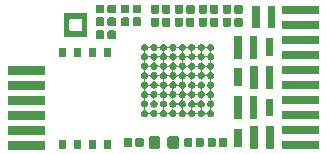
<source format=gbr>
G04 #@! TF.GenerationSoftware,KiCad,Pcbnew,(5.1.5-0-10_14)*
G04 #@! TF.CreationDate,2020-09-25T15:53:29-04:00*
G04 #@! TF.ProjectId,ESLO_RB,45534c4f-5f52-4422-9e6b-696361645f70,rev?*
G04 #@! TF.SameCoordinates,Original*
G04 #@! TF.FileFunction,Soldermask,Bot*
G04 #@! TF.FilePolarity,Negative*
%FSLAX46Y46*%
G04 Gerber Fmt 4.6, Leading zero omitted, Abs format (unit mm)*
G04 Created by KiCad (PCBNEW (5.1.5-0-10_14)) date 2020-09-25 15:53:29*
%MOMM*%
%LPD*%
G04 APERTURE LIST*
%ADD10C,0.100000*%
G04 APERTURE END LIST*
D10*
G36*
X127951000Y-102326000D02*
G01*
X124849000Y-102326000D01*
X124849000Y-101624000D01*
X127951000Y-101624000D01*
X127951000Y-102326000D01*
G37*
G36*
X151151000Y-102266000D02*
G01*
X148049000Y-102266000D01*
X148049000Y-101564000D01*
X151151000Y-101564000D01*
X151151000Y-102266000D01*
G37*
G36*
X147316000Y-102251000D02*
G01*
X146654000Y-102251000D01*
X146654000Y-100349000D01*
X147316000Y-100349000D01*
X147316000Y-102251000D01*
G37*
G36*
X145996000Y-102251000D02*
G01*
X145334000Y-102251000D01*
X145334000Y-100349000D01*
X145996000Y-100349000D01*
X145996000Y-102251000D01*
G37*
G36*
X133526000Y-102231000D02*
G01*
X132924000Y-102231000D01*
X132924000Y-101479000D01*
X133526000Y-101479000D01*
X133526000Y-102231000D01*
G37*
G36*
X129716000Y-102231000D02*
G01*
X129114000Y-102231000D01*
X129114000Y-101479000D01*
X129716000Y-101479000D01*
X129716000Y-102231000D01*
G37*
G36*
X130986000Y-102231000D02*
G01*
X130384000Y-102231000D01*
X130384000Y-101479000D01*
X130986000Y-101479000D01*
X130986000Y-102231000D01*
G37*
G36*
X132256000Y-102231000D02*
G01*
X131654000Y-102231000D01*
X131654000Y-101479000D01*
X132256000Y-101479000D01*
X132256000Y-102231000D01*
G37*
G36*
X137567091Y-101178085D02*
G01*
X137601069Y-101188393D01*
X137632390Y-101205134D01*
X137659839Y-101227661D01*
X137682366Y-101255110D01*
X137699107Y-101286431D01*
X137709415Y-101320409D01*
X137713500Y-101361890D01*
X137713500Y-102038110D01*
X137709415Y-102079591D01*
X137699107Y-102113569D01*
X137682366Y-102144890D01*
X137659839Y-102172339D01*
X137632390Y-102194866D01*
X137601069Y-102211607D01*
X137567091Y-102221915D01*
X137525610Y-102226000D01*
X136924390Y-102226000D01*
X136882909Y-102221915D01*
X136848931Y-102211607D01*
X136817610Y-102194866D01*
X136790161Y-102172339D01*
X136767634Y-102144890D01*
X136750893Y-102113569D01*
X136740585Y-102079591D01*
X136736500Y-102038110D01*
X136736500Y-101361890D01*
X136740585Y-101320409D01*
X136750893Y-101286431D01*
X136767634Y-101255110D01*
X136790161Y-101227661D01*
X136817610Y-101205134D01*
X136848931Y-101188393D01*
X136882909Y-101178085D01*
X136924390Y-101174000D01*
X137525610Y-101174000D01*
X137567091Y-101178085D01*
G37*
G36*
X139142091Y-101178085D02*
G01*
X139176069Y-101188393D01*
X139207390Y-101205134D01*
X139234839Y-101227661D01*
X139257366Y-101255110D01*
X139274107Y-101286431D01*
X139284415Y-101320409D01*
X139288500Y-101361890D01*
X139288500Y-102038110D01*
X139284415Y-102079591D01*
X139274107Y-102113569D01*
X139257366Y-102144890D01*
X139234839Y-102172339D01*
X139207390Y-102194866D01*
X139176069Y-102211607D01*
X139142091Y-102221915D01*
X139100610Y-102226000D01*
X138499390Y-102226000D01*
X138457909Y-102221915D01*
X138423931Y-102211607D01*
X138392610Y-102194866D01*
X138365161Y-102172339D01*
X138342634Y-102144890D01*
X138325893Y-102113569D01*
X138315585Y-102079591D01*
X138311500Y-102038110D01*
X138311500Y-101361890D01*
X138315585Y-101320409D01*
X138325893Y-101286431D01*
X138342634Y-101255110D01*
X138365161Y-101227661D01*
X138392610Y-101205134D01*
X138423931Y-101188393D01*
X138457909Y-101178085D01*
X138499390Y-101174000D01*
X139100610Y-101174000D01*
X139142091Y-101178085D01*
G37*
G36*
X143281938Y-101331716D02*
G01*
X143302557Y-101337971D01*
X143321553Y-101348124D01*
X143338208Y-101361792D01*
X143351876Y-101378447D01*
X143362029Y-101397443D01*
X143368284Y-101418062D01*
X143371000Y-101445640D01*
X143371000Y-101954360D01*
X143368284Y-101981938D01*
X143362029Y-102002557D01*
X143351876Y-102021553D01*
X143338208Y-102038208D01*
X143321553Y-102051876D01*
X143302557Y-102062029D01*
X143281938Y-102068284D01*
X143254360Y-102071000D01*
X142795640Y-102071000D01*
X142768062Y-102068284D01*
X142747443Y-102062029D01*
X142728447Y-102051876D01*
X142711792Y-102038208D01*
X142698124Y-102021553D01*
X142687971Y-102002557D01*
X142681716Y-101981938D01*
X142679000Y-101954360D01*
X142679000Y-101445640D01*
X142681716Y-101418062D01*
X142687971Y-101397443D01*
X142698124Y-101378447D01*
X142711792Y-101361792D01*
X142728447Y-101348124D01*
X142747443Y-101337971D01*
X142768062Y-101331716D01*
X142795640Y-101329000D01*
X143254360Y-101329000D01*
X143281938Y-101331716D01*
G37*
G36*
X135236938Y-101331716D02*
G01*
X135257557Y-101337971D01*
X135276553Y-101348124D01*
X135293208Y-101361792D01*
X135306876Y-101378447D01*
X135317029Y-101397443D01*
X135323284Y-101418062D01*
X135326000Y-101445640D01*
X135326000Y-101954360D01*
X135323284Y-101981938D01*
X135317029Y-102002557D01*
X135306876Y-102021553D01*
X135293208Y-102038208D01*
X135276553Y-102051876D01*
X135257557Y-102062029D01*
X135236938Y-102068284D01*
X135209360Y-102071000D01*
X134750640Y-102071000D01*
X134723062Y-102068284D01*
X134702443Y-102062029D01*
X134683447Y-102051876D01*
X134666792Y-102038208D01*
X134653124Y-102021553D01*
X134642971Y-102002557D01*
X134636716Y-101981938D01*
X134634000Y-101954360D01*
X134634000Y-101445640D01*
X134636716Y-101418062D01*
X134642971Y-101397443D01*
X134653124Y-101378447D01*
X134666792Y-101361792D01*
X134683447Y-101348124D01*
X134702443Y-101337971D01*
X134723062Y-101331716D01*
X134750640Y-101329000D01*
X135209360Y-101329000D01*
X135236938Y-101331716D01*
G37*
G36*
X140331938Y-101331716D02*
G01*
X140352557Y-101337971D01*
X140371553Y-101348124D01*
X140388208Y-101361792D01*
X140401876Y-101378447D01*
X140412029Y-101397443D01*
X140418284Y-101418062D01*
X140421000Y-101445640D01*
X140421000Y-101954360D01*
X140418284Y-101981938D01*
X140412029Y-102002557D01*
X140401876Y-102021553D01*
X140388208Y-102038208D01*
X140371553Y-102051876D01*
X140352557Y-102062029D01*
X140331938Y-102068284D01*
X140304360Y-102071000D01*
X139845640Y-102071000D01*
X139818062Y-102068284D01*
X139797443Y-102062029D01*
X139778447Y-102051876D01*
X139761792Y-102038208D01*
X139748124Y-102021553D01*
X139737971Y-102002557D01*
X139731716Y-101981938D01*
X139729000Y-101954360D01*
X139729000Y-101445640D01*
X139731716Y-101418062D01*
X139737971Y-101397443D01*
X139748124Y-101378447D01*
X139761792Y-101361792D01*
X139778447Y-101348124D01*
X139797443Y-101337971D01*
X139818062Y-101331716D01*
X139845640Y-101329000D01*
X140304360Y-101329000D01*
X140331938Y-101331716D01*
G37*
G36*
X141301938Y-101331716D02*
G01*
X141322557Y-101337971D01*
X141341553Y-101348124D01*
X141358208Y-101361792D01*
X141371876Y-101378447D01*
X141382029Y-101397443D01*
X141388284Y-101418062D01*
X141391000Y-101445640D01*
X141391000Y-101954360D01*
X141388284Y-101981938D01*
X141382029Y-102002557D01*
X141371876Y-102021553D01*
X141358208Y-102038208D01*
X141341553Y-102051876D01*
X141322557Y-102062029D01*
X141301938Y-102068284D01*
X141274360Y-102071000D01*
X140815640Y-102071000D01*
X140788062Y-102068284D01*
X140767443Y-102062029D01*
X140748447Y-102051876D01*
X140731792Y-102038208D01*
X140718124Y-102021553D01*
X140707971Y-102002557D01*
X140701716Y-101981938D01*
X140699000Y-101954360D01*
X140699000Y-101445640D01*
X140701716Y-101418062D01*
X140707971Y-101397443D01*
X140718124Y-101378447D01*
X140731792Y-101361792D01*
X140748447Y-101348124D01*
X140767443Y-101337971D01*
X140788062Y-101331716D01*
X140815640Y-101329000D01*
X141274360Y-101329000D01*
X141301938Y-101331716D01*
G37*
G36*
X142311938Y-101331716D02*
G01*
X142332557Y-101337971D01*
X142351553Y-101348124D01*
X142368208Y-101361792D01*
X142381876Y-101378447D01*
X142392029Y-101397443D01*
X142398284Y-101418062D01*
X142401000Y-101445640D01*
X142401000Y-101954360D01*
X142398284Y-101981938D01*
X142392029Y-102002557D01*
X142381876Y-102021553D01*
X142368208Y-102038208D01*
X142351553Y-102051876D01*
X142332557Y-102062029D01*
X142311938Y-102068284D01*
X142284360Y-102071000D01*
X141825640Y-102071000D01*
X141798062Y-102068284D01*
X141777443Y-102062029D01*
X141758447Y-102051876D01*
X141741792Y-102038208D01*
X141728124Y-102021553D01*
X141717971Y-102002557D01*
X141711716Y-101981938D01*
X141709000Y-101954360D01*
X141709000Y-101445640D01*
X141711716Y-101418062D01*
X141717971Y-101397443D01*
X141728124Y-101378447D01*
X141741792Y-101361792D01*
X141758447Y-101348124D01*
X141777443Y-101337971D01*
X141798062Y-101331716D01*
X141825640Y-101329000D01*
X142284360Y-101329000D01*
X142311938Y-101331716D01*
G37*
G36*
X136206938Y-101331716D02*
G01*
X136227557Y-101337971D01*
X136246553Y-101348124D01*
X136263208Y-101361792D01*
X136276876Y-101378447D01*
X136287029Y-101397443D01*
X136293284Y-101418062D01*
X136296000Y-101445640D01*
X136296000Y-101954360D01*
X136293284Y-101981938D01*
X136287029Y-102002557D01*
X136276876Y-102021553D01*
X136263208Y-102038208D01*
X136246553Y-102051876D01*
X136227557Y-102062029D01*
X136206938Y-102068284D01*
X136179360Y-102071000D01*
X135720640Y-102071000D01*
X135693062Y-102068284D01*
X135672443Y-102062029D01*
X135653447Y-102051876D01*
X135636792Y-102038208D01*
X135623124Y-102021553D01*
X135612971Y-102002557D01*
X135606716Y-101981938D01*
X135604000Y-101954360D01*
X135604000Y-101445640D01*
X135606716Y-101418062D01*
X135612971Y-101397443D01*
X135623124Y-101378447D01*
X135636792Y-101361792D01*
X135653447Y-101348124D01*
X135672443Y-101337971D01*
X135693062Y-101331716D01*
X135720640Y-101329000D01*
X136179360Y-101329000D01*
X136206938Y-101331716D01*
G37*
G36*
X144601000Y-102061000D02*
G01*
X143949000Y-102061000D01*
X143949000Y-100539000D01*
X144601000Y-100539000D01*
X144601000Y-102061000D01*
G37*
G36*
X127951000Y-101056000D02*
G01*
X124849000Y-101056000D01*
X124849000Y-100354000D01*
X127951000Y-100354000D01*
X127951000Y-101056000D01*
G37*
G36*
X151151000Y-100996000D02*
G01*
X148049000Y-100996000D01*
X148049000Y-100294000D01*
X151151000Y-100294000D01*
X151151000Y-100996000D01*
G37*
G36*
X127951000Y-99786000D02*
G01*
X124849000Y-99786000D01*
X124849000Y-99084000D01*
X127951000Y-99084000D01*
X127951000Y-99786000D01*
G37*
G36*
X151151000Y-99726000D02*
G01*
X148049000Y-99726000D01*
X148049000Y-99024000D01*
X151151000Y-99024000D01*
X151151000Y-99726000D01*
G37*
G36*
X145926000Y-99701000D02*
G01*
X145264000Y-99701000D01*
X145264000Y-97799000D01*
X145926000Y-97799000D01*
X145926000Y-99701000D01*
G37*
G36*
X144606000Y-99701000D02*
G01*
X143944000Y-99701000D01*
X143944000Y-97799000D01*
X144606000Y-97799000D01*
X144606000Y-99701000D01*
G37*
G36*
X136462797Y-93360567D02*
G01*
X136517575Y-93383257D01*
X136517577Y-93383258D01*
X136566876Y-93416198D01*
X136608802Y-93458124D01*
X136641742Y-93507423D01*
X136641743Y-93507425D01*
X136659516Y-93550332D01*
X136671067Y-93571943D01*
X136686613Y-93590885D01*
X136705555Y-93606430D01*
X136727165Y-93617981D01*
X136750614Y-93625094D01*
X136775000Y-93627496D01*
X136799387Y-93625094D01*
X136822835Y-93617981D01*
X136844446Y-93606430D01*
X136863388Y-93590884D01*
X136878933Y-93571942D01*
X136890484Y-93550332D01*
X136908257Y-93507425D01*
X136908258Y-93507423D01*
X136941198Y-93458124D01*
X136983124Y-93416198D01*
X137032423Y-93383258D01*
X137032425Y-93383257D01*
X137087203Y-93360567D01*
X137145353Y-93349000D01*
X137204647Y-93349000D01*
X137262797Y-93360567D01*
X137317575Y-93383257D01*
X137317577Y-93383258D01*
X137366876Y-93416198D01*
X137408802Y-93458124D01*
X137441742Y-93507423D01*
X137441743Y-93507425D01*
X137459516Y-93550332D01*
X137471067Y-93571943D01*
X137486613Y-93590885D01*
X137505555Y-93606430D01*
X137527165Y-93617981D01*
X137550614Y-93625094D01*
X137575000Y-93627496D01*
X137599387Y-93625094D01*
X137622835Y-93617981D01*
X137644446Y-93606430D01*
X137663388Y-93590884D01*
X137678933Y-93571942D01*
X137690484Y-93550332D01*
X137708257Y-93507425D01*
X137708258Y-93507423D01*
X137741198Y-93458124D01*
X137783124Y-93416198D01*
X137832423Y-93383258D01*
X137832425Y-93383257D01*
X137887203Y-93360567D01*
X137945353Y-93349000D01*
X138004647Y-93349000D01*
X138062797Y-93360567D01*
X138117575Y-93383257D01*
X138117577Y-93383258D01*
X138166876Y-93416198D01*
X138208802Y-93458124D01*
X138241742Y-93507423D01*
X138241743Y-93507425D01*
X138259516Y-93550332D01*
X138271067Y-93571943D01*
X138286613Y-93590885D01*
X138305555Y-93606430D01*
X138327165Y-93617981D01*
X138350614Y-93625094D01*
X138375000Y-93627496D01*
X138399387Y-93625094D01*
X138422835Y-93617981D01*
X138444446Y-93606430D01*
X138463388Y-93590884D01*
X138478933Y-93571942D01*
X138490484Y-93550332D01*
X138508257Y-93507425D01*
X138508258Y-93507423D01*
X138541198Y-93458124D01*
X138583124Y-93416198D01*
X138632423Y-93383258D01*
X138632425Y-93383257D01*
X138687203Y-93360567D01*
X138745353Y-93349000D01*
X138804647Y-93349000D01*
X138862797Y-93360567D01*
X138917575Y-93383257D01*
X138917577Y-93383258D01*
X138966876Y-93416198D01*
X139008802Y-93458124D01*
X139041742Y-93507423D01*
X139041743Y-93507425D01*
X139059516Y-93550332D01*
X139071067Y-93571943D01*
X139086613Y-93590885D01*
X139105555Y-93606430D01*
X139127165Y-93617981D01*
X139150614Y-93625094D01*
X139175000Y-93627496D01*
X139199387Y-93625094D01*
X139222835Y-93617981D01*
X139244446Y-93606430D01*
X139263388Y-93590884D01*
X139278933Y-93571942D01*
X139290484Y-93550332D01*
X139308257Y-93507425D01*
X139308258Y-93507423D01*
X139341198Y-93458124D01*
X139383124Y-93416198D01*
X139432423Y-93383258D01*
X139432425Y-93383257D01*
X139487203Y-93360567D01*
X139545353Y-93349000D01*
X139604647Y-93349000D01*
X139662797Y-93360567D01*
X139717575Y-93383257D01*
X139717577Y-93383258D01*
X139766876Y-93416198D01*
X139808802Y-93458124D01*
X139841742Y-93507423D01*
X139841743Y-93507425D01*
X139859516Y-93550332D01*
X139871067Y-93571943D01*
X139886613Y-93590885D01*
X139905555Y-93606430D01*
X139927165Y-93617981D01*
X139950614Y-93625094D01*
X139975000Y-93627496D01*
X139999387Y-93625094D01*
X140022835Y-93617981D01*
X140044446Y-93606430D01*
X140063388Y-93590884D01*
X140078933Y-93571942D01*
X140090484Y-93550332D01*
X140108257Y-93507425D01*
X140108258Y-93507423D01*
X140141198Y-93458124D01*
X140183124Y-93416198D01*
X140232423Y-93383258D01*
X140232425Y-93383257D01*
X140287203Y-93360567D01*
X140345353Y-93349000D01*
X140404647Y-93349000D01*
X140462797Y-93360567D01*
X140517575Y-93383257D01*
X140517577Y-93383258D01*
X140566876Y-93416198D01*
X140608802Y-93458124D01*
X140641742Y-93507423D01*
X140641743Y-93507425D01*
X140659516Y-93550332D01*
X140671067Y-93571943D01*
X140686613Y-93590885D01*
X140705555Y-93606430D01*
X140727165Y-93617981D01*
X140750614Y-93625094D01*
X140775000Y-93627496D01*
X140799387Y-93625094D01*
X140822835Y-93617981D01*
X140844446Y-93606430D01*
X140863388Y-93590884D01*
X140878933Y-93571942D01*
X140890484Y-93550332D01*
X140908257Y-93507425D01*
X140908258Y-93507423D01*
X140941198Y-93458124D01*
X140983124Y-93416198D01*
X141032423Y-93383258D01*
X141032425Y-93383257D01*
X141087203Y-93360567D01*
X141145353Y-93349000D01*
X141204647Y-93349000D01*
X141262797Y-93360567D01*
X141317575Y-93383257D01*
X141317577Y-93383258D01*
X141366876Y-93416198D01*
X141408802Y-93458124D01*
X141441742Y-93507423D01*
X141441743Y-93507425D01*
X141459516Y-93550332D01*
X141471067Y-93571943D01*
X141486613Y-93590885D01*
X141505555Y-93606430D01*
X141527165Y-93617981D01*
X141550614Y-93625094D01*
X141575000Y-93627496D01*
X141599387Y-93625094D01*
X141622835Y-93617981D01*
X141644446Y-93606430D01*
X141663388Y-93590884D01*
X141678933Y-93571942D01*
X141690484Y-93550332D01*
X141708257Y-93507425D01*
X141708258Y-93507423D01*
X141741198Y-93458124D01*
X141783124Y-93416198D01*
X141832423Y-93383258D01*
X141832425Y-93383257D01*
X141887203Y-93360567D01*
X141945353Y-93349000D01*
X142004647Y-93349000D01*
X142062797Y-93360567D01*
X142117575Y-93383257D01*
X142117577Y-93383258D01*
X142166876Y-93416198D01*
X142208802Y-93458124D01*
X142241742Y-93507423D01*
X142241743Y-93507425D01*
X142264433Y-93562203D01*
X142276000Y-93620353D01*
X142276000Y-93679647D01*
X142264433Y-93737797D01*
X142241743Y-93792575D01*
X142241742Y-93792577D01*
X142208802Y-93841876D01*
X142166876Y-93883802D01*
X142117577Y-93916742D01*
X142117576Y-93916743D01*
X142117575Y-93916743D01*
X142074668Y-93934516D01*
X142053057Y-93946067D01*
X142034115Y-93961613D01*
X142018570Y-93980555D01*
X142007019Y-94002165D01*
X141999906Y-94025614D01*
X141997504Y-94050000D01*
X141999906Y-94074387D01*
X142007019Y-94097835D01*
X142018570Y-94119446D01*
X142034116Y-94138388D01*
X142053058Y-94153933D01*
X142074668Y-94165484D01*
X142117575Y-94183257D01*
X142117577Y-94183258D01*
X142166876Y-94216198D01*
X142208802Y-94258124D01*
X142241742Y-94307423D01*
X142241743Y-94307425D01*
X142264433Y-94362203D01*
X142276000Y-94420353D01*
X142276000Y-94479647D01*
X142264433Y-94537797D01*
X142241743Y-94592575D01*
X142241742Y-94592577D01*
X142208802Y-94641876D01*
X142166876Y-94683802D01*
X142117577Y-94716742D01*
X142117576Y-94716743D01*
X142117575Y-94716743D01*
X142074668Y-94734516D01*
X142053057Y-94746067D01*
X142034115Y-94761613D01*
X142018570Y-94780555D01*
X142007019Y-94802165D01*
X141999906Y-94825614D01*
X141997504Y-94850000D01*
X141999906Y-94874387D01*
X142007019Y-94897835D01*
X142018570Y-94919446D01*
X142034116Y-94938388D01*
X142053058Y-94953933D01*
X142074668Y-94965484D01*
X142117575Y-94983257D01*
X142117577Y-94983258D01*
X142166876Y-95016198D01*
X142208802Y-95058124D01*
X142241742Y-95107423D01*
X142241743Y-95107425D01*
X142264433Y-95162203D01*
X142276000Y-95220353D01*
X142276000Y-95279647D01*
X142264433Y-95337797D01*
X142241743Y-95392575D01*
X142241742Y-95392577D01*
X142208802Y-95441876D01*
X142166876Y-95483802D01*
X142117577Y-95516742D01*
X142117576Y-95516743D01*
X142117575Y-95516743D01*
X142074668Y-95534516D01*
X142053057Y-95546067D01*
X142034115Y-95561613D01*
X142018570Y-95580555D01*
X142007019Y-95602165D01*
X141999906Y-95625614D01*
X141997504Y-95650000D01*
X141999906Y-95674387D01*
X142007019Y-95697835D01*
X142018570Y-95719446D01*
X142034116Y-95738388D01*
X142053058Y-95753933D01*
X142074668Y-95765484D01*
X142117575Y-95783257D01*
X142117577Y-95783258D01*
X142166876Y-95816198D01*
X142208802Y-95858124D01*
X142241742Y-95907423D01*
X142241743Y-95907425D01*
X142264433Y-95962203D01*
X142276000Y-96020353D01*
X142276000Y-96079647D01*
X142264433Y-96137797D01*
X142258964Y-96151000D01*
X142241742Y-96192577D01*
X142208802Y-96241876D01*
X142166876Y-96283802D01*
X142117577Y-96316742D01*
X142117576Y-96316743D01*
X142117575Y-96316743D01*
X142074668Y-96334516D01*
X142053057Y-96346067D01*
X142034115Y-96361613D01*
X142018570Y-96380555D01*
X142007019Y-96402165D01*
X141999906Y-96425614D01*
X141997504Y-96450000D01*
X141999906Y-96474387D01*
X142007019Y-96497835D01*
X142018570Y-96519446D01*
X142034116Y-96538388D01*
X142053058Y-96553933D01*
X142074668Y-96565484D01*
X142117575Y-96583257D01*
X142117577Y-96583258D01*
X142166876Y-96616198D01*
X142208802Y-96658124D01*
X142241742Y-96707423D01*
X142241743Y-96707425D01*
X142264433Y-96762203D01*
X142276000Y-96820353D01*
X142276000Y-96879647D01*
X142264433Y-96937797D01*
X142254822Y-96961000D01*
X142241742Y-96992577D01*
X142208802Y-97041876D01*
X142166876Y-97083802D01*
X142117577Y-97116742D01*
X142117576Y-97116743D01*
X142117575Y-97116743D01*
X142074668Y-97134516D01*
X142053057Y-97146067D01*
X142034115Y-97161613D01*
X142018570Y-97180555D01*
X142007019Y-97202165D01*
X141999906Y-97225614D01*
X141997504Y-97250000D01*
X141999906Y-97274387D01*
X142007019Y-97297835D01*
X142018570Y-97319446D01*
X142034116Y-97338388D01*
X142053058Y-97353933D01*
X142074668Y-97365484D01*
X142117575Y-97383257D01*
X142117577Y-97383258D01*
X142166876Y-97416198D01*
X142208802Y-97458124D01*
X142241742Y-97507423D01*
X142241743Y-97507425D01*
X142264433Y-97562203D01*
X142276000Y-97620353D01*
X142276000Y-97679647D01*
X142264433Y-97737797D01*
X142257721Y-97754000D01*
X142241742Y-97792577D01*
X142208802Y-97841876D01*
X142166876Y-97883802D01*
X142117577Y-97916742D01*
X142117576Y-97916743D01*
X142117575Y-97916743D01*
X142074668Y-97934516D01*
X142053057Y-97946067D01*
X142034115Y-97961613D01*
X142018570Y-97980555D01*
X142007019Y-98002165D01*
X141999906Y-98025614D01*
X141997504Y-98050000D01*
X141999906Y-98074387D01*
X142007019Y-98097835D01*
X142018570Y-98119446D01*
X142034116Y-98138388D01*
X142053058Y-98153933D01*
X142074668Y-98165484D01*
X142117575Y-98183257D01*
X142117577Y-98183258D01*
X142166876Y-98216198D01*
X142208802Y-98258124D01*
X142236114Y-98299000D01*
X142241743Y-98307425D01*
X142264433Y-98362203D01*
X142276000Y-98420353D01*
X142276000Y-98479647D01*
X142264433Y-98537797D01*
X142241743Y-98592575D01*
X142241742Y-98592577D01*
X142208802Y-98641876D01*
X142166876Y-98683802D01*
X142117577Y-98716742D01*
X142117576Y-98716743D01*
X142117575Y-98716743D01*
X142074668Y-98734516D01*
X142053057Y-98746067D01*
X142034115Y-98761613D01*
X142018570Y-98780555D01*
X142007019Y-98802165D01*
X141999906Y-98825614D01*
X141997504Y-98850000D01*
X141999906Y-98874387D01*
X142007019Y-98897835D01*
X142018570Y-98919446D01*
X142034116Y-98938388D01*
X142053058Y-98953933D01*
X142074668Y-98965484D01*
X142117575Y-98983257D01*
X142117577Y-98983258D01*
X142166876Y-99016198D01*
X142208802Y-99058124D01*
X142241742Y-99107423D01*
X142241743Y-99107425D01*
X142264433Y-99162203D01*
X142276000Y-99220353D01*
X142276000Y-99279647D01*
X142264433Y-99337797D01*
X142241743Y-99392575D01*
X142241742Y-99392577D01*
X142208802Y-99441876D01*
X142166876Y-99483802D01*
X142117577Y-99516742D01*
X142117576Y-99516743D01*
X142117575Y-99516743D01*
X142062797Y-99539433D01*
X142004647Y-99551000D01*
X141945353Y-99551000D01*
X141887203Y-99539433D01*
X141832425Y-99516743D01*
X141832424Y-99516743D01*
X141832423Y-99516742D01*
X141783124Y-99483802D01*
X141741198Y-99441876D01*
X141708258Y-99392577D01*
X141708257Y-99392575D01*
X141690484Y-99349668D01*
X141678933Y-99328057D01*
X141663387Y-99309115D01*
X141644445Y-99293570D01*
X141622835Y-99282019D01*
X141599386Y-99274906D01*
X141575000Y-99272504D01*
X141550613Y-99274906D01*
X141527165Y-99282019D01*
X141505554Y-99293570D01*
X141486612Y-99309116D01*
X141471067Y-99328058D01*
X141459516Y-99349668D01*
X141441743Y-99392575D01*
X141441742Y-99392577D01*
X141408802Y-99441876D01*
X141366876Y-99483802D01*
X141317577Y-99516742D01*
X141317576Y-99516743D01*
X141317575Y-99516743D01*
X141262797Y-99539433D01*
X141204647Y-99551000D01*
X141145353Y-99551000D01*
X141087203Y-99539433D01*
X141032425Y-99516743D01*
X141032424Y-99516743D01*
X141032423Y-99516742D01*
X140983124Y-99483802D01*
X140941198Y-99441876D01*
X140908258Y-99392577D01*
X140908257Y-99392575D01*
X140890484Y-99349668D01*
X140878933Y-99328057D01*
X140863387Y-99309115D01*
X140844445Y-99293570D01*
X140822835Y-99282019D01*
X140799386Y-99274906D01*
X140775000Y-99272504D01*
X140750613Y-99274906D01*
X140727165Y-99282019D01*
X140705554Y-99293570D01*
X140686612Y-99309116D01*
X140671067Y-99328058D01*
X140659516Y-99349668D01*
X140641743Y-99392575D01*
X140641742Y-99392577D01*
X140608802Y-99441876D01*
X140566876Y-99483802D01*
X140517577Y-99516742D01*
X140517576Y-99516743D01*
X140517575Y-99516743D01*
X140462797Y-99539433D01*
X140404647Y-99551000D01*
X140345353Y-99551000D01*
X140287203Y-99539433D01*
X140232425Y-99516743D01*
X140232424Y-99516743D01*
X140232423Y-99516742D01*
X140183124Y-99483802D01*
X140141198Y-99441876D01*
X140108258Y-99392577D01*
X140108257Y-99392575D01*
X140090484Y-99349668D01*
X140078933Y-99328057D01*
X140063387Y-99309115D01*
X140044445Y-99293570D01*
X140022835Y-99282019D01*
X139999386Y-99274906D01*
X139975000Y-99272504D01*
X139950613Y-99274906D01*
X139927165Y-99282019D01*
X139905554Y-99293570D01*
X139886612Y-99309116D01*
X139871067Y-99328058D01*
X139859516Y-99349668D01*
X139841743Y-99392575D01*
X139841742Y-99392577D01*
X139808802Y-99441876D01*
X139766876Y-99483802D01*
X139717577Y-99516742D01*
X139717576Y-99516743D01*
X139717575Y-99516743D01*
X139662797Y-99539433D01*
X139604647Y-99551000D01*
X139545353Y-99551000D01*
X139487203Y-99539433D01*
X139432425Y-99516743D01*
X139432424Y-99516743D01*
X139432423Y-99516742D01*
X139383124Y-99483802D01*
X139341198Y-99441876D01*
X139308258Y-99392577D01*
X139308257Y-99392575D01*
X139290484Y-99349668D01*
X139278933Y-99328057D01*
X139263387Y-99309115D01*
X139244445Y-99293570D01*
X139222835Y-99282019D01*
X139199386Y-99274906D01*
X139175000Y-99272504D01*
X139150613Y-99274906D01*
X139127165Y-99282019D01*
X139105554Y-99293570D01*
X139086612Y-99309116D01*
X139071067Y-99328058D01*
X139059516Y-99349668D01*
X139041743Y-99392575D01*
X139041742Y-99392577D01*
X139008802Y-99441876D01*
X138966876Y-99483802D01*
X138917577Y-99516742D01*
X138917576Y-99516743D01*
X138917575Y-99516743D01*
X138862797Y-99539433D01*
X138804647Y-99551000D01*
X138745353Y-99551000D01*
X138687203Y-99539433D01*
X138632425Y-99516743D01*
X138632424Y-99516743D01*
X138632423Y-99516742D01*
X138583124Y-99483802D01*
X138541198Y-99441876D01*
X138508258Y-99392577D01*
X138508257Y-99392575D01*
X138490484Y-99349668D01*
X138478933Y-99328057D01*
X138463387Y-99309115D01*
X138444445Y-99293570D01*
X138422835Y-99282019D01*
X138399386Y-99274906D01*
X138375000Y-99272504D01*
X138350613Y-99274906D01*
X138327165Y-99282019D01*
X138305554Y-99293570D01*
X138286612Y-99309116D01*
X138271067Y-99328058D01*
X138259516Y-99349668D01*
X138241743Y-99392575D01*
X138241742Y-99392577D01*
X138208802Y-99441876D01*
X138166876Y-99483802D01*
X138117577Y-99516742D01*
X138117576Y-99516743D01*
X138117575Y-99516743D01*
X138062797Y-99539433D01*
X138004647Y-99551000D01*
X137945353Y-99551000D01*
X137887203Y-99539433D01*
X137832425Y-99516743D01*
X137832424Y-99516743D01*
X137832423Y-99516742D01*
X137783124Y-99483802D01*
X137741198Y-99441876D01*
X137708258Y-99392577D01*
X137708257Y-99392575D01*
X137690484Y-99349668D01*
X137678933Y-99328057D01*
X137663387Y-99309115D01*
X137644445Y-99293570D01*
X137622835Y-99282019D01*
X137599386Y-99274906D01*
X137575000Y-99272504D01*
X137550613Y-99274906D01*
X137527165Y-99282019D01*
X137505554Y-99293570D01*
X137486612Y-99309116D01*
X137471067Y-99328058D01*
X137459516Y-99349668D01*
X137441743Y-99392575D01*
X137441742Y-99392577D01*
X137408802Y-99441876D01*
X137366876Y-99483802D01*
X137317577Y-99516742D01*
X137317576Y-99516743D01*
X137317575Y-99516743D01*
X137262797Y-99539433D01*
X137204647Y-99551000D01*
X137145353Y-99551000D01*
X137087203Y-99539433D01*
X137032425Y-99516743D01*
X137032424Y-99516743D01*
X137032423Y-99516742D01*
X136983124Y-99483802D01*
X136941198Y-99441876D01*
X136908258Y-99392577D01*
X136908257Y-99392575D01*
X136890484Y-99349668D01*
X136878933Y-99328057D01*
X136863387Y-99309115D01*
X136844445Y-99293570D01*
X136822835Y-99282019D01*
X136799386Y-99274906D01*
X136775000Y-99272504D01*
X136750613Y-99274906D01*
X136727165Y-99282019D01*
X136705554Y-99293570D01*
X136686612Y-99309116D01*
X136671067Y-99328058D01*
X136659516Y-99349668D01*
X136641743Y-99392575D01*
X136641742Y-99392577D01*
X136608802Y-99441876D01*
X136566876Y-99483802D01*
X136517577Y-99516742D01*
X136517576Y-99516743D01*
X136517575Y-99516743D01*
X136462797Y-99539433D01*
X136404647Y-99551000D01*
X136345353Y-99551000D01*
X136287203Y-99539433D01*
X136232425Y-99516743D01*
X136232424Y-99516743D01*
X136232423Y-99516742D01*
X136183124Y-99483802D01*
X136141198Y-99441876D01*
X136108258Y-99392577D01*
X136108257Y-99392575D01*
X136085567Y-99337797D01*
X136074000Y-99279647D01*
X136074000Y-99220353D01*
X136085567Y-99162203D01*
X136108257Y-99107425D01*
X136108258Y-99107423D01*
X136141198Y-99058124D01*
X136183124Y-99016198D01*
X136232423Y-98983258D01*
X136232425Y-98983257D01*
X136275332Y-98965484D01*
X136296943Y-98953933D01*
X136315885Y-98938387D01*
X136331430Y-98919445D01*
X136342981Y-98897835D01*
X136350094Y-98874386D01*
X136352496Y-98850000D01*
X136397504Y-98850000D01*
X136399906Y-98874387D01*
X136407019Y-98897835D01*
X136418570Y-98919446D01*
X136434116Y-98938388D01*
X136453058Y-98953933D01*
X136474668Y-98965484D01*
X136517575Y-98983257D01*
X136517577Y-98983258D01*
X136566876Y-99016198D01*
X136608802Y-99058124D01*
X136641742Y-99107423D01*
X136641743Y-99107425D01*
X136659516Y-99150332D01*
X136671067Y-99171943D01*
X136686613Y-99190885D01*
X136705555Y-99206430D01*
X136727165Y-99217981D01*
X136750614Y-99225094D01*
X136775000Y-99227496D01*
X136799387Y-99225094D01*
X136822835Y-99217981D01*
X136844446Y-99206430D01*
X136863388Y-99190884D01*
X136878933Y-99171942D01*
X136890484Y-99150332D01*
X136908257Y-99107425D01*
X136908258Y-99107423D01*
X136941198Y-99058124D01*
X136983124Y-99016198D01*
X137032423Y-98983258D01*
X137032425Y-98983257D01*
X137075332Y-98965484D01*
X137096943Y-98953933D01*
X137115885Y-98938387D01*
X137131430Y-98919445D01*
X137142981Y-98897835D01*
X137150094Y-98874386D01*
X137152496Y-98850000D01*
X137197504Y-98850000D01*
X137199906Y-98874387D01*
X137207019Y-98897835D01*
X137218570Y-98919446D01*
X137234116Y-98938388D01*
X137253058Y-98953933D01*
X137274668Y-98965484D01*
X137317575Y-98983257D01*
X137317577Y-98983258D01*
X137366876Y-99016198D01*
X137408802Y-99058124D01*
X137441742Y-99107423D01*
X137441743Y-99107425D01*
X137459516Y-99150332D01*
X137471067Y-99171943D01*
X137486613Y-99190885D01*
X137505555Y-99206430D01*
X137527165Y-99217981D01*
X137550614Y-99225094D01*
X137575000Y-99227496D01*
X137599387Y-99225094D01*
X137622835Y-99217981D01*
X137644446Y-99206430D01*
X137663388Y-99190884D01*
X137678933Y-99171942D01*
X137690484Y-99150332D01*
X137708257Y-99107425D01*
X137708258Y-99107423D01*
X137741198Y-99058124D01*
X137783124Y-99016198D01*
X137832423Y-98983258D01*
X137832425Y-98983257D01*
X137875332Y-98965484D01*
X137896943Y-98953933D01*
X137915885Y-98938387D01*
X137931430Y-98919445D01*
X137942981Y-98897835D01*
X137950094Y-98874386D01*
X137952496Y-98850000D01*
X137997504Y-98850000D01*
X137999906Y-98874387D01*
X138007019Y-98897835D01*
X138018570Y-98919446D01*
X138034116Y-98938388D01*
X138053058Y-98953933D01*
X138074668Y-98965484D01*
X138117575Y-98983257D01*
X138117577Y-98983258D01*
X138166876Y-99016198D01*
X138208802Y-99058124D01*
X138241742Y-99107423D01*
X138241743Y-99107425D01*
X138259516Y-99150332D01*
X138271067Y-99171943D01*
X138286613Y-99190885D01*
X138305555Y-99206430D01*
X138327165Y-99217981D01*
X138350614Y-99225094D01*
X138375000Y-99227496D01*
X138399387Y-99225094D01*
X138422835Y-99217981D01*
X138444446Y-99206430D01*
X138463388Y-99190884D01*
X138478933Y-99171942D01*
X138490484Y-99150332D01*
X138508257Y-99107425D01*
X138508258Y-99107423D01*
X138541198Y-99058124D01*
X138583124Y-99016198D01*
X138632423Y-98983258D01*
X138632425Y-98983257D01*
X138675332Y-98965484D01*
X138696943Y-98953933D01*
X138715885Y-98938387D01*
X138731430Y-98919445D01*
X138742981Y-98897835D01*
X138750094Y-98874386D01*
X138752496Y-98850000D01*
X138797504Y-98850000D01*
X138799906Y-98874387D01*
X138807019Y-98897835D01*
X138818570Y-98919446D01*
X138834116Y-98938388D01*
X138853058Y-98953933D01*
X138874668Y-98965484D01*
X138917575Y-98983257D01*
X138917577Y-98983258D01*
X138966876Y-99016198D01*
X139008802Y-99058124D01*
X139041742Y-99107423D01*
X139041743Y-99107425D01*
X139059516Y-99150332D01*
X139071067Y-99171943D01*
X139086613Y-99190885D01*
X139105555Y-99206430D01*
X139127165Y-99217981D01*
X139150614Y-99225094D01*
X139175000Y-99227496D01*
X139199387Y-99225094D01*
X139222835Y-99217981D01*
X139244446Y-99206430D01*
X139263388Y-99190884D01*
X139278933Y-99171942D01*
X139290484Y-99150332D01*
X139308257Y-99107425D01*
X139308258Y-99107423D01*
X139341198Y-99058124D01*
X139383124Y-99016198D01*
X139432423Y-98983258D01*
X139432425Y-98983257D01*
X139475332Y-98965484D01*
X139496943Y-98953933D01*
X139515885Y-98938387D01*
X139531430Y-98919445D01*
X139542981Y-98897835D01*
X139550094Y-98874386D01*
X139552496Y-98850000D01*
X139597504Y-98850000D01*
X139599906Y-98874387D01*
X139607019Y-98897835D01*
X139618570Y-98919446D01*
X139634116Y-98938388D01*
X139653058Y-98953933D01*
X139674668Y-98965484D01*
X139717575Y-98983257D01*
X139717577Y-98983258D01*
X139766876Y-99016198D01*
X139808802Y-99058124D01*
X139841742Y-99107423D01*
X139841743Y-99107425D01*
X139859516Y-99150332D01*
X139871067Y-99171943D01*
X139886613Y-99190885D01*
X139905555Y-99206430D01*
X139927165Y-99217981D01*
X139950614Y-99225094D01*
X139975000Y-99227496D01*
X139999387Y-99225094D01*
X140022835Y-99217981D01*
X140044446Y-99206430D01*
X140063388Y-99190884D01*
X140078933Y-99171942D01*
X140090484Y-99150332D01*
X140108257Y-99107425D01*
X140108258Y-99107423D01*
X140141198Y-99058124D01*
X140183124Y-99016198D01*
X140232423Y-98983258D01*
X140232425Y-98983257D01*
X140275332Y-98965484D01*
X140296943Y-98953933D01*
X140315885Y-98938387D01*
X140331430Y-98919445D01*
X140342981Y-98897835D01*
X140350094Y-98874386D01*
X140352496Y-98850000D01*
X140397504Y-98850000D01*
X140399906Y-98874387D01*
X140407019Y-98897835D01*
X140418570Y-98919446D01*
X140434116Y-98938388D01*
X140453058Y-98953933D01*
X140474668Y-98965484D01*
X140517575Y-98983257D01*
X140517577Y-98983258D01*
X140566876Y-99016198D01*
X140608802Y-99058124D01*
X140641742Y-99107423D01*
X140641743Y-99107425D01*
X140659516Y-99150332D01*
X140671067Y-99171943D01*
X140686613Y-99190885D01*
X140705555Y-99206430D01*
X140727165Y-99217981D01*
X140750614Y-99225094D01*
X140775000Y-99227496D01*
X140799387Y-99225094D01*
X140822835Y-99217981D01*
X140844446Y-99206430D01*
X140863388Y-99190884D01*
X140878933Y-99171942D01*
X140890484Y-99150332D01*
X140908257Y-99107425D01*
X140908258Y-99107423D01*
X140941198Y-99058124D01*
X140983124Y-99016198D01*
X141032423Y-98983258D01*
X141032425Y-98983257D01*
X141075332Y-98965484D01*
X141096943Y-98953933D01*
X141115885Y-98938387D01*
X141131430Y-98919445D01*
X141142981Y-98897835D01*
X141150094Y-98874386D01*
X141152496Y-98850000D01*
X141197504Y-98850000D01*
X141199906Y-98874387D01*
X141207019Y-98897835D01*
X141218570Y-98919446D01*
X141234116Y-98938388D01*
X141253058Y-98953933D01*
X141274668Y-98965484D01*
X141317575Y-98983257D01*
X141317577Y-98983258D01*
X141366876Y-99016198D01*
X141408802Y-99058124D01*
X141441742Y-99107423D01*
X141441743Y-99107425D01*
X141459516Y-99150332D01*
X141471067Y-99171943D01*
X141486613Y-99190885D01*
X141505555Y-99206430D01*
X141527165Y-99217981D01*
X141550614Y-99225094D01*
X141575000Y-99227496D01*
X141599387Y-99225094D01*
X141622835Y-99217981D01*
X141644446Y-99206430D01*
X141663388Y-99190884D01*
X141678933Y-99171942D01*
X141690484Y-99150332D01*
X141708257Y-99107425D01*
X141708258Y-99107423D01*
X141741198Y-99058124D01*
X141783124Y-99016198D01*
X141832423Y-98983258D01*
X141832425Y-98983257D01*
X141875332Y-98965484D01*
X141896943Y-98953933D01*
X141915885Y-98938387D01*
X141931430Y-98919445D01*
X141942981Y-98897835D01*
X141950094Y-98874386D01*
X141952496Y-98850000D01*
X141950094Y-98825613D01*
X141942981Y-98802165D01*
X141931430Y-98780554D01*
X141915884Y-98761612D01*
X141896942Y-98746067D01*
X141875332Y-98734516D01*
X141832425Y-98716743D01*
X141832424Y-98716743D01*
X141832423Y-98716742D01*
X141783124Y-98683802D01*
X141741198Y-98641876D01*
X141708258Y-98592577D01*
X141708257Y-98592575D01*
X141690484Y-98549668D01*
X141678933Y-98528057D01*
X141663387Y-98509115D01*
X141644445Y-98493570D01*
X141622835Y-98482019D01*
X141599386Y-98474906D01*
X141575000Y-98472504D01*
X141550613Y-98474906D01*
X141527165Y-98482019D01*
X141505554Y-98493570D01*
X141486612Y-98509116D01*
X141471067Y-98528058D01*
X141459516Y-98549668D01*
X141441743Y-98592575D01*
X141441742Y-98592577D01*
X141408802Y-98641876D01*
X141366876Y-98683802D01*
X141317577Y-98716742D01*
X141317576Y-98716743D01*
X141317575Y-98716743D01*
X141274668Y-98734516D01*
X141253057Y-98746067D01*
X141234115Y-98761613D01*
X141218570Y-98780555D01*
X141207019Y-98802165D01*
X141199906Y-98825614D01*
X141197504Y-98850000D01*
X141152496Y-98850000D01*
X141150094Y-98825613D01*
X141142981Y-98802165D01*
X141131430Y-98780554D01*
X141115884Y-98761612D01*
X141096942Y-98746067D01*
X141075332Y-98734516D01*
X141032425Y-98716743D01*
X141032424Y-98716743D01*
X141032423Y-98716742D01*
X140983124Y-98683802D01*
X140941198Y-98641876D01*
X140908258Y-98592577D01*
X140908257Y-98592575D01*
X140890484Y-98549668D01*
X140878933Y-98528057D01*
X140863387Y-98509115D01*
X140844445Y-98493570D01*
X140822835Y-98482019D01*
X140799386Y-98474906D01*
X140775000Y-98472504D01*
X140750613Y-98474906D01*
X140727165Y-98482019D01*
X140705554Y-98493570D01*
X140686612Y-98509116D01*
X140671067Y-98528058D01*
X140659516Y-98549668D01*
X140641743Y-98592575D01*
X140641742Y-98592577D01*
X140608802Y-98641876D01*
X140566876Y-98683802D01*
X140517577Y-98716742D01*
X140517576Y-98716743D01*
X140517575Y-98716743D01*
X140474668Y-98734516D01*
X140453057Y-98746067D01*
X140434115Y-98761613D01*
X140418570Y-98780555D01*
X140407019Y-98802165D01*
X140399906Y-98825614D01*
X140397504Y-98850000D01*
X140352496Y-98850000D01*
X140350094Y-98825613D01*
X140342981Y-98802165D01*
X140331430Y-98780554D01*
X140315884Y-98761612D01*
X140296942Y-98746067D01*
X140275332Y-98734516D01*
X140232425Y-98716743D01*
X140232424Y-98716743D01*
X140232423Y-98716742D01*
X140183124Y-98683802D01*
X140141198Y-98641876D01*
X140108258Y-98592577D01*
X140108257Y-98592575D01*
X140090484Y-98549668D01*
X140078933Y-98528057D01*
X140063387Y-98509115D01*
X140044445Y-98493570D01*
X140022835Y-98482019D01*
X139999386Y-98474906D01*
X139975000Y-98472504D01*
X139950613Y-98474906D01*
X139927165Y-98482019D01*
X139905554Y-98493570D01*
X139886612Y-98509116D01*
X139871067Y-98528058D01*
X139859516Y-98549668D01*
X139841743Y-98592575D01*
X139841742Y-98592577D01*
X139808802Y-98641876D01*
X139766876Y-98683802D01*
X139717577Y-98716742D01*
X139717576Y-98716743D01*
X139717575Y-98716743D01*
X139674668Y-98734516D01*
X139653057Y-98746067D01*
X139634115Y-98761613D01*
X139618570Y-98780555D01*
X139607019Y-98802165D01*
X139599906Y-98825614D01*
X139597504Y-98850000D01*
X139552496Y-98850000D01*
X139550094Y-98825613D01*
X139542981Y-98802165D01*
X139531430Y-98780554D01*
X139515884Y-98761612D01*
X139496942Y-98746067D01*
X139475332Y-98734516D01*
X139432425Y-98716743D01*
X139432424Y-98716743D01*
X139432423Y-98716742D01*
X139383124Y-98683802D01*
X139341198Y-98641876D01*
X139308258Y-98592577D01*
X139308257Y-98592575D01*
X139290484Y-98549668D01*
X139278933Y-98528057D01*
X139263387Y-98509115D01*
X139244445Y-98493570D01*
X139222835Y-98482019D01*
X139199386Y-98474906D01*
X139175000Y-98472504D01*
X139150613Y-98474906D01*
X139127165Y-98482019D01*
X139105554Y-98493570D01*
X139086612Y-98509116D01*
X139071067Y-98528058D01*
X139059516Y-98549668D01*
X139041743Y-98592575D01*
X139041742Y-98592577D01*
X139008802Y-98641876D01*
X138966876Y-98683802D01*
X138917577Y-98716742D01*
X138917576Y-98716743D01*
X138917575Y-98716743D01*
X138874668Y-98734516D01*
X138853057Y-98746067D01*
X138834115Y-98761613D01*
X138818570Y-98780555D01*
X138807019Y-98802165D01*
X138799906Y-98825614D01*
X138797504Y-98850000D01*
X138752496Y-98850000D01*
X138750094Y-98825613D01*
X138742981Y-98802165D01*
X138731430Y-98780554D01*
X138715884Y-98761612D01*
X138696942Y-98746067D01*
X138675332Y-98734516D01*
X138632425Y-98716743D01*
X138632424Y-98716743D01*
X138632423Y-98716742D01*
X138583124Y-98683802D01*
X138541198Y-98641876D01*
X138508258Y-98592577D01*
X138508257Y-98592575D01*
X138490484Y-98549668D01*
X138478933Y-98528057D01*
X138463387Y-98509115D01*
X138444445Y-98493570D01*
X138422835Y-98482019D01*
X138399386Y-98474906D01*
X138375000Y-98472504D01*
X138350613Y-98474906D01*
X138327165Y-98482019D01*
X138305554Y-98493570D01*
X138286612Y-98509116D01*
X138271067Y-98528058D01*
X138259516Y-98549668D01*
X138241743Y-98592575D01*
X138241742Y-98592577D01*
X138208802Y-98641876D01*
X138166876Y-98683802D01*
X138117577Y-98716742D01*
X138117576Y-98716743D01*
X138117575Y-98716743D01*
X138074668Y-98734516D01*
X138053057Y-98746067D01*
X138034115Y-98761613D01*
X138018570Y-98780555D01*
X138007019Y-98802165D01*
X137999906Y-98825614D01*
X137997504Y-98850000D01*
X137952496Y-98850000D01*
X137950094Y-98825613D01*
X137942981Y-98802165D01*
X137931430Y-98780554D01*
X137915884Y-98761612D01*
X137896942Y-98746067D01*
X137875332Y-98734516D01*
X137832425Y-98716743D01*
X137832424Y-98716743D01*
X137832423Y-98716742D01*
X137783124Y-98683802D01*
X137741198Y-98641876D01*
X137708258Y-98592577D01*
X137708257Y-98592575D01*
X137690484Y-98549668D01*
X137678933Y-98528057D01*
X137663387Y-98509115D01*
X137644445Y-98493570D01*
X137622835Y-98482019D01*
X137599386Y-98474906D01*
X137575000Y-98472504D01*
X137550613Y-98474906D01*
X137527165Y-98482019D01*
X137505554Y-98493570D01*
X137486612Y-98509116D01*
X137471067Y-98528058D01*
X137459516Y-98549668D01*
X137441743Y-98592575D01*
X137441742Y-98592577D01*
X137408802Y-98641876D01*
X137366876Y-98683802D01*
X137317577Y-98716742D01*
X137317576Y-98716743D01*
X137317575Y-98716743D01*
X137274668Y-98734516D01*
X137253057Y-98746067D01*
X137234115Y-98761613D01*
X137218570Y-98780555D01*
X137207019Y-98802165D01*
X137199906Y-98825614D01*
X137197504Y-98850000D01*
X137152496Y-98850000D01*
X137150094Y-98825613D01*
X137142981Y-98802165D01*
X137131430Y-98780554D01*
X137115884Y-98761612D01*
X137096942Y-98746067D01*
X137075332Y-98734516D01*
X137032425Y-98716743D01*
X137032424Y-98716743D01*
X137032423Y-98716742D01*
X136983124Y-98683802D01*
X136941198Y-98641876D01*
X136908258Y-98592577D01*
X136908257Y-98592575D01*
X136890484Y-98549668D01*
X136878933Y-98528057D01*
X136863387Y-98509115D01*
X136844445Y-98493570D01*
X136822835Y-98482019D01*
X136799386Y-98474906D01*
X136775000Y-98472504D01*
X136750613Y-98474906D01*
X136727165Y-98482019D01*
X136705554Y-98493570D01*
X136686612Y-98509116D01*
X136671067Y-98528058D01*
X136659516Y-98549668D01*
X136641743Y-98592575D01*
X136641742Y-98592577D01*
X136608802Y-98641876D01*
X136566876Y-98683802D01*
X136517577Y-98716742D01*
X136517576Y-98716743D01*
X136517575Y-98716743D01*
X136474668Y-98734516D01*
X136453057Y-98746067D01*
X136434115Y-98761613D01*
X136418570Y-98780555D01*
X136407019Y-98802165D01*
X136399906Y-98825614D01*
X136397504Y-98850000D01*
X136352496Y-98850000D01*
X136350094Y-98825613D01*
X136342981Y-98802165D01*
X136331430Y-98780554D01*
X136315884Y-98761612D01*
X136296942Y-98746067D01*
X136275332Y-98734516D01*
X136232425Y-98716743D01*
X136232424Y-98716743D01*
X136232423Y-98716742D01*
X136183124Y-98683802D01*
X136141198Y-98641876D01*
X136108258Y-98592577D01*
X136108257Y-98592575D01*
X136085567Y-98537797D01*
X136074000Y-98479647D01*
X136074000Y-98420353D01*
X136085567Y-98362203D01*
X136108257Y-98307425D01*
X136113886Y-98299000D01*
X136141198Y-98258124D01*
X136183124Y-98216198D01*
X136232423Y-98183258D01*
X136232425Y-98183257D01*
X136275332Y-98165484D01*
X136296943Y-98153933D01*
X136315885Y-98138387D01*
X136331430Y-98119445D01*
X136342981Y-98097835D01*
X136350094Y-98074386D01*
X136352496Y-98050000D01*
X136397504Y-98050000D01*
X136399906Y-98074387D01*
X136407019Y-98097835D01*
X136418570Y-98119446D01*
X136434116Y-98138388D01*
X136453058Y-98153933D01*
X136474668Y-98165484D01*
X136517575Y-98183257D01*
X136517577Y-98183258D01*
X136566876Y-98216198D01*
X136608802Y-98258124D01*
X136636114Y-98299000D01*
X136641743Y-98307425D01*
X136659516Y-98350332D01*
X136671067Y-98371943D01*
X136686613Y-98390885D01*
X136705555Y-98406430D01*
X136727165Y-98417981D01*
X136750614Y-98425094D01*
X136775000Y-98427496D01*
X136799387Y-98425094D01*
X136822835Y-98417981D01*
X136844446Y-98406430D01*
X136863388Y-98390884D01*
X136878933Y-98371942D01*
X136890484Y-98350332D01*
X136908257Y-98307425D01*
X136913886Y-98299000D01*
X136941198Y-98258124D01*
X136983124Y-98216198D01*
X137032423Y-98183258D01*
X137032425Y-98183257D01*
X137075332Y-98165484D01*
X137096943Y-98153933D01*
X137115885Y-98138387D01*
X137131430Y-98119445D01*
X137142981Y-98097835D01*
X137150094Y-98074386D01*
X137152496Y-98050000D01*
X137197504Y-98050000D01*
X137199906Y-98074387D01*
X137207019Y-98097835D01*
X137218570Y-98119446D01*
X137234116Y-98138388D01*
X137253058Y-98153933D01*
X137274668Y-98165484D01*
X137317575Y-98183257D01*
X137317577Y-98183258D01*
X137366876Y-98216198D01*
X137408802Y-98258124D01*
X137436114Y-98299000D01*
X137441743Y-98307425D01*
X137459516Y-98350332D01*
X137471067Y-98371943D01*
X137486613Y-98390885D01*
X137505555Y-98406430D01*
X137527165Y-98417981D01*
X137550614Y-98425094D01*
X137575000Y-98427496D01*
X137599387Y-98425094D01*
X137622835Y-98417981D01*
X137644446Y-98406430D01*
X137663388Y-98390884D01*
X137678933Y-98371942D01*
X137690484Y-98350332D01*
X137708257Y-98307425D01*
X137713886Y-98299000D01*
X137741198Y-98258124D01*
X137783124Y-98216198D01*
X137832423Y-98183258D01*
X137832425Y-98183257D01*
X137875332Y-98165484D01*
X137896943Y-98153933D01*
X137915885Y-98138387D01*
X137931430Y-98119445D01*
X137942981Y-98097835D01*
X137950094Y-98074386D01*
X137952496Y-98050000D01*
X137997504Y-98050000D01*
X137999906Y-98074387D01*
X138007019Y-98097835D01*
X138018570Y-98119446D01*
X138034116Y-98138388D01*
X138053058Y-98153933D01*
X138074668Y-98165484D01*
X138117575Y-98183257D01*
X138117577Y-98183258D01*
X138166876Y-98216198D01*
X138208802Y-98258124D01*
X138236114Y-98299000D01*
X138241743Y-98307425D01*
X138259516Y-98350332D01*
X138271067Y-98371943D01*
X138286613Y-98390885D01*
X138305555Y-98406430D01*
X138327165Y-98417981D01*
X138350614Y-98425094D01*
X138375000Y-98427496D01*
X138399387Y-98425094D01*
X138422835Y-98417981D01*
X138444446Y-98406430D01*
X138463388Y-98390884D01*
X138478933Y-98371942D01*
X138490484Y-98350332D01*
X138508257Y-98307425D01*
X138513886Y-98299000D01*
X138541198Y-98258124D01*
X138583124Y-98216198D01*
X138632423Y-98183258D01*
X138632425Y-98183257D01*
X138675332Y-98165484D01*
X138696943Y-98153933D01*
X138715885Y-98138387D01*
X138731430Y-98119445D01*
X138742981Y-98097835D01*
X138750094Y-98074386D01*
X138752496Y-98050000D01*
X138797504Y-98050000D01*
X138799906Y-98074387D01*
X138807019Y-98097835D01*
X138818570Y-98119446D01*
X138834116Y-98138388D01*
X138853058Y-98153933D01*
X138874668Y-98165484D01*
X138917575Y-98183257D01*
X138917577Y-98183258D01*
X138966876Y-98216198D01*
X139008802Y-98258124D01*
X139036114Y-98299000D01*
X139041743Y-98307425D01*
X139059516Y-98350332D01*
X139071067Y-98371943D01*
X139086613Y-98390885D01*
X139105555Y-98406430D01*
X139127165Y-98417981D01*
X139150614Y-98425094D01*
X139175000Y-98427496D01*
X139199387Y-98425094D01*
X139222835Y-98417981D01*
X139244446Y-98406430D01*
X139263388Y-98390884D01*
X139278933Y-98371942D01*
X139290484Y-98350332D01*
X139308257Y-98307425D01*
X139313886Y-98299000D01*
X139341198Y-98258124D01*
X139383124Y-98216198D01*
X139432423Y-98183258D01*
X139432425Y-98183257D01*
X139475332Y-98165484D01*
X139496943Y-98153933D01*
X139515885Y-98138387D01*
X139531430Y-98119445D01*
X139542981Y-98097835D01*
X139550094Y-98074386D01*
X139552496Y-98050000D01*
X139597504Y-98050000D01*
X139599906Y-98074387D01*
X139607019Y-98097835D01*
X139618570Y-98119446D01*
X139634116Y-98138388D01*
X139653058Y-98153933D01*
X139674668Y-98165484D01*
X139717575Y-98183257D01*
X139717577Y-98183258D01*
X139766876Y-98216198D01*
X139808802Y-98258124D01*
X139836114Y-98299000D01*
X139841743Y-98307425D01*
X139859516Y-98350332D01*
X139871067Y-98371943D01*
X139886613Y-98390885D01*
X139905555Y-98406430D01*
X139927165Y-98417981D01*
X139950614Y-98425094D01*
X139975000Y-98427496D01*
X139999387Y-98425094D01*
X140022835Y-98417981D01*
X140044446Y-98406430D01*
X140063388Y-98390884D01*
X140078933Y-98371942D01*
X140090484Y-98350332D01*
X140108257Y-98307425D01*
X140113886Y-98299000D01*
X140141198Y-98258124D01*
X140183124Y-98216198D01*
X140232423Y-98183258D01*
X140232425Y-98183257D01*
X140275332Y-98165484D01*
X140296943Y-98153933D01*
X140315885Y-98138387D01*
X140331430Y-98119445D01*
X140342981Y-98097835D01*
X140350094Y-98074386D01*
X140352496Y-98050000D01*
X140397504Y-98050000D01*
X140399906Y-98074387D01*
X140407019Y-98097835D01*
X140418570Y-98119446D01*
X140434116Y-98138388D01*
X140453058Y-98153933D01*
X140474668Y-98165484D01*
X140517575Y-98183257D01*
X140517577Y-98183258D01*
X140566876Y-98216198D01*
X140608802Y-98258124D01*
X140636114Y-98299000D01*
X140641743Y-98307425D01*
X140659516Y-98350332D01*
X140671067Y-98371943D01*
X140686613Y-98390885D01*
X140705555Y-98406430D01*
X140727165Y-98417981D01*
X140750614Y-98425094D01*
X140775000Y-98427496D01*
X140799387Y-98425094D01*
X140822835Y-98417981D01*
X140844446Y-98406430D01*
X140863388Y-98390884D01*
X140878933Y-98371942D01*
X140890484Y-98350332D01*
X140908257Y-98307425D01*
X140913886Y-98299000D01*
X140941198Y-98258124D01*
X140983124Y-98216198D01*
X141032423Y-98183258D01*
X141032425Y-98183257D01*
X141075332Y-98165484D01*
X141096943Y-98153933D01*
X141115885Y-98138387D01*
X141131430Y-98119445D01*
X141142981Y-98097835D01*
X141150094Y-98074386D01*
X141152496Y-98050000D01*
X141197504Y-98050000D01*
X141199906Y-98074387D01*
X141207019Y-98097835D01*
X141218570Y-98119446D01*
X141234116Y-98138388D01*
X141253058Y-98153933D01*
X141274668Y-98165484D01*
X141317575Y-98183257D01*
X141317577Y-98183258D01*
X141366876Y-98216198D01*
X141408802Y-98258124D01*
X141436114Y-98299000D01*
X141441743Y-98307425D01*
X141459516Y-98350332D01*
X141471067Y-98371943D01*
X141486613Y-98390885D01*
X141505555Y-98406430D01*
X141527165Y-98417981D01*
X141550614Y-98425094D01*
X141575000Y-98427496D01*
X141599387Y-98425094D01*
X141622835Y-98417981D01*
X141644446Y-98406430D01*
X141663388Y-98390884D01*
X141678933Y-98371942D01*
X141690484Y-98350332D01*
X141708257Y-98307425D01*
X141713886Y-98299000D01*
X141741198Y-98258124D01*
X141783124Y-98216198D01*
X141832423Y-98183258D01*
X141832425Y-98183257D01*
X141875332Y-98165484D01*
X141896943Y-98153933D01*
X141915885Y-98138387D01*
X141931430Y-98119445D01*
X141942981Y-98097835D01*
X141950094Y-98074386D01*
X141952496Y-98050000D01*
X141950094Y-98025613D01*
X141942981Y-98002165D01*
X141931430Y-97980554D01*
X141915884Y-97961612D01*
X141896942Y-97946067D01*
X141875332Y-97934516D01*
X141832425Y-97916743D01*
X141832424Y-97916743D01*
X141832423Y-97916742D01*
X141783124Y-97883802D01*
X141741198Y-97841876D01*
X141708258Y-97792577D01*
X141708257Y-97792575D01*
X141690484Y-97749668D01*
X141678933Y-97728057D01*
X141663387Y-97709115D01*
X141644445Y-97693570D01*
X141622835Y-97682019D01*
X141599386Y-97674906D01*
X141575000Y-97672504D01*
X141550613Y-97674906D01*
X141527165Y-97682019D01*
X141505554Y-97693570D01*
X141486612Y-97709116D01*
X141471067Y-97728058D01*
X141459516Y-97749668D01*
X141441743Y-97792575D01*
X141441742Y-97792577D01*
X141408802Y-97841876D01*
X141366876Y-97883802D01*
X141317577Y-97916742D01*
X141317576Y-97916743D01*
X141317575Y-97916743D01*
X141274668Y-97934516D01*
X141253057Y-97946067D01*
X141234115Y-97961613D01*
X141218570Y-97980555D01*
X141207019Y-98002165D01*
X141199906Y-98025614D01*
X141197504Y-98050000D01*
X141152496Y-98050000D01*
X141150094Y-98025613D01*
X141142981Y-98002165D01*
X141131430Y-97980554D01*
X141115884Y-97961612D01*
X141096942Y-97946067D01*
X141075332Y-97934516D01*
X141032425Y-97916743D01*
X141032424Y-97916743D01*
X141032423Y-97916742D01*
X140983124Y-97883802D01*
X140941198Y-97841876D01*
X140908258Y-97792577D01*
X140908257Y-97792575D01*
X140890484Y-97749668D01*
X140878933Y-97728057D01*
X140863387Y-97709115D01*
X140844445Y-97693570D01*
X140822835Y-97682019D01*
X140799386Y-97674906D01*
X140775000Y-97672504D01*
X140750613Y-97674906D01*
X140727165Y-97682019D01*
X140705554Y-97693570D01*
X140686612Y-97709116D01*
X140671067Y-97728058D01*
X140659516Y-97749668D01*
X140641743Y-97792575D01*
X140641742Y-97792577D01*
X140608802Y-97841876D01*
X140566876Y-97883802D01*
X140517577Y-97916742D01*
X140517576Y-97916743D01*
X140517575Y-97916743D01*
X140474668Y-97934516D01*
X140453057Y-97946067D01*
X140434115Y-97961613D01*
X140418570Y-97980555D01*
X140407019Y-98002165D01*
X140399906Y-98025614D01*
X140397504Y-98050000D01*
X140352496Y-98050000D01*
X140350094Y-98025613D01*
X140342981Y-98002165D01*
X140331430Y-97980554D01*
X140315884Y-97961612D01*
X140296942Y-97946067D01*
X140275332Y-97934516D01*
X140232425Y-97916743D01*
X140232424Y-97916743D01*
X140232423Y-97916742D01*
X140183124Y-97883802D01*
X140141198Y-97841876D01*
X140108258Y-97792577D01*
X140108257Y-97792575D01*
X140090484Y-97749668D01*
X140078933Y-97728057D01*
X140063387Y-97709115D01*
X140044445Y-97693570D01*
X140022835Y-97682019D01*
X139999386Y-97674906D01*
X139975000Y-97672504D01*
X139950613Y-97674906D01*
X139927165Y-97682019D01*
X139905554Y-97693570D01*
X139886612Y-97709116D01*
X139871067Y-97728058D01*
X139859516Y-97749668D01*
X139841743Y-97792575D01*
X139841742Y-97792577D01*
X139808802Y-97841876D01*
X139766876Y-97883802D01*
X139717577Y-97916742D01*
X139717576Y-97916743D01*
X139717575Y-97916743D01*
X139674668Y-97934516D01*
X139653057Y-97946067D01*
X139634115Y-97961613D01*
X139618570Y-97980555D01*
X139607019Y-98002165D01*
X139599906Y-98025614D01*
X139597504Y-98050000D01*
X139552496Y-98050000D01*
X139550094Y-98025613D01*
X139542981Y-98002165D01*
X139531430Y-97980554D01*
X139515884Y-97961612D01*
X139496942Y-97946067D01*
X139475332Y-97934516D01*
X139432425Y-97916743D01*
X139432424Y-97916743D01*
X139432423Y-97916742D01*
X139383124Y-97883802D01*
X139341198Y-97841876D01*
X139308258Y-97792577D01*
X139308257Y-97792575D01*
X139290484Y-97749668D01*
X139278933Y-97728057D01*
X139263387Y-97709115D01*
X139244445Y-97693570D01*
X139222835Y-97682019D01*
X139199386Y-97674906D01*
X139175000Y-97672504D01*
X139150613Y-97674906D01*
X139127165Y-97682019D01*
X139105554Y-97693570D01*
X139086612Y-97709116D01*
X139071067Y-97728058D01*
X139059516Y-97749668D01*
X139041743Y-97792575D01*
X139041742Y-97792577D01*
X139008802Y-97841876D01*
X138966876Y-97883802D01*
X138917577Y-97916742D01*
X138917576Y-97916743D01*
X138917575Y-97916743D01*
X138874668Y-97934516D01*
X138853057Y-97946067D01*
X138834115Y-97961613D01*
X138818570Y-97980555D01*
X138807019Y-98002165D01*
X138799906Y-98025614D01*
X138797504Y-98050000D01*
X138752496Y-98050000D01*
X138750094Y-98025613D01*
X138742981Y-98002165D01*
X138731430Y-97980554D01*
X138715884Y-97961612D01*
X138696942Y-97946067D01*
X138675332Y-97934516D01*
X138632425Y-97916743D01*
X138632424Y-97916743D01*
X138632423Y-97916742D01*
X138583124Y-97883802D01*
X138541198Y-97841876D01*
X138508258Y-97792577D01*
X138508257Y-97792575D01*
X138490484Y-97749668D01*
X138478933Y-97728057D01*
X138463387Y-97709115D01*
X138444445Y-97693570D01*
X138422835Y-97682019D01*
X138399386Y-97674906D01*
X138375000Y-97672504D01*
X138350613Y-97674906D01*
X138327165Y-97682019D01*
X138305554Y-97693570D01*
X138286612Y-97709116D01*
X138271067Y-97728058D01*
X138259516Y-97749668D01*
X138241743Y-97792575D01*
X138241742Y-97792577D01*
X138208802Y-97841876D01*
X138166876Y-97883802D01*
X138117577Y-97916742D01*
X138117576Y-97916743D01*
X138117575Y-97916743D01*
X138074668Y-97934516D01*
X138053057Y-97946067D01*
X138034115Y-97961613D01*
X138018570Y-97980555D01*
X138007019Y-98002165D01*
X137999906Y-98025614D01*
X137997504Y-98050000D01*
X137952496Y-98050000D01*
X137950094Y-98025613D01*
X137942981Y-98002165D01*
X137931430Y-97980554D01*
X137915884Y-97961612D01*
X137896942Y-97946067D01*
X137875332Y-97934516D01*
X137832425Y-97916743D01*
X137832424Y-97916743D01*
X137832423Y-97916742D01*
X137783124Y-97883802D01*
X137741198Y-97841876D01*
X137708258Y-97792577D01*
X137708257Y-97792575D01*
X137690484Y-97749668D01*
X137678933Y-97728057D01*
X137663387Y-97709115D01*
X137644445Y-97693570D01*
X137622835Y-97682019D01*
X137599386Y-97674906D01*
X137575000Y-97672504D01*
X137550613Y-97674906D01*
X137527165Y-97682019D01*
X137505554Y-97693570D01*
X137486612Y-97709116D01*
X137471067Y-97728058D01*
X137459516Y-97749668D01*
X137441743Y-97792575D01*
X137441742Y-97792577D01*
X137408802Y-97841876D01*
X137366876Y-97883802D01*
X137317577Y-97916742D01*
X137317576Y-97916743D01*
X137317575Y-97916743D01*
X137274668Y-97934516D01*
X137253057Y-97946067D01*
X137234115Y-97961613D01*
X137218570Y-97980555D01*
X137207019Y-98002165D01*
X137199906Y-98025614D01*
X137197504Y-98050000D01*
X137152496Y-98050000D01*
X137150094Y-98025613D01*
X137142981Y-98002165D01*
X137131430Y-97980554D01*
X137115884Y-97961612D01*
X137096942Y-97946067D01*
X137075332Y-97934516D01*
X137032425Y-97916743D01*
X137032424Y-97916743D01*
X137032423Y-97916742D01*
X136983124Y-97883802D01*
X136941198Y-97841876D01*
X136908258Y-97792577D01*
X136908257Y-97792575D01*
X136890484Y-97749668D01*
X136878933Y-97728057D01*
X136863387Y-97709115D01*
X136844445Y-97693570D01*
X136822835Y-97682019D01*
X136799386Y-97674906D01*
X136775000Y-97672504D01*
X136750613Y-97674906D01*
X136727165Y-97682019D01*
X136705554Y-97693570D01*
X136686612Y-97709116D01*
X136671067Y-97728058D01*
X136659516Y-97749668D01*
X136641743Y-97792575D01*
X136641742Y-97792577D01*
X136608802Y-97841876D01*
X136566876Y-97883802D01*
X136517577Y-97916742D01*
X136517576Y-97916743D01*
X136517575Y-97916743D01*
X136474668Y-97934516D01*
X136453057Y-97946067D01*
X136434115Y-97961613D01*
X136418570Y-97980555D01*
X136407019Y-98002165D01*
X136399906Y-98025614D01*
X136397504Y-98050000D01*
X136352496Y-98050000D01*
X136350094Y-98025613D01*
X136342981Y-98002165D01*
X136331430Y-97980554D01*
X136315884Y-97961612D01*
X136296942Y-97946067D01*
X136275332Y-97934516D01*
X136232425Y-97916743D01*
X136232424Y-97916743D01*
X136232423Y-97916742D01*
X136183124Y-97883802D01*
X136141198Y-97841876D01*
X136108258Y-97792577D01*
X136092279Y-97754000D01*
X136085567Y-97737797D01*
X136074000Y-97679647D01*
X136074000Y-97620353D01*
X136085567Y-97562203D01*
X136108257Y-97507425D01*
X136108258Y-97507423D01*
X136141198Y-97458124D01*
X136183124Y-97416198D01*
X136232423Y-97383258D01*
X136232425Y-97383257D01*
X136275332Y-97365484D01*
X136296943Y-97353933D01*
X136315885Y-97338387D01*
X136331430Y-97319445D01*
X136342981Y-97297835D01*
X136350094Y-97274386D01*
X136352496Y-97250000D01*
X136397504Y-97250000D01*
X136399906Y-97274387D01*
X136407019Y-97297835D01*
X136418570Y-97319446D01*
X136434116Y-97338388D01*
X136453058Y-97353933D01*
X136474668Y-97365484D01*
X136517575Y-97383257D01*
X136517577Y-97383258D01*
X136566876Y-97416198D01*
X136608802Y-97458124D01*
X136641742Y-97507423D01*
X136641743Y-97507425D01*
X136659516Y-97550332D01*
X136671067Y-97571943D01*
X136686613Y-97590885D01*
X136705555Y-97606430D01*
X136727165Y-97617981D01*
X136750614Y-97625094D01*
X136775000Y-97627496D01*
X136799387Y-97625094D01*
X136822835Y-97617981D01*
X136844446Y-97606430D01*
X136863388Y-97590884D01*
X136878933Y-97571942D01*
X136890484Y-97550332D01*
X136908257Y-97507425D01*
X136908258Y-97507423D01*
X136941198Y-97458124D01*
X136983124Y-97416198D01*
X137032423Y-97383258D01*
X137032425Y-97383257D01*
X137075332Y-97365484D01*
X137096943Y-97353933D01*
X137115885Y-97338387D01*
X137131430Y-97319445D01*
X137142981Y-97297835D01*
X137150094Y-97274386D01*
X137152496Y-97250000D01*
X137197504Y-97250000D01*
X137199906Y-97274387D01*
X137207019Y-97297835D01*
X137218570Y-97319446D01*
X137234116Y-97338388D01*
X137253058Y-97353933D01*
X137274668Y-97365484D01*
X137317575Y-97383257D01*
X137317577Y-97383258D01*
X137366876Y-97416198D01*
X137408802Y-97458124D01*
X137441742Y-97507423D01*
X137441743Y-97507425D01*
X137459516Y-97550332D01*
X137471067Y-97571943D01*
X137486613Y-97590885D01*
X137505555Y-97606430D01*
X137527165Y-97617981D01*
X137550614Y-97625094D01*
X137575000Y-97627496D01*
X137599387Y-97625094D01*
X137622835Y-97617981D01*
X137644446Y-97606430D01*
X137663388Y-97590884D01*
X137678933Y-97571942D01*
X137690484Y-97550332D01*
X137708257Y-97507425D01*
X137708258Y-97507423D01*
X137741198Y-97458124D01*
X137783124Y-97416198D01*
X137832423Y-97383258D01*
X137832425Y-97383257D01*
X137875332Y-97365484D01*
X137896943Y-97353933D01*
X137915885Y-97338387D01*
X137931430Y-97319445D01*
X137942981Y-97297835D01*
X137950094Y-97274386D01*
X137952496Y-97250000D01*
X137997504Y-97250000D01*
X137999906Y-97274387D01*
X138007019Y-97297835D01*
X138018570Y-97319446D01*
X138034116Y-97338388D01*
X138053058Y-97353933D01*
X138074668Y-97365484D01*
X138117575Y-97383257D01*
X138117577Y-97383258D01*
X138166876Y-97416198D01*
X138208802Y-97458124D01*
X138241742Y-97507423D01*
X138241743Y-97507425D01*
X138259516Y-97550332D01*
X138271067Y-97571943D01*
X138286613Y-97590885D01*
X138305555Y-97606430D01*
X138327165Y-97617981D01*
X138350614Y-97625094D01*
X138375000Y-97627496D01*
X138399387Y-97625094D01*
X138422835Y-97617981D01*
X138444446Y-97606430D01*
X138463388Y-97590884D01*
X138478933Y-97571942D01*
X138490484Y-97550332D01*
X138508257Y-97507425D01*
X138508258Y-97507423D01*
X138541198Y-97458124D01*
X138583124Y-97416198D01*
X138632423Y-97383258D01*
X138632425Y-97383257D01*
X138675332Y-97365484D01*
X138696943Y-97353933D01*
X138715885Y-97338387D01*
X138731430Y-97319445D01*
X138742981Y-97297835D01*
X138750094Y-97274386D01*
X138752496Y-97250000D01*
X138797504Y-97250000D01*
X138799906Y-97274387D01*
X138807019Y-97297835D01*
X138818570Y-97319446D01*
X138834116Y-97338388D01*
X138853058Y-97353933D01*
X138874668Y-97365484D01*
X138917575Y-97383257D01*
X138917577Y-97383258D01*
X138966876Y-97416198D01*
X139008802Y-97458124D01*
X139041742Y-97507423D01*
X139041743Y-97507425D01*
X139059516Y-97550332D01*
X139071067Y-97571943D01*
X139086613Y-97590885D01*
X139105555Y-97606430D01*
X139127165Y-97617981D01*
X139150614Y-97625094D01*
X139175000Y-97627496D01*
X139199387Y-97625094D01*
X139222835Y-97617981D01*
X139244446Y-97606430D01*
X139263388Y-97590884D01*
X139278933Y-97571942D01*
X139290484Y-97550332D01*
X139308257Y-97507425D01*
X139308258Y-97507423D01*
X139341198Y-97458124D01*
X139383124Y-97416198D01*
X139432423Y-97383258D01*
X139432425Y-97383257D01*
X139475332Y-97365484D01*
X139496943Y-97353933D01*
X139515885Y-97338387D01*
X139531430Y-97319445D01*
X139542981Y-97297835D01*
X139550094Y-97274386D01*
X139552496Y-97250000D01*
X139597504Y-97250000D01*
X139599906Y-97274387D01*
X139607019Y-97297835D01*
X139618570Y-97319446D01*
X139634116Y-97338388D01*
X139653058Y-97353933D01*
X139674668Y-97365484D01*
X139717575Y-97383257D01*
X139717577Y-97383258D01*
X139766876Y-97416198D01*
X139808802Y-97458124D01*
X139841742Y-97507423D01*
X139841743Y-97507425D01*
X139859516Y-97550332D01*
X139871067Y-97571943D01*
X139886613Y-97590885D01*
X139905555Y-97606430D01*
X139927165Y-97617981D01*
X139950614Y-97625094D01*
X139975000Y-97627496D01*
X139999387Y-97625094D01*
X140022835Y-97617981D01*
X140044446Y-97606430D01*
X140063388Y-97590884D01*
X140078933Y-97571942D01*
X140090484Y-97550332D01*
X140108257Y-97507425D01*
X140108258Y-97507423D01*
X140141198Y-97458124D01*
X140183124Y-97416198D01*
X140232423Y-97383258D01*
X140232425Y-97383257D01*
X140275332Y-97365484D01*
X140296943Y-97353933D01*
X140315885Y-97338387D01*
X140331430Y-97319445D01*
X140342981Y-97297835D01*
X140350094Y-97274386D01*
X140352496Y-97250000D01*
X140397504Y-97250000D01*
X140399906Y-97274387D01*
X140407019Y-97297835D01*
X140418570Y-97319446D01*
X140434116Y-97338388D01*
X140453058Y-97353933D01*
X140474668Y-97365484D01*
X140517575Y-97383257D01*
X140517577Y-97383258D01*
X140566876Y-97416198D01*
X140608802Y-97458124D01*
X140641742Y-97507423D01*
X140641743Y-97507425D01*
X140659516Y-97550332D01*
X140671067Y-97571943D01*
X140686613Y-97590885D01*
X140705555Y-97606430D01*
X140727165Y-97617981D01*
X140750614Y-97625094D01*
X140775000Y-97627496D01*
X140799387Y-97625094D01*
X140822835Y-97617981D01*
X140844446Y-97606430D01*
X140863388Y-97590884D01*
X140878933Y-97571942D01*
X140890484Y-97550332D01*
X140908257Y-97507425D01*
X140908258Y-97507423D01*
X140941198Y-97458124D01*
X140983124Y-97416198D01*
X141032423Y-97383258D01*
X141032425Y-97383257D01*
X141075332Y-97365484D01*
X141096943Y-97353933D01*
X141115885Y-97338387D01*
X141131430Y-97319445D01*
X141142981Y-97297835D01*
X141150094Y-97274386D01*
X141152496Y-97250000D01*
X141197504Y-97250000D01*
X141199906Y-97274387D01*
X141207019Y-97297835D01*
X141218570Y-97319446D01*
X141234116Y-97338388D01*
X141253058Y-97353933D01*
X141274668Y-97365484D01*
X141317575Y-97383257D01*
X141317577Y-97383258D01*
X141366876Y-97416198D01*
X141408802Y-97458124D01*
X141441742Y-97507423D01*
X141441743Y-97507425D01*
X141459516Y-97550332D01*
X141471067Y-97571943D01*
X141486613Y-97590885D01*
X141505555Y-97606430D01*
X141527165Y-97617981D01*
X141550614Y-97625094D01*
X141575000Y-97627496D01*
X141599387Y-97625094D01*
X141622835Y-97617981D01*
X141644446Y-97606430D01*
X141663388Y-97590884D01*
X141678933Y-97571942D01*
X141690484Y-97550332D01*
X141708257Y-97507425D01*
X141708258Y-97507423D01*
X141741198Y-97458124D01*
X141783124Y-97416198D01*
X141832423Y-97383258D01*
X141832425Y-97383257D01*
X141875332Y-97365484D01*
X141896943Y-97353933D01*
X141915885Y-97338387D01*
X141931430Y-97319445D01*
X141942981Y-97297835D01*
X141950094Y-97274386D01*
X141952496Y-97250000D01*
X141950094Y-97225613D01*
X141942981Y-97202165D01*
X141931430Y-97180554D01*
X141915884Y-97161612D01*
X141896942Y-97146067D01*
X141875332Y-97134516D01*
X141832425Y-97116743D01*
X141832424Y-97116743D01*
X141832423Y-97116742D01*
X141783124Y-97083802D01*
X141741198Y-97041876D01*
X141708258Y-96992577D01*
X141695178Y-96961000D01*
X141690484Y-96949668D01*
X141678933Y-96928057D01*
X141663387Y-96909115D01*
X141644445Y-96893570D01*
X141622835Y-96882019D01*
X141599386Y-96874906D01*
X141575000Y-96872504D01*
X141550613Y-96874906D01*
X141527165Y-96882019D01*
X141505554Y-96893570D01*
X141486612Y-96909116D01*
X141471067Y-96928058D01*
X141459516Y-96949668D01*
X141454822Y-96961000D01*
X141441742Y-96992577D01*
X141408802Y-97041876D01*
X141366876Y-97083802D01*
X141317577Y-97116742D01*
X141317576Y-97116743D01*
X141317575Y-97116743D01*
X141274668Y-97134516D01*
X141253057Y-97146067D01*
X141234115Y-97161613D01*
X141218570Y-97180555D01*
X141207019Y-97202165D01*
X141199906Y-97225614D01*
X141197504Y-97250000D01*
X141152496Y-97250000D01*
X141150094Y-97225613D01*
X141142981Y-97202165D01*
X141131430Y-97180554D01*
X141115884Y-97161612D01*
X141096942Y-97146067D01*
X141075332Y-97134516D01*
X141032425Y-97116743D01*
X141032424Y-97116743D01*
X141032423Y-97116742D01*
X140983124Y-97083802D01*
X140941198Y-97041876D01*
X140908258Y-96992577D01*
X140895178Y-96961000D01*
X140890484Y-96949668D01*
X140878933Y-96928057D01*
X140863387Y-96909115D01*
X140844445Y-96893570D01*
X140822835Y-96882019D01*
X140799386Y-96874906D01*
X140775000Y-96872504D01*
X140750613Y-96874906D01*
X140727165Y-96882019D01*
X140705554Y-96893570D01*
X140686612Y-96909116D01*
X140671067Y-96928058D01*
X140659516Y-96949668D01*
X140654822Y-96961000D01*
X140641742Y-96992577D01*
X140608802Y-97041876D01*
X140566876Y-97083802D01*
X140517577Y-97116742D01*
X140517576Y-97116743D01*
X140517575Y-97116743D01*
X140474668Y-97134516D01*
X140453057Y-97146067D01*
X140434115Y-97161613D01*
X140418570Y-97180555D01*
X140407019Y-97202165D01*
X140399906Y-97225614D01*
X140397504Y-97250000D01*
X140352496Y-97250000D01*
X140350094Y-97225613D01*
X140342981Y-97202165D01*
X140331430Y-97180554D01*
X140315884Y-97161612D01*
X140296942Y-97146067D01*
X140275332Y-97134516D01*
X140232425Y-97116743D01*
X140232424Y-97116743D01*
X140232423Y-97116742D01*
X140183124Y-97083802D01*
X140141198Y-97041876D01*
X140108258Y-96992577D01*
X140095178Y-96961000D01*
X140090484Y-96949668D01*
X140078933Y-96928057D01*
X140063387Y-96909115D01*
X140044445Y-96893570D01*
X140022835Y-96882019D01*
X139999386Y-96874906D01*
X139975000Y-96872504D01*
X139950613Y-96874906D01*
X139927165Y-96882019D01*
X139905554Y-96893570D01*
X139886612Y-96909116D01*
X139871067Y-96928058D01*
X139859516Y-96949668D01*
X139854822Y-96961000D01*
X139841742Y-96992577D01*
X139808802Y-97041876D01*
X139766876Y-97083802D01*
X139717577Y-97116742D01*
X139717576Y-97116743D01*
X139717575Y-97116743D01*
X139674668Y-97134516D01*
X139653057Y-97146067D01*
X139634115Y-97161613D01*
X139618570Y-97180555D01*
X139607019Y-97202165D01*
X139599906Y-97225614D01*
X139597504Y-97250000D01*
X139552496Y-97250000D01*
X139550094Y-97225613D01*
X139542981Y-97202165D01*
X139531430Y-97180554D01*
X139515884Y-97161612D01*
X139496942Y-97146067D01*
X139475332Y-97134516D01*
X139432425Y-97116743D01*
X139432424Y-97116743D01*
X139432423Y-97116742D01*
X139383124Y-97083802D01*
X139341198Y-97041876D01*
X139308258Y-96992577D01*
X139295178Y-96961000D01*
X139290484Y-96949668D01*
X139278933Y-96928057D01*
X139263387Y-96909115D01*
X139244445Y-96893570D01*
X139222835Y-96882019D01*
X139199386Y-96874906D01*
X139175000Y-96872504D01*
X139150613Y-96874906D01*
X139127165Y-96882019D01*
X139105554Y-96893570D01*
X139086612Y-96909116D01*
X139071067Y-96928058D01*
X139059516Y-96949668D01*
X139054822Y-96961000D01*
X139041742Y-96992577D01*
X139008802Y-97041876D01*
X138966876Y-97083802D01*
X138917577Y-97116742D01*
X138917576Y-97116743D01*
X138917575Y-97116743D01*
X138874668Y-97134516D01*
X138853057Y-97146067D01*
X138834115Y-97161613D01*
X138818570Y-97180555D01*
X138807019Y-97202165D01*
X138799906Y-97225614D01*
X138797504Y-97250000D01*
X138752496Y-97250000D01*
X138750094Y-97225613D01*
X138742981Y-97202165D01*
X138731430Y-97180554D01*
X138715884Y-97161612D01*
X138696942Y-97146067D01*
X138675332Y-97134516D01*
X138632425Y-97116743D01*
X138632424Y-97116743D01*
X138632423Y-97116742D01*
X138583124Y-97083802D01*
X138541198Y-97041876D01*
X138508258Y-96992577D01*
X138495178Y-96961000D01*
X138490484Y-96949668D01*
X138478933Y-96928057D01*
X138463387Y-96909115D01*
X138444445Y-96893570D01*
X138422835Y-96882019D01*
X138399386Y-96874906D01*
X138375000Y-96872504D01*
X138350613Y-96874906D01*
X138327165Y-96882019D01*
X138305554Y-96893570D01*
X138286612Y-96909116D01*
X138271067Y-96928058D01*
X138259516Y-96949668D01*
X138254822Y-96961000D01*
X138241742Y-96992577D01*
X138208802Y-97041876D01*
X138166876Y-97083802D01*
X138117577Y-97116742D01*
X138117576Y-97116743D01*
X138117575Y-97116743D01*
X138074668Y-97134516D01*
X138053057Y-97146067D01*
X138034115Y-97161613D01*
X138018570Y-97180555D01*
X138007019Y-97202165D01*
X137999906Y-97225614D01*
X137997504Y-97250000D01*
X137952496Y-97250000D01*
X137950094Y-97225613D01*
X137942981Y-97202165D01*
X137931430Y-97180554D01*
X137915884Y-97161612D01*
X137896942Y-97146067D01*
X137875332Y-97134516D01*
X137832425Y-97116743D01*
X137832424Y-97116743D01*
X137832423Y-97116742D01*
X137783124Y-97083802D01*
X137741198Y-97041876D01*
X137708258Y-96992577D01*
X137695178Y-96961000D01*
X137690484Y-96949668D01*
X137678933Y-96928057D01*
X137663387Y-96909115D01*
X137644445Y-96893570D01*
X137622835Y-96882019D01*
X137599386Y-96874906D01*
X137575000Y-96872504D01*
X137550613Y-96874906D01*
X137527165Y-96882019D01*
X137505554Y-96893570D01*
X137486612Y-96909116D01*
X137471067Y-96928058D01*
X137459516Y-96949668D01*
X137454822Y-96961000D01*
X137441742Y-96992577D01*
X137408802Y-97041876D01*
X137366876Y-97083802D01*
X137317577Y-97116742D01*
X137317576Y-97116743D01*
X137317575Y-97116743D01*
X137274668Y-97134516D01*
X137253057Y-97146067D01*
X137234115Y-97161613D01*
X137218570Y-97180555D01*
X137207019Y-97202165D01*
X137199906Y-97225614D01*
X137197504Y-97250000D01*
X137152496Y-97250000D01*
X137150094Y-97225613D01*
X137142981Y-97202165D01*
X137131430Y-97180554D01*
X137115884Y-97161612D01*
X137096942Y-97146067D01*
X137075332Y-97134516D01*
X137032425Y-97116743D01*
X137032424Y-97116743D01*
X137032423Y-97116742D01*
X136983124Y-97083802D01*
X136941198Y-97041876D01*
X136908258Y-96992577D01*
X136895178Y-96961000D01*
X136890484Y-96949668D01*
X136878933Y-96928057D01*
X136863387Y-96909115D01*
X136844445Y-96893570D01*
X136822835Y-96882019D01*
X136799386Y-96874906D01*
X136775000Y-96872504D01*
X136750613Y-96874906D01*
X136727165Y-96882019D01*
X136705554Y-96893570D01*
X136686612Y-96909116D01*
X136671067Y-96928058D01*
X136659516Y-96949668D01*
X136654822Y-96961000D01*
X136641742Y-96992577D01*
X136608802Y-97041876D01*
X136566876Y-97083802D01*
X136517577Y-97116742D01*
X136517576Y-97116743D01*
X136517575Y-97116743D01*
X136474668Y-97134516D01*
X136453057Y-97146067D01*
X136434115Y-97161613D01*
X136418570Y-97180555D01*
X136407019Y-97202165D01*
X136399906Y-97225614D01*
X136397504Y-97250000D01*
X136352496Y-97250000D01*
X136350094Y-97225613D01*
X136342981Y-97202165D01*
X136331430Y-97180554D01*
X136315884Y-97161612D01*
X136296942Y-97146067D01*
X136275332Y-97134516D01*
X136232425Y-97116743D01*
X136232424Y-97116743D01*
X136232423Y-97116742D01*
X136183124Y-97083802D01*
X136141198Y-97041876D01*
X136108258Y-96992577D01*
X136095178Y-96961000D01*
X136085567Y-96937797D01*
X136074000Y-96879647D01*
X136074000Y-96820353D01*
X136085567Y-96762203D01*
X136108257Y-96707425D01*
X136108258Y-96707423D01*
X136141198Y-96658124D01*
X136183124Y-96616198D01*
X136232423Y-96583258D01*
X136232425Y-96583257D01*
X136275332Y-96565484D01*
X136296943Y-96553933D01*
X136315885Y-96538387D01*
X136331430Y-96519445D01*
X136342981Y-96497835D01*
X136350094Y-96474386D01*
X136352496Y-96450000D01*
X136397504Y-96450000D01*
X136399906Y-96474387D01*
X136407019Y-96497835D01*
X136418570Y-96519446D01*
X136434116Y-96538388D01*
X136453058Y-96553933D01*
X136474668Y-96565484D01*
X136517575Y-96583257D01*
X136517577Y-96583258D01*
X136566876Y-96616198D01*
X136608802Y-96658124D01*
X136641742Y-96707423D01*
X136641743Y-96707425D01*
X136659516Y-96750332D01*
X136671067Y-96771943D01*
X136686613Y-96790885D01*
X136705555Y-96806430D01*
X136727165Y-96817981D01*
X136750614Y-96825094D01*
X136775000Y-96827496D01*
X136799387Y-96825094D01*
X136822835Y-96817981D01*
X136844446Y-96806430D01*
X136863388Y-96790884D01*
X136878933Y-96771942D01*
X136890484Y-96750332D01*
X136908257Y-96707425D01*
X136908258Y-96707423D01*
X136941198Y-96658124D01*
X136983124Y-96616198D01*
X137032423Y-96583258D01*
X137032425Y-96583257D01*
X137075332Y-96565484D01*
X137096943Y-96553933D01*
X137115885Y-96538387D01*
X137131430Y-96519445D01*
X137142981Y-96497835D01*
X137150094Y-96474386D01*
X137152496Y-96450000D01*
X137197504Y-96450000D01*
X137199906Y-96474387D01*
X137207019Y-96497835D01*
X137218570Y-96519446D01*
X137234116Y-96538388D01*
X137253058Y-96553933D01*
X137274668Y-96565484D01*
X137317575Y-96583257D01*
X137317577Y-96583258D01*
X137366876Y-96616198D01*
X137408802Y-96658124D01*
X137441742Y-96707423D01*
X137441743Y-96707425D01*
X137459516Y-96750332D01*
X137471067Y-96771943D01*
X137486613Y-96790885D01*
X137505555Y-96806430D01*
X137527165Y-96817981D01*
X137550614Y-96825094D01*
X137575000Y-96827496D01*
X137599387Y-96825094D01*
X137622835Y-96817981D01*
X137644446Y-96806430D01*
X137663388Y-96790884D01*
X137678933Y-96771942D01*
X137690484Y-96750332D01*
X137708257Y-96707425D01*
X137708258Y-96707423D01*
X137741198Y-96658124D01*
X137783124Y-96616198D01*
X137832423Y-96583258D01*
X137832425Y-96583257D01*
X137875332Y-96565484D01*
X137896943Y-96553933D01*
X137915885Y-96538387D01*
X137931430Y-96519445D01*
X137942981Y-96497835D01*
X137950094Y-96474386D01*
X137952496Y-96450000D01*
X137997504Y-96450000D01*
X137999906Y-96474387D01*
X138007019Y-96497835D01*
X138018570Y-96519446D01*
X138034116Y-96538388D01*
X138053058Y-96553933D01*
X138074668Y-96565484D01*
X138117575Y-96583257D01*
X138117577Y-96583258D01*
X138166876Y-96616198D01*
X138208802Y-96658124D01*
X138241742Y-96707423D01*
X138241743Y-96707425D01*
X138259516Y-96750332D01*
X138271067Y-96771943D01*
X138286613Y-96790885D01*
X138305555Y-96806430D01*
X138327165Y-96817981D01*
X138350614Y-96825094D01*
X138375000Y-96827496D01*
X138399387Y-96825094D01*
X138422835Y-96817981D01*
X138444446Y-96806430D01*
X138463388Y-96790884D01*
X138478933Y-96771942D01*
X138490484Y-96750332D01*
X138508257Y-96707425D01*
X138508258Y-96707423D01*
X138541198Y-96658124D01*
X138583124Y-96616198D01*
X138632423Y-96583258D01*
X138632425Y-96583257D01*
X138675332Y-96565484D01*
X138696943Y-96553933D01*
X138715885Y-96538387D01*
X138731430Y-96519445D01*
X138742981Y-96497835D01*
X138750094Y-96474386D01*
X138752496Y-96450000D01*
X138797504Y-96450000D01*
X138799906Y-96474387D01*
X138807019Y-96497835D01*
X138818570Y-96519446D01*
X138834116Y-96538388D01*
X138853058Y-96553933D01*
X138874668Y-96565484D01*
X138917575Y-96583257D01*
X138917577Y-96583258D01*
X138966876Y-96616198D01*
X139008802Y-96658124D01*
X139041742Y-96707423D01*
X139041743Y-96707425D01*
X139059516Y-96750332D01*
X139071067Y-96771943D01*
X139086613Y-96790885D01*
X139105555Y-96806430D01*
X139127165Y-96817981D01*
X139150614Y-96825094D01*
X139175000Y-96827496D01*
X139199387Y-96825094D01*
X139222835Y-96817981D01*
X139244446Y-96806430D01*
X139263388Y-96790884D01*
X139278933Y-96771942D01*
X139290484Y-96750332D01*
X139308257Y-96707425D01*
X139308258Y-96707423D01*
X139341198Y-96658124D01*
X139383124Y-96616198D01*
X139432423Y-96583258D01*
X139432425Y-96583257D01*
X139475332Y-96565484D01*
X139496943Y-96553933D01*
X139515885Y-96538387D01*
X139531430Y-96519445D01*
X139542981Y-96497835D01*
X139550094Y-96474386D01*
X139552496Y-96450000D01*
X139597504Y-96450000D01*
X139599906Y-96474387D01*
X139607019Y-96497835D01*
X139618570Y-96519446D01*
X139634116Y-96538388D01*
X139653058Y-96553933D01*
X139674668Y-96565484D01*
X139717575Y-96583257D01*
X139717577Y-96583258D01*
X139766876Y-96616198D01*
X139808802Y-96658124D01*
X139841742Y-96707423D01*
X139841743Y-96707425D01*
X139859516Y-96750332D01*
X139871067Y-96771943D01*
X139886613Y-96790885D01*
X139905555Y-96806430D01*
X139927165Y-96817981D01*
X139950614Y-96825094D01*
X139975000Y-96827496D01*
X139999387Y-96825094D01*
X140022835Y-96817981D01*
X140044446Y-96806430D01*
X140063388Y-96790884D01*
X140078933Y-96771942D01*
X140090484Y-96750332D01*
X140108257Y-96707425D01*
X140108258Y-96707423D01*
X140141198Y-96658124D01*
X140183124Y-96616198D01*
X140232423Y-96583258D01*
X140232425Y-96583257D01*
X140275332Y-96565484D01*
X140296943Y-96553933D01*
X140315885Y-96538387D01*
X140331430Y-96519445D01*
X140342981Y-96497835D01*
X140350094Y-96474386D01*
X140352496Y-96450000D01*
X140397504Y-96450000D01*
X140399906Y-96474387D01*
X140407019Y-96497835D01*
X140418570Y-96519446D01*
X140434116Y-96538388D01*
X140453058Y-96553933D01*
X140474668Y-96565484D01*
X140517575Y-96583257D01*
X140517577Y-96583258D01*
X140566876Y-96616198D01*
X140608802Y-96658124D01*
X140641742Y-96707423D01*
X140641743Y-96707425D01*
X140659516Y-96750332D01*
X140671067Y-96771943D01*
X140686613Y-96790885D01*
X140705555Y-96806430D01*
X140727165Y-96817981D01*
X140750614Y-96825094D01*
X140775000Y-96827496D01*
X140799387Y-96825094D01*
X140822835Y-96817981D01*
X140844446Y-96806430D01*
X140863388Y-96790884D01*
X140878933Y-96771942D01*
X140890484Y-96750332D01*
X140908257Y-96707425D01*
X140908258Y-96707423D01*
X140941198Y-96658124D01*
X140983124Y-96616198D01*
X141032423Y-96583258D01*
X141032425Y-96583257D01*
X141075332Y-96565484D01*
X141096943Y-96553933D01*
X141115885Y-96538387D01*
X141131430Y-96519445D01*
X141142981Y-96497835D01*
X141150094Y-96474386D01*
X141152496Y-96450000D01*
X141197504Y-96450000D01*
X141199906Y-96474387D01*
X141207019Y-96497835D01*
X141218570Y-96519446D01*
X141234116Y-96538388D01*
X141253058Y-96553933D01*
X141274668Y-96565484D01*
X141317575Y-96583257D01*
X141317577Y-96583258D01*
X141366876Y-96616198D01*
X141408802Y-96658124D01*
X141441742Y-96707423D01*
X141441743Y-96707425D01*
X141459516Y-96750332D01*
X141471067Y-96771943D01*
X141486613Y-96790885D01*
X141505555Y-96806430D01*
X141527165Y-96817981D01*
X141550614Y-96825094D01*
X141575000Y-96827496D01*
X141599387Y-96825094D01*
X141622835Y-96817981D01*
X141644446Y-96806430D01*
X141663388Y-96790884D01*
X141678933Y-96771942D01*
X141690484Y-96750332D01*
X141708257Y-96707425D01*
X141708258Y-96707423D01*
X141741198Y-96658124D01*
X141783124Y-96616198D01*
X141832423Y-96583258D01*
X141832425Y-96583257D01*
X141875332Y-96565484D01*
X141896943Y-96553933D01*
X141915885Y-96538387D01*
X141931430Y-96519445D01*
X141942981Y-96497835D01*
X141950094Y-96474386D01*
X141952496Y-96450000D01*
X141950094Y-96425613D01*
X141942981Y-96402165D01*
X141931430Y-96380554D01*
X141915884Y-96361612D01*
X141896942Y-96346067D01*
X141875332Y-96334516D01*
X141832425Y-96316743D01*
X141832424Y-96316743D01*
X141832423Y-96316742D01*
X141783124Y-96283802D01*
X141741198Y-96241876D01*
X141708258Y-96192577D01*
X141691036Y-96151000D01*
X141690484Y-96149668D01*
X141678933Y-96128057D01*
X141663387Y-96109115D01*
X141644445Y-96093570D01*
X141622835Y-96082019D01*
X141599386Y-96074906D01*
X141575000Y-96072504D01*
X141550613Y-96074906D01*
X141527165Y-96082019D01*
X141505554Y-96093570D01*
X141486612Y-96109116D01*
X141471067Y-96128058D01*
X141459516Y-96149668D01*
X141458964Y-96151000D01*
X141441742Y-96192577D01*
X141408802Y-96241876D01*
X141366876Y-96283802D01*
X141317577Y-96316742D01*
X141317576Y-96316743D01*
X141317575Y-96316743D01*
X141274668Y-96334516D01*
X141253057Y-96346067D01*
X141234115Y-96361613D01*
X141218570Y-96380555D01*
X141207019Y-96402165D01*
X141199906Y-96425614D01*
X141197504Y-96450000D01*
X141152496Y-96450000D01*
X141150094Y-96425613D01*
X141142981Y-96402165D01*
X141131430Y-96380554D01*
X141115884Y-96361612D01*
X141096942Y-96346067D01*
X141075332Y-96334516D01*
X141032425Y-96316743D01*
X141032424Y-96316743D01*
X141032423Y-96316742D01*
X140983124Y-96283802D01*
X140941198Y-96241876D01*
X140908258Y-96192577D01*
X140891036Y-96151000D01*
X140890484Y-96149668D01*
X140878933Y-96128057D01*
X140863387Y-96109115D01*
X140844445Y-96093570D01*
X140822835Y-96082019D01*
X140799386Y-96074906D01*
X140775000Y-96072504D01*
X140750613Y-96074906D01*
X140727165Y-96082019D01*
X140705554Y-96093570D01*
X140686612Y-96109116D01*
X140671067Y-96128058D01*
X140659516Y-96149668D01*
X140658964Y-96151000D01*
X140641742Y-96192577D01*
X140608802Y-96241876D01*
X140566876Y-96283802D01*
X140517577Y-96316742D01*
X140517576Y-96316743D01*
X140517575Y-96316743D01*
X140474668Y-96334516D01*
X140453057Y-96346067D01*
X140434115Y-96361613D01*
X140418570Y-96380555D01*
X140407019Y-96402165D01*
X140399906Y-96425614D01*
X140397504Y-96450000D01*
X140352496Y-96450000D01*
X140350094Y-96425613D01*
X140342981Y-96402165D01*
X140331430Y-96380554D01*
X140315884Y-96361612D01*
X140296942Y-96346067D01*
X140275332Y-96334516D01*
X140232425Y-96316743D01*
X140232424Y-96316743D01*
X140232423Y-96316742D01*
X140183124Y-96283802D01*
X140141198Y-96241876D01*
X140108258Y-96192577D01*
X140091036Y-96151000D01*
X140090484Y-96149668D01*
X140078933Y-96128057D01*
X140063387Y-96109115D01*
X140044445Y-96093570D01*
X140022835Y-96082019D01*
X139999386Y-96074906D01*
X139975000Y-96072504D01*
X139950613Y-96074906D01*
X139927165Y-96082019D01*
X139905554Y-96093570D01*
X139886612Y-96109116D01*
X139871067Y-96128058D01*
X139859516Y-96149668D01*
X139858964Y-96151000D01*
X139841742Y-96192577D01*
X139808802Y-96241876D01*
X139766876Y-96283802D01*
X139717577Y-96316742D01*
X139717576Y-96316743D01*
X139717575Y-96316743D01*
X139674668Y-96334516D01*
X139653057Y-96346067D01*
X139634115Y-96361613D01*
X139618570Y-96380555D01*
X139607019Y-96402165D01*
X139599906Y-96425614D01*
X139597504Y-96450000D01*
X139552496Y-96450000D01*
X139550094Y-96425613D01*
X139542981Y-96402165D01*
X139531430Y-96380554D01*
X139515884Y-96361612D01*
X139496942Y-96346067D01*
X139475332Y-96334516D01*
X139432425Y-96316743D01*
X139432424Y-96316743D01*
X139432423Y-96316742D01*
X139383124Y-96283802D01*
X139341198Y-96241876D01*
X139308258Y-96192577D01*
X139291036Y-96151000D01*
X139290484Y-96149668D01*
X139278933Y-96128057D01*
X139263387Y-96109115D01*
X139244445Y-96093570D01*
X139222835Y-96082019D01*
X139199386Y-96074906D01*
X139175000Y-96072504D01*
X139150613Y-96074906D01*
X139127165Y-96082019D01*
X139105554Y-96093570D01*
X139086612Y-96109116D01*
X139071067Y-96128058D01*
X139059516Y-96149668D01*
X139058964Y-96151000D01*
X139041742Y-96192577D01*
X139008802Y-96241876D01*
X138966876Y-96283802D01*
X138917577Y-96316742D01*
X138917576Y-96316743D01*
X138917575Y-96316743D01*
X138874668Y-96334516D01*
X138853057Y-96346067D01*
X138834115Y-96361613D01*
X138818570Y-96380555D01*
X138807019Y-96402165D01*
X138799906Y-96425614D01*
X138797504Y-96450000D01*
X138752496Y-96450000D01*
X138750094Y-96425613D01*
X138742981Y-96402165D01*
X138731430Y-96380554D01*
X138715884Y-96361612D01*
X138696942Y-96346067D01*
X138675332Y-96334516D01*
X138632425Y-96316743D01*
X138632424Y-96316743D01*
X138632423Y-96316742D01*
X138583124Y-96283802D01*
X138541198Y-96241876D01*
X138508258Y-96192577D01*
X138491036Y-96151000D01*
X138490484Y-96149668D01*
X138478933Y-96128057D01*
X138463387Y-96109115D01*
X138444445Y-96093570D01*
X138422835Y-96082019D01*
X138399386Y-96074906D01*
X138375000Y-96072504D01*
X138350613Y-96074906D01*
X138327165Y-96082019D01*
X138305554Y-96093570D01*
X138286612Y-96109116D01*
X138271067Y-96128058D01*
X138259516Y-96149668D01*
X138258964Y-96151000D01*
X138241742Y-96192577D01*
X138208802Y-96241876D01*
X138166876Y-96283802D01*
X138117577Y-96316742D01*
X138117576Y-96316743D01*
X138117575Y-96316743D01*
X138074668Y-96334516D01*
X138053057Y-96346067D01*
X138034115Y-96361613D01*
X138018570Y-96380555D01*
X138007019Y-96402165D01*
X137999906Y-96425614D01*
X137997504Y-96450000D01*
X137952496Y-96450000D01*
X137950094Y-96425613D01*
X137942981Y-96402165D01*
X137931430Y-96380554D01*
X137915884Y-96361612D01*
X137896942Y-96346067D01*
X137875332Y-96334516D01*
X137832425Y-96316743D01*
X137832424Y-96316743D01*
X137832423Y-96316742D01*
X137783124Y-96283802D01*
X137741198Y-96241876D01*
X137708258Y-96192577D01*
X137691036Y-96151000D01*
X137690484Y-96149668D01*
X137678933Y-96128057D01*
X137663387Y-96109115D01*
X137644445Y-96093570D01*
X137622835Y-96082019D01*
X137599386Y-96074906D01*
X137575000Y-96072504D01*
X137550613Y-96074906D01*
X137527165Y-96082019D01*
X137505554Y-96093570D01*
X137486612Y-96109116D01*
X137471067Y-96128058D01*
X137459516Y-96149668D01*
X137458964Y-96151000D01*
X137441742Y-96192577D01*
X137408802Y-96241876D01*
X137366876Y-96283802D01*
X137317577Y-96316742D01*
X137317576Y-96316743D01*
X137317575Y-96316743D01*
X137274668Y-96334516D01*
X137253057Y-96346067D01*
X137234115Y-96361613D01*
X137218570Y-96380555D01*
X137207019Y-96402165D01*
X137199906Y-96425614D01*
X137197504Y-96450000D01*
X137152496Y-96450000D01*
X137150094Y-96425613D01*
X137142981Y-96402165D01*
X137131430Y-96380554D01*
X137115884Y-96361612D01*
X137096942Y-96346067D01*
X137075332Y-96334516D01*
X137032425Y-96316743D01*
X137032424Y-96316743D01*
X137032423Y-96316742D01*
X136983124Y-96283802D01*
X136941198Y-96241876D01*
X136908258Y-96192577D01*
X136891036Y-96151000D01*
X136890484Y-96149668D01*
X136878933Y-96128057D01*
X136863387Y-96109115D01*
X136844445Y-96093570D01*
X136822835Y-96082019D01*
X136799386Y-96074906D01*
X136775000Y-96072504D01*
X136750613Y-96074906D01*
X136727165Y-96082019D01*
X136705554Y-96093570D01*
X136686612Y-96109116D01*
X136671067Y-96128058D01*
X136659516Y-96149668D01*
X136658964Y-96151000D01*
X136641742Y-96192577D01*
X136608802Y-96241876D01*
X136566876Y-96283802D01*
X136517577Y-96316742D01*
X136517576Y-96316743D01*
X136517575Y-96316743D01*
X136474668Y-96334516D01*
X136453057Y-96346067D01*
X136434115Y-96361613D01*
X136418570Y-96380555D01*
X136407019Y-96402165D01*
X136399906Y-96425614D01*
X136397504Y-96450000D01*
X136352496Y-96450000D01*
X136350094Y-96425613D01*
X136342981Y-96402165D01*
X136331430Y-96380554D01*
X136315884Y-96361612D01*
X136296942Y-96346067D01*
X136275332Y-96334516D01*
X136232425Y-96316743D01*
X136232424Y-96316743D01*
X136232423Y-96316742D01*
X136183124Y-96283802D01*
X136141198Y-96241876D01*
X136108258Y-96192577D01*
X136091036Y-96151000D01*
X136085567Y-96137797D01*
X136074000Y-96079647D01*
X136074000Y-96020353D01*
X136085567Y-95962203D01*
X136108257Y-95907425D01*
X136108258Y-95907423D01*
X136141198Y-95858124D01*
X136183124Y-95816198D01*
X136232423Y-95783258D01*
X136232425Y-95783257D01*
X136275332Y-95765484D01*
X136296943Y-95753933D01*
X136315885Y-95738387D01*
X136331430Y-95719445D01*
X136342981Y-95697835D01*
X136350094Y-95674386D01*
X136352496Y-95650000D01*
X136397504Y-95650000D01*
X136399906Y-95674387D01*
X136407019Y-95697835D01*
X136418570Y-95719446D01*
X136434116Y-95738388D01*
X136453058Y-95753933D01*
X136474668Y-95765484D01*
X136517575Y-95783257D01*
X136517577Y-95783258D01*
X136566876Y-95816198D01*
X136608802Y-95858124D01*
X136641742Y-95907423D01*
X136641743Y-95907425D01*
X136659516Y-95950332D01*
X136671067Y-95971943D01*
X136686613Y-95990885D01*
X136705555Y-96006430D01*
X136727165Y-96017981D01*
X136750614Y-96025094D01*
X136775000Y-96027496D01*
X136799387Y-96025094D01*
X136822835Y-96017981D01*
X136844446Y-96006430D01*
X136863388Y-95990884D01*
X136878933Y-95971942D01*
X136890484Y-95950332D01*
X136908257Y-95907425D01*
X136908258Y-95907423D01*
X136941198Y-95858124D01*
X136983124Y-95816198D01*
X137032423Y-95783258D01*
X137032425Y-95783257D01*
X137075332Y-95765484D01*
X137096943Y-95753933D01*
X137115885Y-95738387D01*
X137131430Y-95719445D01*
X137142981Y-95697835D01*
X137150094Y-95674386D01*
X137152496Y-95650000D01*
X137197504Y-95650000D01*
X137199906Y-95674387D01*
X137207019Y-95697835D01*
X137218570Y-95719446D01*
X137234116Y-95738388D01*
X137253058Y-95753933D01*
X137274668Y-95765484D01*
X137317575Y-95783257D01*
X137317577Y-95783258D01*
X137366876Y-95816198D01*
X137408802Y-95858124D01*
X137441742Y-95907423D01*
X137441743Y-95907425D01*
X137459516Y-95950332D01*
X137471067Y-95971943D01*
X137486613Y-95990885D01*
X137505555Y-96006430D01*
X137527165Y-96017981D01*
X137550614Y-96025094D01*
X137575000Y-96027496D01*
X137599387Y-96025094D01*
X137622835Y-96017981D01*
X137644446Y-96006430D01*
X137663388Y-95990884D01*
X137678933Y-95971942D01*
X137690484Y-95950332D01*
X137708257Y-95907425D01*
X137708258Y-95907423D01*
X137741198Y-95858124D01*
X137783124Y-95816198D01*
X137832423Y-95783258D01*
X137832425Y-95783257D01*
X137875332Y-95765484D01*
X137896943Y-95753933D01*
X137915885Y-95738387D01*
X137931430Y-95719445D01*
X137942981Y-95697835D01*
X137950094Y-95674386D01*
X137952496Y-95650000D01*
X137997504Y-95650000D01*
X137999906Y-95674387D01*
X138007019Y-95697835D01*
X138018570Y-95719446D01*
X138034116Y-95738388D01*
X138053058Y-95753933D01*
X138074668Y-95765484D01*
X138117575Y-95783257D01*
X138117577Y-95783258D01*
X138166876Y-95816198D01*
X138208802Y-95858124D01*
X138241742Y-95907423D01*
X138241743Y-95907425D01*
X138259516Y-95950332D01*
X138271067Y-95971943D01*
X138286613Y-95990885D01*
X138305555Y-96006430D01*
X138327165Y-96017981D01*
X138350614Y-96025094D01*
X138375000Y-96027496D01*
X138399387Y-96025094D01*
X138422835Y-96017981D01*
X138444446Y-96006430D01*
X138463388Y-95990884D01*
X138478933Y-95971942D01*
X138490484Y-95950332D01*
X138508257Y-95907425D01*
X138508258Y-95907423D01*
X138541198Y-95858124D01*
X138583124Y-95816198D01*
X138632423Y-95783258D01*
X138632425Y-95783257D01*
X138675332Y-95765484D01*
X138696943Y-95753933D01*
X138715885Y-95738387D01*
X138731430Y-95719445D01*
X138742981Y-95697835D01*
X138750094Y-95674386D01*
X138752496Y-95650000D01*
X138797504Y-95650000D01*
X138799906Y-95674387D01*
X138807019Y-95697835D01*
X138818570Y-95719446D01*
X138834116Y-95738388D01*
X138853058Y-95753933D01*
X138874668Y-95765484D01*
X138917575Y-95783257D01*
X138917577Y-95783258D01*
X138966876Y-95816198D01*
X139008802Y-95858124D01*
X139041742Y-95907423D01*
X139041743Y-95907425D01*
X139059516Y-95950332D01*
X139071067Y-95971943D01*
X139086613Y-95990885D01*
X139105555Y-96006430D01*
X139127165Y-96017981D01*
X139150614Y-96025094D01*
X139175000Y-96027496D01*
X139199387Y-96025094D01*
X139222835Y-96017981D01*
X139244446Y-96006430D01*
X139263388Y-95990884D01*
X139278933Y-95971942D01*
X139290484Y-95950332D01*
X139308257Y-95907425D01*
X139308258Y-95907423D01*
X139341198Y-95858124D01*
X139383124Y-95816198D01*
X139432423Y-95783258D01*
X139432425Y-95783257D01*
X139475332Y-95765484D01*
X139496943Y-95753933D01*
X139515885Y-95738387D01*
X139531430Y-95719445D01*
X139542981Y-95697835D01*
X139550094Y-95674386D01*
X139552496Y-95650000D01*
X139597504Y-95650000D01*
X139599906Y-95674387D01*
X139607019Y-95697835D01*
X139618570Y-95719446D01*
X139634116Y-95738388D01*
X139653058Y-95753933D01*
X139674668Y-95765484D01*
X139717575Y-95783257D01*
X139717577Y-95783258D01*
X139766876Y-95816198D01*
X139808802Y-95858124D01*
X139841742Y-95907423D01*
X139841743Y-95907425D01*
X139859516Y-95950332D01*
X139871067Y-95971943D01*
X139886613Y-95990885D01*
X139905555Y-96006430D01*
X139927165Y-96017981D01*
X139950614Y-96025094D01*
X139975000Y-96027496D01*
X139999387Y-96025094D01*
X140022835Y-96017981D01*
X140044446Y-96006430D01*
X140063388Y-95990884D01*
X140078933Y-95971942D01*
X140090484Y-95950332D01*
X140108257Y-95907425D01*
X140108258Y-95907423D01*
X140141198Y-95858124D01*
X140183124Y-95816198D01*
X140232423Y-95783258D01*
X140232425Y-95783257D01*
X140275332Y-95765484D01*
X140296943Y-95753933D01*
X140315885Y-95738387D01*
X140331430Y-95719445D01*
X140342981Y-95697835D01*
X140350094Y-95674386D01*
X140352496Y-95650000D01*
X140397504Y-95650000D01*
X140399906Y-95674387D01*
X140407019Y-95697835D01*
X140418570Y-95719446D01*
X140434116Y-95738388D01*
X140453058Y-95753933D01*
X140474668Y-95765484D01*
X140517575Y-95783257D01*
X140517577Y-95783258D01*
X140566876Y-95816198D01*
X140608802Y-95858124D01*
X140641742Y-95907423D01*
X140641743Y-95907425D01*
X140659516Y-95950332D01*
X140671067Y-95971943D01*
X140686613Y-95990885D01*
X140705555Y-96006430D01*
X140727165Y-96017981D01*
X140750614Y-96025094D01*
X140775000Y-96027496D01*
X140799387Y-96025094D01*
X140822835Y-96017981D01*
X140844446Y-96006430D01*
X140863388Y-95990884D01*
X140878933Y-95971942D01*
X140890484Y-95950332D01*
X140908257Y-95907425D01*
X140908258Y-95907423D01*
X140941198Y-95858124D01*
X140983124Y-95816198D01*
X141032423Y-95783258D01*
X141032425Y-95783257D01*
X141075332Y-95765484D01*
X141096943Y-95753933D01*
X141115885Y-95738387D01*
X141131430Y-95719445D01*
X141142981Y-95697835D01*
X141150094Y-95674386D01*
X141152496Y-95650000D01*
X141197504Y-95650000D01*
X141199906Y-95674387D01*
X141207019Y-95697835D01*
X141218570Y-95719446D01*
X141234116Y-95738388D01*
X141253058Y-95753933D01*
X141274668Y-95765484D01*
X141317575Y-95783257D01*
X141317577Y-95783258D01*
X141366876Y-95816198D01*
X141408802Y-95858124D01*
X141441742Y-95907423D01*
X141441743Y-95907425D01*
X141459516Y-95950332D01*
X141471067Y-95971943D01*
X141486613Y-95990885D01*
X141505555Y-96006430D01*
X141527165Y-96017981D01*
X141550614Y-96025094D01*
X141575000Y-96027496D01*
X141599387Y-96025094D01*
X141622835Y-96017981D01*
X141644446Y-96006430D01*
X141663388Y-95990884D01*
X141678933Y-95971942D01*
X141690484Y-95950332D01*
X141708257Y-95907425D01*
X141708258Y-95907423D01*
X141741198Y-95858124D01*
X141783124Y-95816198D01*
X141832423Y-95783258D01*
X141832425Y-95783257D01*
X141875332Y-95765484D01*
X141896943Y-95753933D01*
X141915885Y-95738387D01*
X141931430Y-95719445D01*
X141942981Y-95697835D01*
X141950094Y-95674386D01*
X141952496Y-95650000D01*
X141950094Y-95625613D01*
X141942981Y-95602165D01*
X141931430Y-95580554D01*
X141915884Y-95561612D01*
X141896942Y-95546067D01*
X141875332Y-95534516D01*
X141832425Y-95516743D01*
X141832424Y-95516743D01*
X141832423Y-95516742D01*
X141783124Y-95483802D01*
X141741198Y-95441876D01*
X141708258Y-95392577D01*
X141708257Y-95392575D01*
X141690484Y-95349668D01*
X141678933Y-95328057D01*
X141663387Y-95309115D01*
X141644445Y-95293570D01*
X141622835Y-95282019D01*
X141599386Y-95274906D01*
X141575000Y-95272504D01*
X141550613Y-95274906D01*
X141527165Y-95282019D01*
X141505554Y-95293570D01*
X141486612Y-95309116D01*
X141471067Y-95328058D01*
X141459516Y-95349668D01*
X141441743Y-95392575D01*
X141441742Y-95392577D01*
X141408802Y-95441876D01*
X141366876Y-95483802D01*
X141317577Y-95516742D01*
X141317576Y-95516743D01*
X141317575Y-95516743D01*
X141274668Y-95534516D01*
X141253057Y-95546067D01*
X141234115Y-95561613D01*
X141218570Y-95580555D01*
X141207019Y-95602165D01*
X141199906Y-95625614D01*
X141197504Y-95650000D01*
X141152496Y-95650000D01*
X141150094Y-95625613D01*
X141142981Y-95602165D01*
X141131430Y-95580554D01*
X141115884Y-95561612D01*
X141096942Y-95546067D01*
X141075332Y-95534516D01*
X141032425Y-95516743D01*
X141032424Y-95516743D01*
X141032423Y-95516742D01*
X140983124Y-95483802D01*
X140941198Y-95441876D01*
X140908258Y-95392577D01*
X140908257Y-95392575D01*
X140890484Y-95349668D01*
X140878933Y-95328057D01*
X140863387Y-95309115D01*
X140844445Y-95293570D01*
X140822835Y-95282019D01*
X140799386Y-95274906D01*
X140775000Y-95272504D01*
X140750613Y-95274906D01*
X140727165Y-95282019D01*
X140705554Y-95293570D01*
X140686612Y-95309116D01*
X140671067Y-95328058D01*
X140659516Y-95349668D01*
X140641743Y-95392575D01*
X140641742Y-95392577D01*
X140608802Y-95441876D01*
X140566876Y-95483802D01*
X140517577Y-95516742D01*
X140517576Y-95516743D01*
X140517575Y-95516743D01*
X140474668Y-95534516D01*
X140453057Y-95546067D01*
X140434115Y-95561613D01*
X140418570Y-95580555D01*
X140407019Y-95602165D01*
X140399906Y-95625614D01*
X140397504Y-95650000D01*
X140352496Y-95650000D01*
X140350094Y-95625613D01*
X140342981Y-95602165D01*
X140331430Y-95580554D01*
X140315884Y-95561612D01*
X140296942Y-95546067D01*
X140275332Y-95534516D01*
X140232425Y-95516743D01*
X140232424Y-95516743D01*
X140232423Y-95516742D01*
X140183124Y-95483802D01*
X140141198Y-95441876D01*
X140108258Y-95392577D01*
X140108257Y-95392575D01*
X140090484Y-95349668D01*
X140078933Y-95328057D01*
X140063387Y-95309115D01*
X140044445Y-95293570D01*
X140022835Y-95282019D01*
X139999386Y-95274906D01*
X139975000Y-95272504D01*
X139950613Y-95274906D01*
X139927165Y-95282019D01*
X139905554Y-95293570D01*
X139886612Y-95309116D01*
X139871067Y-95328058D01*
X139859516Y-95349668D01*
X139841743Y-95392575D01*
X139841742Y-95392577D01*
X139808802Y-95441876D01*
X139766876Y-95483802D01*
X139717577Y-95516742D01*
X139717576Y-95516743D01*
X139717575Y-95516743D01*
X139674668Y-95534516D01*
X139653057Y-95546067D01*
X139634115Y-95561613D01*
X139618570Y-95580555D01*
X139607019Y-95602165D01*
X139599906Y-95625614D01*
X139597504Y-95650000D01*
X139552496Y-95650000D01*
X139550094Y-95625613D01*
X139542981Y-95602165D01*
X139531430Y-95580554D01*
X139515884Y-95561612D01*
X139496942Y-95546067D01*
X139475332Y-95534516D01*
X139432425Y-95516743D01*
X139432424Y-95516743D01*
X139432423Y-95516742D01*
X139383124Y-95483802D01*
X139341198Y-95441876D01*
X139308258Y-95392577D01*
X139308257Y-95392575D01*
X139290484Y-95349668D01*
X139278933Y-95328057D01*
X139263387Y-95309115D01*
X139244445Y-95293570D01*
X139222835Y-95282019D01*
X139199386Y-95274906D01*
X139175000Y-95272504D01*
X139150613Y-95274906D01*
X139127165Y-95282019D01*
X139105554Y-95293570D01*
X139086612Y-95309116D01*
X139071067Y-95328058D01*
X139059516Y-95349668D01*
X139041743Y-95392575D01*
X139041742Y-95392577D01*
X139008802Y-95441876D01*
X138966876Y-95483802D01*
X138917577Y-95516742D01*
X138917576Y-95516743D01*
X138917575Y-95516743D01*
X138874668Y-95534516D01*
X138853057Y-95546067D01*
X138834115Y-95561613D01*
X138818570Y-95580555D01*
X138807019Y-95602165D01*
X138799906Y-95625614D01*
X138797504Y-95650000D01*
X138752496Y-95650000D01*
X138750094Y-95625613D01*
X138742981Y-95602165D01*
X138731430Y-95580554D01*
X138715884Y-95561612D01*
X138696942Y-95546067D01*
X138675332Y-95534516D01*
X138632425Y-95516743D01*
X138632424Y-95516743D01*
X138632423Y-95516742D01*
X138583124Y-95483802D01*
X138541198Y-95441876D01*
X138508258Y-95392577D01*
X138508257Y-95392575D01*
X138490484Y-95349668D01*
X138478933Y-95328057D01*
X138463387Y-95309115D01*
X138444445Y-95293570D01*
X138422835Y-95282019D01*
X138399386Y-95274906D01*
X138375000Y-95272504D01*
X138350613Y-95274906D01*
X138327165Y-95282019D01*
X138305554Y-95293570D01*
X138286612Y-95309116D01*
X138271067Y-95328058D01*
X138259516Y-95349668D01*
X138241743Y-95392575D01*
X138241742Y-95392577D01*
X138208802Y-95441876D01*
X138166876Y-95483802D01*
X138117577Y-95516742D01*
X138117576Y-95516743D01*
X138117575Y-95516743D01*
X138074668Y-95534516D01*
X138053057Y-95546067D01*
X138034115Y-95561613D01*
X138018570Y-95580555D01*
X138007019Y-95602165D01*
X137999906Y-95625614D01*
X137997504Y-95650000D01*
X137952496Y-95650000D01*
X137950094Y-95625613D01*
X137942981Y-95602165D01*
X137931430Y-95580554D01*
X137915884Y-95561612D01*
X137896942Y-95546067D01*
X137875332Y-95534516D01*
X137832425Y-95516743D01*
X137832424Y-95516743D01*
X137832423Y-95516742D01*
X137783124Y-95483802D01*
X137741198Y-95441876D01*
X137708258Y-95392577D01*
X137708257Y-95392575D01*
X137690484Y-95349668D01*
X137678933Y-95328057D01*
X137663387Y-95309115D01*
X137644445Y-95293570D01*
X137622835Y-95282019D01*
X137599386Y-95274906D01*
X137575000Y-95272504D01*
X137550613Y-95274906D01*
X137527165Y-95282019D01*
X137505554Y-95293570D01*
X137486612Y-95309116D01*
X137471067Y-95328058D01*
X137459516Y-95349668D01*
X137441743Y-95392575D01*
X137441742Y-95392577D01*
X137408802Y-95441876D01*
X137366876Y-95483802D01*
X137317577Y-95516742D01*
X137317576Y-95516743D01*
X137317575Y-95516743D01*
X137274668Y-95534516D01*
X137253057Y-95546067D01*
X137234115Y-95561613D01*
X137218570Y-95580555D01*
X137207019Y-95602165D01*
X137199906Y-95625614D01*
X137197504Y-95650000D01*
X137152496Y-95650000D01*
X137150094Y-95625613D01*
X137142981Y-95602165D01*
X137131430Y-95580554D01*
X137115884Y-95561612D01*
X137096942Y-95546067D01*
X137075332Y-95534516D01*
X137032425Y-95516743D01*
X137032424Y-95516743D01*
X137032423Y-95516742D01*
X136983124Y-95483802D01*
X136941198Y-95441876D01*
X136908258Y-95392577D01*
X136908257Y-95392575D01*
X136890484Y-95349668D01*
X136878933Y-95328057D01*
X136863387Y-95309115D01*
X136844445Y-95293570D01*
X136822835Y-95282019D01*
X136799386Y-95274906D01*
X136775000Y-95272504D01*
X136750613Y-95274906D01*
X136727165Y-95282019D01*
X136705554Y-95293570D01*
X136686612Y-95309116D01*
X136671067Y-95328058D01*
X136659516Y-95349668D01*
X136641743Y-95392575D01*
X136641742Y-95392577D01*
X136608802Y-95441876D01*
X136566876Y-95483802D01*
X136517577Y-95516742D01*
X136517576Y-95516743D01*
X136517575Y-95516743D01*
X136474668Y-95534516D01*
X136453057Y-95546067D01*
X136434115Y-95561613D01*
X136418570Y-95580555D01*
X136407019Y-95602165D01*
X136399906Y-95625614D01*
X136397504Y-95650000D01*
X136352496Y-95650000D01*
X136350094Y-95625613D01*
X136342981Y-95602165D01*
X136331430Y-95580554D01*
X136315884Y-95561612D01*
X136296942Y-95546067D01*
X136275332Y-95534516D01*
X136232425Y-95516743D01*
X136232424Y-95516743D01*
X136232423Y-95516742D01*
X136183124Y-95483802D01*
X136141198Y-95441876D01*
X136108258Y-95392577D01*
X136108257Y-95392575D01*
X136085567Y-95337797D01*
X136074000Y-95279647D01*
X136074000Y-95220353D01*
X136085567Y-95162203D01*
X136108257Y-95107425D01*
X136108258Y-95107423D01*
X136141198Y-95058124D01*
X136183124Y-95016198D01*
X136232423Y-94983258D01*
X136232425Y-94983257D01*
X136275332Y-94965484D01*
X136296943Y-94953933D01*
X136315885Y-94938387D01*
X136331430Y-94919445D01*
X136342981Y-94897835D01*
X136350094Y-94874386D01*
X136352496Y-94850000D01*
X136397504Y-94850000D01*
X136399906Y-94874387D01*
X136407019Y-94897835D01*
X136418570Y-94919446D01*
X136434116Y-94938388D01*
X136453058Y-94953933D01*
X136474668Y-94965484D01*
X136517575Y-94983257D01*
X136517577Y-94983258D01*
X136566876Y-95016198D01*
X136608802Y-95058124D01*
X136641742Y-95107423D01*
X136641743Y-95107425D01*
X136659516Y-95150332D01*
X136671067Y-95171943D01*
X136686613Y-95190885D01*
X136705555Y-95206430D01*
X136727165Y-95217981D01*
X136750614Y-95225094D01*
X136775000Y-95227496D01*
X136799387Y-95225094D01*
X136822835Y-95217981D01*
X136844446Y-95206430D01*
X136863388Y-95190884D01*
X136878933Y-95171942D01*
X136890484Y-95150332D01*
X136908257Y-95107425D01*
X136908258Y-95107423D01*
X136941198Y-95058124D01*
X136983124Y-95016198D01*
X137032423Y-94983258D01*
X137032425Y-94983257D01*
X137075332Y-94965484D01*
X137096943Y-94953933D01*
X137115885Y-94938387D01*
X137131430Y-94919445D01*
X137142981Y-94897835D01*
X137150094Y-94874386D01*
X137152496Y-94850000D01*
X137197504Y-94850000D01*
X137199906Y-94874387D01*
X137207019Y-94897835D01*
X137218570Y-94919446D01*
X137234116Y-94938388D01*
X137253058Y-94953933D01*
X137274668Y-94965484D01*
X137317575Y-94983257D01*
X137317577Y-94983258D01*
X137366876Y-95016198D01*
X137408802Y-95058124D01*
X137441742Y-95107423D01*
X137441743Y-95107425D01*
X137459516Y-95150332D01*
X137471067Y-95171943D01*
X137486613Y-95190885D01*
X137505555Y-95206430D01*
X137527165Y-95217981D01*
X137550614Y-95225094D01*
X137575000Y-95227496D01*
X137599387Y-95225094D01*
X137622835Y-95217981D01*
X137644446Y-95206430D01*
X137663388Y-95190884D01*
X137678933Y-95171942D01*
X137690484Y-95150332D01*
X137708257Y-95107425D01*
X137708258Y-95107423D01*
X137741198Y-95058124D01*
X137783124Y-95016198D01*
X137832423Y-94983258D01*
X137832425Y-94983257D01*
X137875332Y-94965484D01*
X137896943Y-94953933D01*
X137915885Y-94938387D01*
X137931430Y-94919445D01*
X137942981Y-94897835D01*
X137950094Y-94874386D01*
X137952496Y-94850000D01*
X137997504Y-94850000D01*
X137999906Y-94874387D01*
X138007019Y-94897835D01*
X138018570Y-94919446D01*
X138034116Y-94938388D01*
X138053058Y-94953933D01*
X138074668Y-94965484D01*
X138117575Y-94983257D01*
X138117577Y-94983258D01*
X138166876Y-95016198D01*
X138208802Y-95058124D01*
X138241742Y-95107423D01*
X138241743Y-95107425D01*
X138259516Y-95150332D01*
X138271067Y-95171943D01*
X138286613Y-95190885D01*
X138305555Y-95206430D01*
X138327165Y-95217981D01*
X138350614Y-95225094D01*
X138375000Y-95227496D01*
X138399387Y-95225094D01*
X138422835Y-95217981D01*
X138444446Y-95206430D01*
X138463388Y-95190884D01*
X138478933Y-95171942D01*
X138490484Y-95150332D01*
X138508257Y-95107425D01*
X138508258Y-95107423D01*
X138541198Y-95058124D01*
X138583124Y-95016198D01*
X138632423Y-94983258D01*
X138632425Y-94983257D01*
X138675332Y-94965484D01*
X138696943Y-94953933D01*
X138715885Y-94938387D01*
X138731430Y-94919445D01*
X138742981Y-94897835D01*
X138750094Y-94874386D01*
X138752496Y-94850000D01*
X138797504Y-94850000D01*
X138799906Y-94874387D01*
X138807019Y-94897835D01*
X138818570Y-94919446D01*
X138834116Y-94938388D01*
X138853058Y-94953933D01*
X138874668Y-94965484D01*
X138917575Y-94983257D01*
X138917577Y-94983258D01*
X138966876Y-95016198D01*
X139008802Y-95058124D01*
X139041742Y-95107423D01*
X139041743Y-95107425D01*
X139059516Y-95150332D01*
X139071067Y-95171943D01*
X139086613Y-95190885D01*
X139105555Y-95206430D01*
X139127165Y-95217981D01*
X139150614Y-95225094D01*
X139175000Y-95227496D01*
X139199387Y-95225094D01*
X139222835Y-95217981D01*
X139244446Y-95206430D01*
X139263388Y-95190884D01*
X139278933Y-95171942D01*
X139290484Y-95150332D01*
X139308257Y-95107425D01*
X139308258Y-95107423D01*
X139341198Y-95058124D01*
X139383124Y-95016198D01*
X139432423Y-94983258D01*
X139432425Y-94983257D01*
X139475332Y-94965484D01*
X139496943Y-94953933D01*
X139515885Y-94938387D01*
X139531430Y-94919445D01*
X139542981Y-94897835D01*
X139550094Y-94874386D01*
X139552496Y-94850000D01*
X139597504Y-94850000D01*
X139599906Y-94874387D01*
X139607019Y-94897835D01*
X139618570Y-94919446D01*
X139634116Y-94938388D01*
X139653058Y-94953933D01*
X139674668Y-94965484D01*
X139717575Y-94983257D01*
X139717577Y-94983258D01*
X139766876Y-95016198D01*
X139808802Y-95058124D01*
X139841742Y-95107423D01*
X139841743Y-95107425D01*
X139859516Y-95150332D01*
X139871067Y-95171943D01*
X139886613Y-95190885D01*
X139905555Y-95206430D01*
X139927165Y-95217981D01*
X139950614Y-95225094D01*
X139975000Y-95227496D01*
X139999387Y-95225094D01*
X140022835Y-95217981D01*
X140044446Y-95206430D01*
X140063388Y-95190884D01*
X140078933Y-95171942D01*
X140090484Y-95150332D01*
X140108257Y-95107425D01*
X140108258Y-95107423D01*
X140141198Y-95058124D01*
X140183124Y-95016198D01*
X140232423Y-94983258D01*
X140232425Y-94983257D01*
X140275332Y-94965484D01*
X140296943Y-94953933D01*
X140315885Y-94938387D01*
X140331430Y-94919445D01*
X140342981Y-94897835D01*
X140350094Y-94874386D01*
X140352496Y-94850000D01*
X140397504Y-94850000D01*
X140399906Y-94874387D01*
X140407019Y-94897835D01*
X140418570Y-94919446D01*
X140434116Y-94938388D01*
X140453058Y-94953933D01*
X140474668Y-94965484D01*
X140517575Y-94983257D01*
X140517577Y-94983258D01*
X140566876Y-95016198D01*
X140608802Y-95058124D01*
X140641742Y-95107423D01*
X140641743Y-95107425D01*
X140659516Y-95150332D01*
X140671067Y-95171943D01*
X140686613Y-95190885D01*
X140705555Y-95206430D01*
X140727165Y-95217981D01*
X140750614Y-95225094D01*
X140775000Y-95227496D01*
X140799387Y-95225094D01*
X140822835Y-95217981D01*
X140844446Y-95206430D01*
X140863388Y-95190884D01*
X140878933Y-95171942D01*
X140890484Y-95150332D01*
X140908257Y-95107425D01*
X140908258Y-95107423D01*
X140941198Y-95058124D01*
X140983124Y-95016198D01*
X141032423Y-94983258D01*
X141032425Y-94983257D01*
X141075332Y-94965484D01*
X141096943Y-94953933D01*
X141115885Y-94938387D01*
X141131430Y-94919445D01*
X141142981Y-94897835D01*
X141150094Y-94874386D01*
X141152496Y-94850000D01*
X141197504Y-94850000D01*
X141199906Y-94874387D01*
X141207019Y-94897835D01*
X141218570Y-94919446D01*
X141234116Y-94938388D01*
X141253058Y-94953933D01*
X141274668Y-94965484D01*
X141317575Y-94983257D01*
X141317577Y-94983258D01*
X141366876Y-95016198D01*
X141408802Y-95058124D01*
X141441742Y-95107423D01*
X141441743Y-95107425D01*
X141459516Y-95150332D01*
X141471067Y-95171943D01*
X141486613Y-95190885D01*
X141505555Y-95206430D01*
X141527165Y-95217981D01*
X141550614Y-95225094D01*
X141575000Y-95227496D01*
X141599387Y-95225094D01*
X141622835Y-95217981D01*
X141644446Y-95206430D01*
X141663388Y-95190884D01*
X141678933Y-95171942D01*
X141690484Y-95150332D01*
X141708257Y-95107425D01*
X141708258Y-95107423D01*
X141741198Y-95058124D01*
X141783124Y-95016198D01*
X141832423Y-94983258D01*
X141832425Y-94983257D01*
X141875332Y-94965484D01*
X141896943Y-94953933D01*
X141915885Y-94938387D01*
X141931430Y-94919445D01*
X141942981Y-94897835D01*
X141950094Y-94874386D01*
X141952496Y-94850000D01*
X141950094Y-94825613D01*
X141942981Y-94802165D01*
X141931430Y-94780554D01*
X141915884Y-94761612D01*
X141896942Y-94746067D01*
X141875332Y-94734516D01*
X141832425Y-94716743D01*
X141832424Y-94716743D01*
X141832423Y-94716742D01*
X141783124Y-94683802D01*
X141741198Y-94641876D01*
X141708258Y-94592577D01*
X141708257Y-94592575D01*
X141690484Y-94549668D01*
X141678933Y-94528057D01*
X141663387Y-94509115D01*
X141644445Y-94493570D01*
X141622835Y-94482019D01*
X141599386Y-94474906D01*
X141575000Y-94472504D01*
X141550613Y-94474906D01*
X141527165Y-94482019D01*
X141505554Y-94493570D01*
X141486612Y-94509116D01*
X141471067Y-94528058D01*
X141459516Y-94549668D01*
X141441743Y-94592575D01*
X141441742Y-94592577D01*
X141408802Y-94641876D01*
X141366876Y-94683802D01*
X141317577Y-94716742D01*
X141317576Y-94716743D01*
X141317575Y-94716743D01*
X141274668Y-94734516D01*
X141253057Y-94746067D01*
X141234115Y-94761613D01*
X141218570Y-94780555D01*
X141207019Y-94802165D01*
X141199906Y-94825614D01*
X141197504Y-94850000D01*
X141152496Y-94850000D01*
X141150094Y-94825613D01*
X141142981Y-94802165D01*
X141131430Y-94780554D01*
X141115884Y-94761612D01*
X141096942Y-94746067D01*
X141075332Y-94734516D01*
X141032425Y-94716743D01*
X141032424Y-94716743D01*
X141032423Y-94716742D01*
X140983124Y-94683802D01*
X140941198Y-94641876D01*
X140908258Y-94592577D01*
X140908257Y-94592575D01*
X140890484Y-94549668D01*
X140878933Y-94528057D01*
X140863387Y-94509115D01*
X140844445Y-94493570D01*
X140822835Y-94482019D01*
X140799386Y-94474906D01*
X140775000Y-94472504D01*
X140750613Y-94474906D01*
X140727165Y-94482019D01*
X140705554Y-94493570D01*
X140686612Y-94509116D01*
X140671067Y-94528058D01*
X140659516Y-94549668D01*
X140641743Y-94592575D01*
X140641742Y-94592577D01*
X140608802Y-94641876D01*
X140566876Y-94683802D01*
X140517577Y-94716742D01*
X140517576Y-94716743D01*
X140517575Y-94716743D01*
X140474668Y-94734516D01*
X140453057Y-94746067D01*
X140434115Y-94761613D01*
X140418570Y-94780555D01*
X140407019Y-94802165D01*
X140399906Y-94825614D01*
X140397504Y-94850000D01*
X140352496Y-94850000D01*
X140350094Y-94825613D01*
X140342981Y-94802165D01*
X140331430Y-94780554D01*
X140315884Y-94761612D01*
X140296942Y-94746067D01*
X140275332Y-94734516D01*
X140232425Y-94716743D01*
X140232424Y-94716743D01*
X140232423Y-94716742D01*
X140183124Y-94683802D01*
X140141198Y-94641876D01*
X140108258Y-94592577D01*
X140108257Y-94592575D01*
X140090484Y-94549668D01*
X140078933Y-94528057D01*
X140063387Y-94509115D01*
X140044445Y-94493570D01*
X140022835Y-94482019D01*
X139999386Y-94474906D01*
X139975000Y-94472504D01*
X139950613Y-94474906D01*
X139927165Y-94482019D01*
X139905554Y-94493570D01*
X139886612Y-94509116D01*
X139871067Y-94528058D01*
X139859516Y-94549668D01*
X139841743Y-94592575D01*
X139841742Y-94592577D01*
X139808802Y-94641876D01*
X139766876Y-94683802D01*
X139717577Y-94716742D01*
X139717576Y-94716743D01*
X139717575Y-94716743D01*
X139674668Y-94734516D01*
X139653057Y-94746067D01*
X139634115Y-94761613D01*
X139618570Y-94780555D01*
X139607019Y-94802165D01*
X139599906Y-94825614D01*
X139597504Y-94850000D01*
X139552496Y-94850000D01*
X139550094Y-94825613D01*
X139542981Y-94802165D01*
X139531430Y-94780554D01*
X139515884Y-94761612D01*
X139496942Y-94746067D01*
X139475332Y-94734516D01*
X139432425Y-94716743D01*
X139432424Y-94716743D01*
X139432423Y-94716742D01*
X139383124Y-94683802D01*
X139341198Y-94641876D01*
X139308258Y-94592577D01*
X139308257Y-94592575D01*
X139290484Y-94549668D01*
X139278933Y-94528057D01*
X139263387Y-94509115D01*
X139244445Y-94493570D01*
X139222835Y-94482019D01*
X139199386Y-94474906D01*
X139175000Y-94472504D01*
X139150613Y-94474906D01*
X139127165Y-94482019D01*
X139105554Y-94493570D01*
X139086612Y-94509116D01*
X139071067Y-94528058D01*
X139059516Y-94549668D01*
X139041743Y-94592575D01*
X139041742Y-94592577D01*
X139008802Y-94641876D01*
X138966876Y-94683802D01*
X138917577Y-94716742D01*
X138917576Y-94716743D01*
X138917575Y-94716743D01*
X138874668Y-94734516D01*
X138853057Y-94746067D01*
X138834115Y-94761613D01*
X138818570Y-94780555D01*
X138807019Y-94802165D01*
X138799906Y-94825614D01*
X138797504Y-94850000D01*
X138752496Y-94850000D01*
X138750094Y-94825613D01*
X138742981Y-94802165D01*
X138731430Y-94780554D01*
X138715884Y-94761612D01*
X138696942Y-94746067D01*
X138675332Y-94734516D01*
X138632425Y-94716743D01*
X138632424Y-94716743D01*
X138632423Y-94716742D01*
X138583124Y-94683802D01*
X138541198Y-94641876D01*
X138508258Y-94592577D01*
X138508257Y-94592575D01*
X138490484Y-94549668D01*
X138478933Y-94528057D01*
X138463387Y-94509115D01*
X138444445Y-94493570D01*
X138422835Y-94482019D01*
X138399386Y-94474906D01*
X138375000Y-94472504D01*
X138350613Y-94474906D01*
X138327165Y-94482019D01*
X138305554Y-94493570D01*
X138286612Y-94509116D01*
X138271067Y-94528058D01*
X138259516Y-94549668D01*
X138241743Y-94592575D01*
X138241742Y-94592577D01*
X138208802Y-94641876D01*
X138166876Y-94683802D01*
X138117577Y-94716742D01*
X138117576Y-94716743D01*
X138117575Y-94716743D01*
X138074668Y-94734516D01*
X138053057Y-94746067D01*
X138034115Y-94761613D01*
X138018570Y-94780555D01*
X138007019Y-94802165D01*
X137999906Y-94825614D01*
X137997504Y-94850000D01*
X137952496Y-94850000D01*
X137950094Y-94825613D01*
X137942981Y-94802165D01*
X137931430Y-94780554D01*
X137915884Y-94761612D01*
X137896942Y-94746067D01*
X137875332Y-94734516D01*
X137832425Y-94716743D01*
X137832424Y-94716743D01*
X137832423Y-94716742D01*
X137783124Y-94683802D01*
X137741198Y-94641876D01*
X137708258Y-94592577D01*
X137708257Y-94592575D01*
X137690484Y-94549668D01*
X137678933Y-94528057D01*
X137663387Y-94509115D01*
X137644445Y-94493570D01*
X137622835Y-94482019D01*
X137599386Y-94474906D01*
X137575000Y-94472504D01*
X137550613Y-94474906D01*
X137527165Y-94482019D01*
X137505554Y-94493570D01*
X137486612Y-94509116D01*
X137471067Y-94528058D01*
X137459516Y-94549668D01*
X137441743Y-94592575D01*
X137441742Y-94592577D01*
X137408802Y-94641876D01*
X137366876Y-94683802D01*
X137317577Y-94716742D01*
X137317576Y-94716743D01*
X137317575Y-94716743D01*
X137274668Y-94734516D01*
X137253057Y-94746067D01*
X137234115Y-94761613D01*
X137218570Y-94780555D01*
X137207019Y-94802165D01*
X137199906Y-94825614D01*
X137197504Y-94850000D01*
X137152496Y-94850000D01*
X137150094Y-94825613D01*
X137142981Y-94802165D01*
X137131430Y-94780554D01*
X137115884Y-94761612D01*
X137096942Y-94746067D01*
X137075332Y-94734516D01*
X137032425Y-94716743D01*
X137032424Y-94716743D01*
X137032423Y-94716742D01*
X136983124Y-94683802D01*
X136941198Y-94641876D01*
X136908258Y-94592577D01*
X136908257Y-94592575D01*
X136890484Y-94549668D01*
X136878933Y-94528057D01*
X136863387Y-94509115D01*
X136844445Y-94493570D01*
X136822835Y-94482019D01*
X136799386Y-94474906D01*
X136775000Y-94472504D01*
X136750613Y-94474906D01*
X136727165Y-94482019D01*
X136705554Y-94493570D01*
X136686612Y-94509116D01*
X136671067Y-94528058D01*
X136659516Y-94549668D01*
X136641743Y-94592575D01*
X136641742Y-94592577D01*
X136608802Y-94641876D01*
X136566876Y-94683802D01*
X136517577Y-94716742D01*
X136517576Y-94716743D01*
X136517575Y-94716743D01*
X136474668Y-94734516D01*
X136453057Y-94746067D01*
X136434115Y-94761613D01*
X136418570Y-94780555D01*
X136407019Y-94802165D01*
X136399906Y-94825614D01*
X136397504Y-94850000D01*
X136352496Y-94850000D01*
X136350094Y-94825613D01*
X136342981Y-94802165D01*
X136331430Y-94780554D01*
X136315884Y-94761612D01*
X136296942Y-94746067D01*
X136275332Y-94734516D01*
X136232425Y-94716743D01*
X136232424Y-94716743D01*
X136232423Y-94716742D01*
X136183124Y-94683802D01*
X136141198Y-94641876D01*
X136108258Y-94592577D01*
X136108257Y-94592575D01*
X136085567Y-94537797D01*
X136074000Y-94479647D01*
X136074000Y-94420353D01*
X136085567Y-94362203D01*
X136108257Y-94307425D01*
X136108258Y-94307423D01*
X136141198Y-94258124D01*
X136183124Y-94216198D01*
X136232423Y-94183258D01*
X136232425Y-94183257D01*
X136275332Y-94165484D01*
X136296943Y-94153933D01*
X136315885Y-94138387D01*
X136331430Y-94119445D01*
X136342981Y-94097835D01*
X136350094Y-94074386D01*
X136352496Y-94050000D01*
X136397504Y-94050000D01*
X136399906Y-94074387D01*
X136407019Y-94097835D01*
X136418570Y-94119446D01*
X136434116Y-94138388D01*
X136453058Y-94153933D01*
X136474668Y-94165484D01*
X136517575Y-94183257D01*
X136517577Y-94183258D01*
X136566876Y-94216198D01*
X136608802Y-94258124D01*
X136641742Y-94307423D01*
X136641743Y-94307425D01*
X136659516Y-94350332D01*
X136671067Y-94371943D01*
X136686613Y-94390885D01*
X136705555Y-94406430D01*
X136727165Y-94417981D01*
X136750614Y-94425094D01*
X136775000Y-94427496D01*
X136799387Y-94425094D01*
X136822835Y-94417981D01*
X136844446Y-94406430D01*
X136863388Y-94390884D01*
X136878933Y-94371942D01*
X136890484Y-94350332D01*
X136908257Y-94307425D01*
X136908258Y-94307423D01*
X136941198Y-94258124D01*
X136983124Y-94216198D01*
X137032423Y-94183258D01*
X137032425Y-94183257D01*
X137075332Y-94165484D01*
X137096943Y-94153933D01*
X137115885Y-94138387D01*
X137131430Y-94119445D01*
X137142981Y-94097835D01*
X137150094Y-94074386D01*
X137152496Y-94050000D01*
X137197504Y-94050000D01*
X137199906Y-94074387D01*
X137207019Y-94097835D01*
X137218570Y-94119446D01*
X137234116Y-94138388D01*
X137253058Y-94153933D01*
X137274668Y-94165484D01*
X137317575Y-94183257D01*
X137317577Y-94183258D01*
X137366876Y-94216198D01*
X137408802Y-94258124D01*
X137441742Y-94307423D01*
X137441743Y-94307425D01*
X137459516Y-94350332D01*
X137471067Y-94371943D01*
X137486613Y-94390885D01*
X137505555Y-94406430D01*
X137527165Y-94417981D01*
X137550614Y-94425094D01*
X137575000Y-94427496D01*
X137599387Y-94425094D01*
X137622835Y-94417981D01*
X137644446Y-94406430D01*
X137663388Y-94390884D01*
X137678933Y-94371942D01*
X137690484Y-94350332D01*
X137708257Y-94307425D01*
X137708258Y-94307423D01*
X137741198Y-94258124D01*
X137783124Y-94216198D01*
X137832423Y-94183258D01*
X137832425Y-94183257D01*
X137875332Y-94165484D01*
X137896943Y-94153933D01*
X137915885Y-94138387D01*
X137931430Y-94119445D01*
X137942981Y-94097835D01*
X137950094Y-94074386D01*
X137952496Y-94050000D01*
X137997504Y-94050000D01*
X137999906Y-94074387D01*
X138007019Y-94097835D01*
X138018570Y-94119446D01*
X138034116Y-94138388D01*
X138053058Y-94153933D01*
X138074668Y-94165484D01*
X138117575Y-94183257D01*
X138117577Y-94183258D01*
X138166876Y-94216198D01*
X138208802Y-94258124D01*
X138241742Y-94307423D01*
X138241743Y-94307425D01*
X138259516Y-94350332D01*
X138271067Y-94371943D01*
X138286613Y-94390885D01*
X138305555Y-94406430D01*
X138327165Y-94417981D01*
X138350614Y-94425094D01*
X138375000Y-94427496D01*
X138399387Y-94425094D01*
X138422835Y-94417981D01*
X138444446Y-94406430D01*
X138463388Y-94390884D01*
X138478933Y-94371942D01*
X138490484Y-94350332D01*
X138508257Y-94307425D01*
X138508258Y-94307423D01*
X138541198Y-94258124D01*
X138583124Y-94216198D01*
X138632423Y-94183258D01*
X138632425Y-94183257D01*
X138675332Y-94165484D01*
X138696943Y-94153933D01*
X138715885Y-94138387D01*
X138731430Y-94119445D01*
X138742981Y-94097835D01*
X138750094Y-94074386D01*
X138752496Y-94050000D01*
X138797504Y-94050000D01*
X138799906Y-94074387D01*
X138807019Y-94097835D01*
X138818570Y-94119446D01*
X138834116Y-94138388D01*
X138853058Y-94153933D01*
X138874668Y-94165484D01*
X138917575Y-94183257D01*
X138917577Y-94183258D01*
X138966876Y-94216198D01*
X139008802Y-94258124D01*
X139041742Y-94307423D01*
X139041743Y-94307425D01*
X139059516Y-94350332D01*
X139071067Y-94371943D01*
X139086613Y-94390885D01*
X139105555Y-94406430D01*
X139127165Y-94417981D01*
X139150614Y-94425094D01*
X139175000Y-94427496D01*
X139199387Y-94425094D01*
X139222835Y-94417981D01*
X139244446Y-94406430D01*
X139263388Y-94390884D01*
X139278933Y-94371942D01*
X139290484Y-94350332D01*
X139308257Y-94307425D01*
X139308258Y-94307423D01*
X139341198Y-94258124D01*
X139383124Y-94216198D01*
X139432423Y-94183258D01*
X139432425Y-94183257D01*
X139475332Y-94165484D01*
X139496943Y-94153933D01*
X139515885Y-94138387D01*
X139531430Y-94119445D01*
X139542981Y-94097835D01*
X139550094Y-94074386D01*
X139552496Y-94050000D01*
X139597504Y-94050000D01*
X139599906Y-94074387D01*
X139607019Y-94097835D01*
X139618570Y-94119446D01*
X139634116Y-94138388D01*
X139653058Y-94153933D01*
X139674668Y-94165484D01*
X139717575Y-94183257D01*
X139717577Y-94183258D01*
X139766876Y-94216198D01*
X139808802Y-94258124D01*
X139841742Y-94307423D01*
X139841743Y-94307425D01*
X139859516Y-94350332D01*
X139871067Y-94371943D01*
X139886613Y-94390885D01*
X139905555Y-94406430D01*
X139927165Y-94417981D01*
X139950614Y-94425094D01*
X139975000Y-94427496D01*
X139999387Y-94425094D01*
X140022835Y-94417981D01*
X140044446Y-94406430D01*
X140063388Y-94390884D01*
X140078933Y-94371942D01*
X140090484Y-94350332D01*
X140108257Y-94307425D01*
X140108258Y-94307423D01*
X140141198Y-94258124D01*
X140183124Y-94216198D01*
X140232423Y-94183258D01*
X140232425Y-94183257D01*
X140275332Y-94165484D01*
X140296943Y-94153933D01*
X140315885Y-94138387D01*
X140331430Y-94119445D01*
X140342981Y-94097835D01*
X140350094Y-94074386D01*
X140352496Y-94050000D01*
X140397504Y-94050000D01*
X140399906Y-94074387D01*
X140407019Y-94097835D01*
X140418570Y-94119446D01*
X140434116Y-94138388D01*
X140453058Y-94153933D01*
X140474668Y-94165484D01*
X140517575Y-94183257D01*
X140517577Y-94183258D01*
X140566876Y-94216198D01*
X140608802Y-94258124D01*
X140641742Y-94307423D01*
X140641743Y-94307425D01*
X140659516Y-94350332D01*
X140671067Y-94371943D01*
X140686613Y-94390885D01*
X140705555Y-94406430D01*
X140727165Y-94417981D01*
X140750614Y-94425094D01*
X140775000Y-94427496D01*
X140799387Y-94425094D01*
X140822835Y-94417981D01*
X140844446Y-94406430D01*
X140863388Y-94390884D01*
X140878933Y-94371942D01*
X140890484Y-94350332D01*
X140908257Y-94307425D01*
X140908258Y-94307423D01*
X140941198Y-94258124D01*
X140983124Y-94216198D01*
X141032423Y-94183258D01*
X141032425Y-94183257D01*
X141075332Y-94165484D01*
X141096943Y-94153933D01*
X141115885Y-94138387D01*
X141131430Y-94119445D01*
X141142981Y-94097835D01*
X141150094Y-94074386D01*
X141152496Y-94050000D01*
X141197504Y-94050000D01*
X141199906Y-94074387D01*
X141207019Y-94097835D01*
X141218570Y-94119446D01*
X141234116Y-94138388D01*
X141253058Y-94153933D01*
X141274668Y-94165484D01*
X141317575Y-94183257D01*
X141317577Y-94183258D01*
X141366876Y-94216198D01*
X141408802Y-94258124D01*
X141441742Y-94307423D01*
X141441743Y-94307425D01*
X141459516Y-94350332D01*
X141471067Y-94371943D01*
X141486613Y-94390885D01*
X141505555Y-94406430D01*
X141527165Y-94417981D01*
X141550614Y-94425094D01*
X141575000Y-94427496D01*
X141599387Y-94425094D01*
X141622835Y-94417981D01*
X141644446Y-94406430D01*
X141663388Y-94390884D01*
X141678933Y-94371942D01*
X141690484Y-94350332D01*
X141708257Y-94307425D01*
X141708258Y-94307423D01*
X141741198Y-94258124D01*
X141783124Y-94216198D01*
X141832423Y-94183258D01*
X141832425Y-94183257D01*
X141875332Y-94165484D01*
X141896943Y-94153933D01*
X141915885Y-94138387D01*
X141931430Y-94119445D01*
X141942981Y-94097835D01*
X141950094Y-94074386D01*
X141952496Y-94050000D01*
X141950094Y-94025613D01*
X141942981Y-94002165D01*
X141931430Y-93980554D01*
X141915884Y-93961612D01*
X141896942Y-93946067D01*
X141875332Y-93934516D01*
X141832425Y-93916743D01*
X141832424Y-93916743D01*
X141832423Y-93916742D01*
X141783124Y-93883802D01*
X141741198Y-93841876D01*
X141708258Y-93792577D01*
X141708257Y-93792575D01*
X141690484Y-93749668D01*
X141678933Y-93728057D01*
X141663387Y-93709115D01*
X141644445Y-93693570D01*
X141622835Y-93682019D01*
X141599386Y-93674906D01*
X141575000Y-93672504D01*
X141550613Y-93674906D01*
X141527165Y-93682019D01*
X141505554Y-93693570D01*
X141486612Y-93709116D01*
X141471067Y-93728058D01*
X141459516Y-93749668D01*
X141441743Y-93792575D01*
X141441742Y-93792577D01*
X141408802Y-93841876D01*
X141366876Y-93883802D01*
X141317577Y-93916742D01*
X141317576Y-93916743D01*
X141317575Y-93916743D01*
X141274668Y-93934516D01*
X141253057Y-93946067D01*
X141234115Y-93961613D01*
X141218570Y-93980555D01*
X141207019Y-94002165D01*
X141199906Y-94025614D01*
X141197504Y-94050000D01*
X141152496Y-94050000D01*
X141150094Y-94025613D01*
X141142981Y-94002165D01*
X141131430Y-93980554D01*
X141115884Y-93961612D01*
X141096942Y-93946067D01*
X141075332Y-93934516D01*
X141032425Y-93916743D01*
X141032424Y-93916743D01*
X141032423Y-93916742D01*
X140983124Y-93883802D01*
X140941198Y-93841876D01*
X140908258Y-93792577D01*
X140908257Y-93792575D01*
X140890484Y-93749668D01*
X140878933Y-93728057D01*
X140863387Y-93709115D01*
X140844445Y-93693570D01*
X140822835Y-93682019D01*
X140799386Y-93674906D01*
X140775000Y-93672504D01*
X140750613Y-93674906D01*
X140727165Y-93682019D01*
X140705554Y-93693570D01*
X140686612Y-93709116D01*
X140671067Y-93728058D01*
X140659516Y-93749668D01*
X140641743Y-93792575D01*
X140641742Y-93792577D01*
X140608802Y-93841876D01*
X140566876Y-93883802D01*
X140517577Y-93916742D01*
X140517576Y-93916743D01*
X140517575Y-93916743D01*
X140474668Y-93934516D01*
X140453057Y-93946067D01*
X140434115Y-93961613D01*
X140418570Y-93980555D01*
X140407019Y-94002165D01*
X140399906Y-94025614D01*
X140397504Y-94050000D01*
X140352496Y-94050000D01*
X140350094Y-94025613D01*
X140342981Y-94002165D01*
X140331430Y-93980554D01*
X140315884Y-93961612D01*
X140296942Y-93946067D01*
X140275332Y-93934516D01*
X140232425Y-93916743D01*
X140232424Y-93916743D01*
X140232423Y-93916742D01*
X140183124Y-93883802D01*
X140141198Y-93841876D01*
X140108258Y-93792577D01*
X140108257Y-93792575D01*
X140090484Y-93749668D01*
X140078933Y-93728057D01*
X140063387Y-93709115D01*
X140044445Y-93693570D01*
X140022835Y-93682019D01*
X139999386Y-93674906D01*
X139975000Y-93672504D01*
X139950613Y-93674906D01*
X139927165Y-93682019D01*
X139905554Y-93693570D01*
X139886612Y-93709116D01*
X139871067Y-93728058D01*
X139859516Y-93749668D01*
X139841743Y-93792575D01*
X139841742Y-93792577D01*
X139808802Y-93841876D01*
X139766876Y-93883802D01*
X139717577Y-93916742D01*
X139717576Y-93916743D01*
X139717575Y-93916743D01*
X139674668Y-93934516D01*
X139653057Y-93946067D01*
X139634115Y-93961613D01*
X139618570Y-93980555D01*
X139607019Y-94002165D01*
X139599906Y-94025614D01*
X139597504Y-94050000D01*
X139552496Y-94050000D01*
X139550094Y-94025613D01*
X139542981Y-94002165D01*
X139531430Y-93980554D01*
X139515884Y-93961612D01*
X139496942Y-93946067D01*
X139475332Y-93934516D01*
X139432425Y-93916743D01*
X139432424Y-93916743D01*
X139432423Y-93916742D01*
X139383124Y-93883802D01*
X139341198Y-93841876D01*
X139308258Y-93792577D01*
X139308257Y-93792575D01*
X139290484Y-93749668D01*
X139278933Y-93728057D01*
X139263387Y-93709115D01*
X139244445Y-93693570D01*
X139222835Y-93682019D01*
X139199386Y-93674906D01*
X139175000Y-93672504D01*
X139150613Y-93674906D01*
X139127165Y-93682019D01*
X139105554Y-93693570D01*
X139086612Y-93709116D01*
X139071067Y-93728058D01*
X139059516Y-93749668D01*
X139041743Y-93792575D01*
X139041742Y-93792577D01*
X139008802Y-93841876D01*
X138966876Y-93883802D01*
X138917577Y-93916742D01*
X138917576Y-93916743D01*
X138917575Y-93916743D01*
X138874668Y-93934516D01*
X138853057Y-93946067D01*
X138834115Y-93961613D01*
X138818570Y-93980555D01*
X138807019Y-94002165D01*
X138799906Y-94025614D01*
X138797504Y-94050000D01*
X138752496Y-94050000D01*
X138750094Y-94025613D01*
X138742981Y-94002165D01*
X138731430Y-93980554D01*
X138715884Y-93961612D01*
X138696942Y-93946067D01*
X138675332Y-93934516D01*
X138632425Y-93916743D01*
X138632424Y-93916743D01*
X138632423Y-93916742D01*
X138583124Y-93883802D01*
X138541198Y-93841876D01*
X138508258Y-93792577D01*
X138508257Y-93792575D01*
X138490484Y-93749668D01*
X138478933Y-93728057D01*
X138463387Y-93709115D01*
X138444445Y-93693570D01*
X138422835Y-93682019D01*
X138399386Y-93674906D01*
X138375000Y-93672504D01*
X138350613Y-93674906D01*
X138327165Y-93682019D01*
X138305554Y-93693570D01*
X138286612Y-93709116D01*
X138271067Y-93728058D01*
X138259516Y-93749668D01*
X138241743Y-93792575D01*
X138241742Y-93792577D01*
X138208802Y-93841876D01*
X138166876Y-93883802D01*
X138117577Y-93916742D01*
X138117576Y-93916743D01*
X138117575Y-93916743D01*
X138074668Y-93934516D01*
X138053057Y-93946067D01*
X138034115Y-93961613D01*
X138018570Y-93980555D01*
X138007019Y-94002165D01*
X137999906Y-94025614D01*
X137997504Y-94050000D01*
X137952496Y-94050000D01*
X137950094Y-94025613D01*
X137942981Y-94002165D01*
X137931430Y-93980554D01*
X137915884Y-93961612D01*
X137896942Y-93946067D01*
X137875332Y-93934516D01*
X137832425Y-93916743D01*
X137832424Y-93916743D01*
X137832423Y-93916742D01*
X137783124Y-93883802D01*
X137741198Y-93841876D01*
X137708258Y-93792577D01*
X137708257Y-93792575D01*
X137690484Y-93749668D01*
X137678933Y-93728057D01*
X137663387Y-93709115D01*
X137644445Y-93693570D01*
X137622835Y-93682019D01*
X137599386Y-93674906D01*
X137575000Y-93672504D01*
X137550613Y-93674906D01*
X137527165Y-93682019D01*
X137505554Y-93693570D01*
X137486612Y-93709116D01*
X137471067Y-93728058D01*
X137459516Y-93749668D01*
X137441743Y-93792575D01*
X137441742Y-93792577D01*
X137408802Y-93841876D01*
X137366876Y-93883802D01*
X137317577Y-93916742D01*
X137317576Y-93916743D01*
X137317575Y-93916743D01*
X137274668Y-93934516D01*
X137253057Y-93946067D01*
X137234115Y-93961613D01*
X137218570Y-93980555D01*
X137207019Y-94002165D01*
X137199906Y-94025614D01*
X137197504Y-94050000D01*
X137152496Y-94050000D01*
X137150094Y-94025613D01*
X137142981Y-94002165D01*
X137131430Y-93980554D01*
X137115884Y-93961612D01*
X137096942Y-93946067D01*
X137075332Y-93934516D01*
X137032425Y-93916743D01*
X137032424Y-93916743D01*
X137032423Y-93916742D01*
X136983124Y-93883802D01*
X136941198Y-93841876D01*
X136908258Y-93792577D01*
X136908257Y-93792575D01*
X136890484Y-93749668D01*
X136878933Y-93728057D01*
X136863387Y-93709115D01*
X136844445Y-93693570D01*
X136822835Y-93682019D01*
X136799386Y-93674906D01*
X136775000Y-93672504D01*
X136750613Y-93674906D01*
X136727165Y-93682019D01*
X136705554Y-93693570D01*
X136686612Y-93709116D01*
X136671067Y-93728058D01*
X136659516Y-93749668D01*
X136641743Y-93792575D01*
X136641742Y-93792577D01*
X136608802Y-93841876D01*
X136566876Y-93883802D01*
X136517577Y-93916742D01*
X136517576Y-93916743D01*
X136517575Y-93916743D01*
X136474668Y-93934516D01*
X136453057Y-93946067D01*
X136434115Y-93961613D01*
X136418570Y-93980555D01*
X136407019Y-94002165D01*
X136399906Y-94025614D01*
X136397504Y-94050000D01*
X136352496Y-94050000D01*
X136350094Y-94025613D01*
X136342981Y-94002165D01*
X136331430Y-93980554D01*
X136315884Y-93961612D01*
X136296942Y-93946067D01*
X136275332Y-93934516D01*
X136232425Y-93916743D01*
X136232424Y-93916743D01*
X136232423Y-93916742D01*
X136183124Y-93883802D01*
X136141198Y-93841876D01*
X136108258Y-93792577D01*
X136108257Y-93792575D01*
X136085567Y-93737797D01*
X136074000Y-93679647D01*
X136074000Y-93620353D01*
X136085567Y-93562203D01*
X136108257Y-93507425D01*
X136108258Y-93507423D01*
X136141198Y-93458124D01*
X136183124Y-93416198D01*
X136232423Y-93383258D01*
X136232425Y-93383257D01*
X136287203Y-93360567D01*
X136345353Y-93349000D01*
X136404647Y-93349000D01*
X136462797Y-93360567D01*
G37*
G36*
X147276000Y-99511000D02*
G01*
X146624000Y-99511000D01*
X146624000Y-97989000D01*
X147276000Y-97989000D01*
X147276000Y-99511000D01*
G37*
G36*
X127951000Y-98516000D02*
G01*
X124849000Y-98516000D01*
X124849000Y-97814000D01*
X127951000Y-97814000D01*
X127951000Y-98516000D01*
G37*
G36*
X151151000Y-98456000D02*
G01*
X148049000Y-98456000D01*
X148049000Y-97754000D01*
X151151000Y-97754000D01*
X151151000Y-98456000D01*
G37*
G36*
X127951000Y-97246000D02*
G01*
X124849000Y-97246000D01*
X124849000Y-96544000D01*
X127951000Y-96544000D01*
X127951000Y-97246000D01*
G37*
G36*
X151151000Y-97186000D02*
G01*
X148049000Y-97186000D01*
X148049000Y-96484000D01*
X151151000Y-96484000D01*
X151151000Y-97186000D01*
G37*
G36*
X147291000Y-97151000D02*
G01*
X146629000Y-97151000D01*
X146629000Y-95249000D01*
X147291000Y-95249000D01*
X147291000Y-97151000D01*
G37*
G36*
X145971000Y-97151000D02*
G01*
X145309000Y-97151000D01*
X145309000Y-95249000D01*
X145971000Y-95249000D01*
X145971000Y-97151000D01*
G37*
G36*
X144626000Y-96961000D02*
G01*
X143974000Y-96961000D01*
X143974000Y-95439000D01*
X144626000Y-95439000D01*
X144626000Y-96961000D01*
G37*
G36*
X127951000Y-95976000D02*
G01*
X124849000Y-95976000D01*
X124849000Y-95274000D01*
X127951000Y-95274000D01*
X127951000Y-95976000D01*
G37*
G36*
X151151000Y-95916000D02*
G01*
X148049000Y-95916000D01*
X148049000Y-95214000D01*
X151151000Y-95214000D01*
X151151000Y-95916000D01*
G37*
G36*
X151151000Y-94646000D02*
G01*
X148049000Y-94646000D01*
X148049000Y-93944000D01*
X151151000Y-93944000D01*
X151151000Y-94646000D01*
G37*
G36*
X144611000Y-94601000D02*
G01*
X143949000Y-94601000D01*
X143949000Y-92699000D01*
X144611000Y-92699000D01*
X144611000Y-94601000D01*
G37*
G36*
X145931000Y-94601000D02*
G01*
X145269000Y-94601000D01*
X145269000Y-92699000D01*
X145931000Y-92699000D01*
X145931000Y-94601000D01*
G37*
G36*
X129716000Y-94481000D02*
G01*
X129114000Y-94481000D01*
X129114000Y-93729000D01*
X129716000Y-93729000D01*
X129716000Y-94481000D01*
G37*
G36*
X133526000Y-94481000D02*
G01*
X132924000Y-94481000D01*
X132924000Y-93729000D01*
X133526000Y-93729000D01*
X133526000Y-94481000D01*
G37*
G36*
X132256000Y-94481000D02*
G01*
X131654000Y-94481000D01*
X131654000Y-93729000D01*
X132256000Y-93729000D01*
X132256000Y-94481000D01*
G37*
G36*
X130986000Y-94481000D02*
G01*
X130384000Y-94481000D01*
X130384000Y-93729000D01*
X130986000Y-93729000D01*
X130986000Y-94481000D01*
G37*
G36*
X147276000Y-94411000D02*
G01*
X146624000Y-94411000D01*
X146624000Y-92889000D01*
X147276000Y-92889000D01*
X147276000Y-94411000D01*
G37*
G36*
X151151000Y-93376000D02*
G01*
X148049000Y-93376000D01*
X148049000Y-92674000D01*
X151151000Y-92674000D01*
X151151000Y-93376000D01*
G37*
G36*
X132871938Y-92231716D02*
G01*
X132892557Y-92237971D01*
X132911553Y-92248124D01*
X132928208Y-92261792D01*
X132941876Y-92278447D01*
X132952029Y-92297443D01*
X132958284Y-92318062D01*
X132961000Y-92345640D01*
X132961000Y-92854360D01*
X132958284Y-92881938D01*
X132952029Y-92902557D01*
X132941876Y-92921553D01*
X132928208Y-92938208D01*
X132911553Y-92951876D01*
X132892557Y-92962029D01*
X132871938Y-92968284D01*
X132844360Y-92971000D01*
X132385640Y-92971000D01*
X132358062Y-92968284D01*
X132337443Y-92962029D01*
X132318447Y-92951876D01*
X132301792Y-92938208D01*
X132288124Y-92921553D01*
X132277971Y-92902557D01*
X132271716Y-92881938D01*
X132269000Y-92854360D01*
X132269000Y-92345640D01*
X132271716Y-92318062D01*
X132277971Y-92297443D01*
X132288124Y-92278447D01*
X132301792Y-92261792D01*
X132318447Y-92248124D01*
X132337443Y-92237971D01*
X132358062Y-92231716D01*
X132385640Y-92229000D01*
X132844360Y-92229000D01*
X132871938Y-92231716D01*
G37*
G36*
X133841938Y-92231716D02*
G01*
X133862557Y-92237971D01*
X133881553Y-92248124D01*
X133898208Y-92261792D01*
X133911876Y-92278447D01*
X133922029Y-92297443D01*
X133928284Y-92318062D01*
X133931000Y-92345640D01*
X133931000Y-92854360D01*
X133928284Y-92881938D01*
X133922029Y-92902557D01*
X133911876Y-92921553D01*
X133898208Y-92938208D01*
X133881553Y-92951876D01*
X133862557Y-92962029D01*
X133841938Y-92968284D01*
X133814360Y-92971000D01*
X133355640Y-92971000D01*
X133328062Y-92968284D01*
X133307443Y-92962029D01*
X133288447Y-92951876D01*
X133271792Y-92938208D01*
X133258124Y-92921553D01*
X133247971Y-92902557D01*
X133241716Y-92881938D01*
X133239000Y-92854360D01*
X133239000Y-92345640D01*
X133241716Y-92318062D01*
X133247971Y-92297443D01*
X133258124Y-92278447D01*
X133271792Y-92261792D01*
X133288447Y-92248124D01*
X133307443Y-92237971D01*
X133328062Y-92231716D01*
X133355640Y-92229000D01*
X133814360Y-92229000D01*
X133841938Y-92231716D01*
G37*
G36*
X131513500Y-91149001D02*
G01*
X131515902Y-91173387D01*
X131523015Y-91196836D01*
X131534566Y-91218447D01*
X131538500Y-91223241D01*
X131538500Y-92276759D01*
X131534566Y-92281553D01*
X131523015Y-92303164D01*
X131515902Y-92326613D01*
X131513500Y-92350999D01*
X131513500Y-92751000D01*
X129561500Y-92751000D01*
X129561500Y-92350999D01*
X129559098Y-92326613D01*
X129551985Y-92303164D01*
X129540434Y-92281553D01*
X129536500Y-92276759D01*
X129536500Y-91350999D01*
X130013500Y-91350999D01*
X130013500Y-92149001D01*
X130015902Y-92173387D01*
X130023015Y-92196836D01*
X130034566Y-92218447D01*
X130050111Y-92237389D01*
X130069053Y-92252934D01*
X130090664Y-92264485D01*
X130114113Y-92271598D01*
X130138499Y-92274000D01*
X130936501Y-92274000D01*
X130960887Y-92271598D01*
X130984336Y-92264485D01*
X131005947Y-92252934D01*
X131024889Y-92237389D01*
X131040434Y-92218447D01*
X131051985Y-92196836D01*
X131059098Y-92173387D01*
X131061500Y-92149001D01*
X131061500Y-91350999D01*
X131059098Y-91326613D01*
X131051985Y-91303164D01*
X131040434Y-91281553D01*
X131024889Y-91262611D01*
X131005947Y-91247066D01*
X130984336Y-91235515D01*
X130960887Y-91228402D01*
X130936501Y-91226000D01*
X130138499Y-91226000D01*
X130114113Y-91228402D01*
X130090664Y-91235515D01*
X130069053Y-91247066D01*
X130050111Y-91262611D01*
X130034566Y-91281553D01*
X130023015Y-91303164D01*
X130015902Y-91326613D01*
X130013500Y-91350999D01*
X129536500Y-91350999D01*
X129536500Y-91223241D01*
X129540434Y-91218447D01*
X129551985Y-91196836D01*
X129559098Y-91173387D01*
X129561500Y-91149001D01*
X129561500Y-90749000D01*
X131513500Y-90749000D01*
X131513500Y-91149001D01*
G37*
G36*
X151151000Y-92106000D02*
G01*
X148049000Y-92106000D01*
X148049000Y-91404000D01*
X151151000Y-91404000D01*
X151151000Y-92106000D01*
G37*
G36*
X146131000Y-92051000D02*
G01*
X145469000Y-92051000D01*
X145469000Y-90149000D01*
X146131000Y-90149000D01*
X146131000Y-92051000D01*
G37*
G36*
X147451000Y-92051000D02*
G01*
X146789000Y-92051000D01*
X146789000Y-90149000D01*
X147451000Y-90149000D01*
X147451000Y-92051000D01*
G37*
G36*
X144591938Y-91156716D02*
G01*
X144612557Y-91162971D01*
X144631553Y-91173124D01*
X144648208Y-91186792D01*
X144661876Y-91203447D01*
X144672029Y-91222443D01*
X144678284Y-91243062D01*
X144681000Y-91270640D01*
X144681000Y-91779360D01*
X144678284Y-91806938D01*
X144672029Y-91827557D01*
X144661876Y-91846553D01*
X144648208Y-91863208D01*
X144631553Y-91876876D01*
X144612557Y-91887029D01*
X144591938Y-91893284D01*
X144564360Y-91896000D01*
X144105640Y-91896000D01*
X144078062Y-91893284D01*
X144057443Y-91887029D01*
X144038447Y-91876876D01*
X144021792Y-91863208D01*
X144008124Y-91846553D01*
X143997971Y-91827557D01*
X143991716Y-91806938D01*
X143989000Y-91779360D01*
X143989000Y-91270640D01*
X143991716Y-91243062D01*
X143997971Y-91222443D01*
X144008124Y-91203447D01*
X144021792Y-91186792D01*
X144038447Y-91173124D01*
X144057443Y-91162971D01*
X144078062Y-91156716D01*
X144105640Y-91154000D01*
X144564360Y-91154000D01*
X144591938Y-91156716D01*
G37*
G36*
X143621938Y-91156716D02*
G01*
X143642557Y-91162971D01*
X143661553Y-91173124D01*
X143678208Y-91186792D01*
X143691876Y-91203447D01*
X143702029Y-91222443D01*
X143708284Y-91243062D01*
X143711000Y-91270640D01*
X143711000Y-91779360D01*
X143708284Y-91806938D01*
X143702029Y-91827557D01*
X143691876Y-91846553D01*
X143678208Y-91863208D01*
X143661553Y-91876876D01*
X143642557Y-91887029D01*
X143621938Y-91893284D01*
X143594360Y-91896000D01*
X143135640Y-91896000D01*
X143108062Y-91893284D01*
X143087443Y-91887029D01*
X143068447Y-91876876D01*
X143051792Y-91863208D01*
X143038124Y-91846553D01*
X143027971Y-91827557D01*
X143021716Y-91806938D01*
X143019000Y-91779360D01*
X143019000Y-91270640D01*
X143021716Y-91243062D01*
X143027971Y-91222443D01*
X143038124Y-91203447D01*
X143051792Y-91186792D01*
X143068447Y-91173124D01*
X143087443Y-91162971D01*
X143108062Y-91156716D01*
X143135640Y-91154000D01*
X143594360Y-91154000D01*
X143621938Y-91156716D01*
G37*
G36*
X141571938Y-91156716D02*
G01*
X141592557Y-91162971D01*
X141611553Y-91173124D01*
X141628208Y-91186792D01*
X141641876Y-91203447D01*
X141652029Y-91222443D01*
X141658284Y-91243062D01*
X141661000Y-91270640D01*
X141661000Y-91779360D01*
X141658284Y-91806938D01*
X141652029Y-91827557D01*
X141641876Y-91846553D01*
X141628208Y-91863208D01*
X141611553Y-91876876D01*
X141592557Y-91887029D01*
X141571938Y-91893284D01*
X141544360Y-91896000D01*
X141085640Y-91896000D01*
X141058062Y-91893284D01*
X141037443Y-91887029D01*
X141018447Y-91876876D01*
X141001792Y-91863208D01*
X140988124Y-91846553D01*
X140977971Y-91827557D01*
X140971716Y-91806938D01*
X140969000Y-91779360D01*
X140969000Y-91270640D01*
X140971716Y-91243062D01*
X140977971Y-91222443D01*
X140988124Y-91203447D01*
X141001792Y-91186792D01*
X141018447Y-91173124D01*
X141037443Y-91162971D01*
X141058062Y-91156716D01*
X141085640Y-91154000D01*
X141544360Y-91154000D01*
X141571938Y-91156716D01*
G37*
G36*
X142541938Y-91156716D02*
G01*
X142562557Y-91162971D01*
X142581553Y-91173124D01*
X142598208Y-91186792D01*
X142611876Y-91203447D01*
X142622029Y-91222443D01*
X142628284Y-91243062D01*
X142631000Y-91270640D01*
X142631000Y-91779360D01*
X142628284Y-91806938D01*
X142622029Y-91827557D01*
X142611876Y-91846553D01*
X142598208Y-91863208D01*
X142581553Y-91876876D01*
X142562557Y-91887029D01*
X142541938Y-91893284D01*
X142514360Y-91896000D01*
X142055640Y-91896000D01*
X142028062Y-91893284D01*
X142007443Y-91887029D01*
X141988447Y-91876876D01*
X141971792Y-91863208D01*
X141958124Y-91846553D01*
X141947971Y-91827557D01*
X141941716Y-91806938D01*
X141939000Y-91779360D01*
X141939000Y-91270640D01*
X141941716Y-91243062D01*
X141947971Y-91222443D01*
X141958124Y-91203447D01*
X141971792Y-91186792D01*
X141988447Y-91173124D01*
X142007443Y-91162971D01*
X142028062Y-91156716D01*
X142055640Y-91154000D01*
X142514360Y-91154000D01*
X142541938Y-91156716D01*
G37*
G36*
X140506938Y-91156716D02*
G01*
X140527557Y-91162971D01*
X140546553Y-91173124D01*
X140563208Y-91186792D01*
X140576876Y-91203447D01*
X140587029Y-91222443D01*
X140593284Y-91243062D01*
X140596000Y-91270640D01*
X140596000Y-91779360D01*
X140593284Y-91806938D01*
X140587029Y-91827557D01*
X140576876Y-91846553D01*
X140563208Y-91863208D01*
X140546553Y-91876876D01*
X140527557Y-91887029D01*
X140506938Y-91893284D01*
X140479360Y-91896000D01*
X140020640Y-91896000D01*
X139993062Y-91893284D01*
X139972443Y-91887029D01*
X139953447Y-91876876D01*
X139936792Y-91863208D01*
X139923124Y-91846553D01*
X139912971Y-91827557D01*
X139906716Y-91806938D01*
X139904000Y-91779360D01*
X139904000Y-91270640D01*
X139906716Y-91243062D01*
X139912971Y-91222443D01*
X139923124Y-91203447D01*
X139936792Y-91186792D01*
X139953447Y-91173124D01*
X139972443Y-91162971D01*
X139993062Y-91156716D01*
X140020640Y-91154000D01*
X140479360Y-91154000D01*
X140506938Y-91156716D01*
G37*
G36*
X139536938Y-91156716D02*
G01*
X139557557Y-91162971D01*
X139576553Y-91173124D01*
X139593208Y-91186792D01*
X139606876Y-91203447D01*
X139617029Y-91222443D01*
X139623284Y-91243062D01*
X139626000Y-91270640D01*
X139626000Y-91779360D01*
X139623284Y-91806938D01*
X139617029Y-91827557D01*
X139606876Y-91846553D01*
X139593208Y-91863208D01*
X139576553Y-91876876D01*
X139557557Y-91887029D01*
X139536938Y-91893284D01*
X139509360Y-91896000D01*
X139050640Y-91896000D01*
X139023062Y-91893284D01*
X139002443Y-91887029D01*
X138983447Y-91876876D01*
X138966792Y-91863208D01*
X138953124Y-91846553D01*
X138942971Y-91827557D01*
X138936716Y-91806938D01*
X138934000Y-91779360D01*
X138934000Y-91270640D01*
X138936716Y-91243062D01*
X138942971Y-91222443D01*
X138953124Y-91203447D01*
X138966792Y-91186792D01*
X138983447Y-91173124D01*
X139002443Y-91162971D01*
X139023062Y-91156716D01*
X139050640Y-91154000D01*
X139509360Y-91154000D01*
X139536938Y-91156716D01*
G37*
G36*
X137506938Y-91156716D02*
G01*
X137527557Y-91162971D01*
X137546553Y-91173124D01*
X137563208Y-91186792D01*
X137576876Y-91203447D01*
X137587029Y-91222443D01*
X137593284Y-91243062D01*
X137596000Y-91270640D01*
X137596000Y-91779360D01*
X137593284Y-91806938D01*
X137587029Y-91827557D01*
X137576876Y-91846553D01*
X137563208Y-91863208D01*
X137546553Y-91876876D01*
X137527557Y-91887029D01*
X137506938Y-91893284D01*
X137479360Y-91896000D01*
X137020640Y-91896000D01*
X136993062Y-91893284D01*
X136972443Y-91887029D01*
X136953447Y-91876876D01*
X136936792Y-91863208D01*
X136923124Y-91846553D01*
X136912971Y-91827557D01*
X136906716Y-91806938D01*
X136904000Y-91779360D01*
X136904000Y-91270640D01*
X136906716Y-91243062D01*
X136912971Y-91222443D01*
X136923124Y-91203447D01*
X136936792Y-91186792D01*
X136953447Y-91173124D01*
X136972443Y-91162971D01*
X136993062Y-91156716D01*
X137020640Y-91154000D01*
X137479360Y-91154000D01*
X137506938Y-91156716D01*
G37*
G36*
X138476938Y-91156716D02*
G01*
X138497557Y-91162971D01*
X138516553Y-91173124D01*
X138533208Y-91186792D01*
X138546876Y-91203447D01*
X138557029Y-91222443D01*
X138563284Y-91243062D01*
X138566000Y-91270640D01*
X138566000Y-91779360D01*
X138563284Y-91806938D01*
X138557029Y-91827557D01*
X138546876Y-91846553D01*
X138533208Y-91863208D01*
X138516553Y-91876876D01*
X138497557Y-91887029D01*
X138476938Y-91893284D01*
X138449360Y-91896000D01*
X137990640Y-91896000D01*
X137963062Y-91893284D01*
X137942443Y-91887029D01*
X137923447Y-91876876D01*
X137906792Y-91863208D01*
X137893124Y-91846553D01*
X137882971Y-91827557D01*
X137876716Y-91806938D01*
X137874000Y-91779360D01*
X137874000Y-91270640D01*
X137876716Y-91243062D01*
X137882971Y-91222443D01*
X137893124Y-91203447D01*
X137906792Y-91186792D01*
X137923447Y-91173124D01*
X137942443Y-91162971D01*
X137963062Y-91156716D01*
X137990640Y-91154000D01*
X138449360Y-91154000D01*
X138476938Y-91156716D01*
G37*
G36*
X132871938Y-91131716D02*
G01*
X132892557Y-91137971D01*
X132911553Y-91148124D01*
X132928208Y-91161792D01*
X132941876Y-91178447D01*
X132952029Y-91197443D01*
X132958284Y-91218062D01*
X132961000Y-91245640D01*
X132961000Y-91754360D01*
X132958284Y-91781938D01*
X132952029Y-91802557D01*
X132941876Y-91821553D01*
X132928208Y-91838208D01*
X132911553Y-91851876D01*
X132892557Y-91862029D01*
X132871938Y-91868284D01*
X132844360Y-91871000D01*
X132385640Y-91871000D01*
X132358062Y-91868284D01*
X132337443Y-91862029D01*
X132318447Y-91851876D01*
X132301792Y-91838208D01*
X132288124Y-91821553D01*
X132277971Y-91802557D01*
X132271716Y-91781938D01*
X132269000Y-91754360D01*
X132269000Y-91245640D01*
X132271716Y-91218062D01*
X132277971Y-91197443D01*
X132288124Y-91178447D01*
X132301792Y-91161792D01*
X132318447Y-91148124D01*
X132337443Y-91137971D01*
X132358062Y-91131716D01*
X132385640Y-91129000D01*
X132844360Y-91129000D01*
X132871938Y-91131716D01*
G37*
G36*
X133841938Y-91131716D02*
G01*
X133862557Y-91137971D01*
X133881553Y-91148124D01*
X133898208Y-91161792D01*
X133911876Y-91178447D01*
X133922029Y-91197443D01*
X133928284Y-91218062D01*
X133931000Y-91245640D01*
X133931000Y-91754360D01*
X133928284Y-91781938D01*
X133922029Y-91802557D01*
X133911876Y-91821553D01*
X133898208Y-91838208D01*
X133881553Y-91851876D01*
X133862557Y-91862029D01*
X133841938Y-91868284D01*
X133814360Y-91871000D01*
X133355640Y-91871000D01*
X133328062Y-91868284D01*
X133307443Y-91862029D01*
X133288447Y-91851876D01*
X133271792Y-91838208D01*
X133258124Y-91821553D01*
X133247971Y-91802557D01*
X133241716Y-91781938D01*
X133239000Y-91754360D01*
X133239000Y-91245640D01*
X133241716Y-91218062D01*
X133247971Y-91197443D01*
X133258124Y-91178447D01*
X133271792Y-91161792D01*
X133288447Y-91148124D01*
X133307443Y-91137971D01*
X133328062Y-91131716D01*
X133355640Y-91129000D01*
X133814360Y-91129000D01*
X133841938Y-91131716D01*
G37*
G36*
X135976938Y-91131716D02*
G01*
X135997557Y-91137971D01*
X136016553Y-91148124D01*
X136033208Y-91161792D01*
X136046876Y-91178447D01*
X136057029Y-91197443D01*
X136063284Y-91218062D01*
X136066000Y-91245640D01*
X136066000Y-91754360D01*
X136063284Y-91781938D01*
X136057029Y-91802557D01*
X136046876Y-91821553D01*
X136033208Y-91838208D01*
X136016553Y-91851876D01*
X135997557Y-91862029D01*
X135976938Y-91868284D01*
X135949360Y-91871000D01*
X135490640Y-91871000D01*
X135463062Y-91868284D01*
X135442443Y-91862029D01*
X135423447Y-91851876D01*
X135406792Y-91838208D01*
X135393124Y-91821553D01*
X135382971Y-91802557D01*
X135376716Y-91781938D01*
X135374000Y-91754360D01*
X135374000Y-91245640D01*
X135376716Y-91218062D01*
X135382971Y-91197443D01*
X135393124Y-91178447D01*
X135406792Y-91161792D01*
X135423447Y-91148124D01*
X135442443Y-91137971D01*
X135463062Y-91131716D01*
X135490640Y-91129000D01*
X135949360Y-91129000D01*
X135976938Y-91131716D01*
G37*
G36*
X135006938Y-91131716D02*
G01*
X135027557Y-91137971D01*
X135046553Y-91148124D01*
X135063208Y-91161792D01*
X135076876Y-91178447D01*
X135087029Y-91197443D01*
X135093284Y-91218062D01*
X135096000Y-91245640D01*
X135096000Y-91754360D01*
X135093284Y-91781938D01*
X135087029Y-91802557D01*
X135076876Y-91821553D01*
X135063208Y-91838208D01*
X135046553Y-91851876D01*
X135027557Y-91862029D01*
X135006938Y-91868284D01*
X134979360Y-91871000D01*
X134520640Y-91871000D01*
X134493062Y-91868284D01*
X134472443Y-91862029D01*
X134453447Y-91851876D01*
X134436792Y-91838208D01*
X134423124Y-91821553D01*
X134412971Y-91802557D01*
X134406716Y-91781938D01*
X134404000Y-91754360D01*
X134404000Y-91245640D01*
X134406716Y-91218062D01*
X134412971Y-91197443D01*
X134423124Y-91178447D01*
X134436792Y-91161792D01*
X134453447Y-91148124D01*
X134472443Y-91137971D01*
X134493062Y-91131716D01*
X134520640Y-91129000D01*
X134979360Y-91129000D01*
X135006938Y-91131716D01*
G37*
G36*
X151151000Y-90836000D02*
G01*
X148049000Y-90836000D01*
X148049000Y-90134000D01*
X151151000Y-90134000D01*
X151151000Y-90836000D01*
G37*
G36*
X139546938Y-90056716D02*
G01*
X139567557Y-90062971D01*
X139586553Y-90073124D01*
X139603208Y-90086792D01*
X139616876Y-90103447D01*
X139627029Y-90122443D01*
X139633284Y-90143062D01*
X139636000Y-90170640D01*
X139636000Y-90679360D01*
X139633284Y-90706938D01*
X139627029Y-90727557D01*
X139616876Y-90746553D01*
X139603208Y-90763208D01*
X139586553Y-90776876D01*
X139567557Y-90787029D01*
X139546938Y-90793284D01*
X139519360Y-90796000D01*
X139060640Y-90796000D01*
X139033062Y-90793284D01*
X139012443Y-90787029D01*
X138993447Y-90776876D01*
X138976792Y-90763208D01*
X138963124Y-90746553D01*
X138952971Y-90727557D01*
X138946716Y-90706938D01*
X138944000Y-90679360D01*
X138944000Y-90170640D01*
X138946716Y-90143062D01*
X138952971Y-90122443D01*
X138963124Y-90103447D01*
X138976792Y-90086792D01*
X138993447Y-90073124D01*
X139012443Y-90062971D01*
X139033062Y-90056716D01*
X139060640Y-90054000D01*
X139519360Y-90054000D01*
X139546938Y-90056716D01*
G37*
G36*
X138476938Y-90056716D02*
G01*
X138497557Y-90062971D01*
X138516553Y-90073124D01*
X138533208Y-90086792D01*
X138546876Y-90103447D01*
X138557029Y-90122443D01*
X138563284Y-90143062D01*
X138566000Y-90170640D01*
X138566000Y-90679360D01*
X138563284Y-90706938D01*
X138557029Y-90727557D01*
X138546876Y-90746553D01*
X138533208Y-90763208D01*
X138516553Y-90776876D01*
X138497557Y-90787029D01*
X138476938Y-90793284D01*
X138449360Y-90796000D01*
X137990640Y-90796000D01*
X137963062Y-90793284D01*
X137942443Y-90787029D01*
X137923447Y-90776876D01*
X137906792Y-90763208D01*
X137893124Y-90746553D01*
X137882971Y-90727557D01*
X137876716Y-90706938D01*
X137874000Y-90679360D01*
X137874000Y-90170640D01*
X137876716Y-90143062D01*
X137882971Y-90122443D01*
X137893124Y-90103447D01*
X137906792Y-90086792D01*
X137923447Y-90073124D01*
X137942443Y-90062971D01*
X137963062Y-90056716D01*
X137990640Y-90054000D01*
X138449360Y-90054000D01*
X138476938Y-90056716D01*
G37*
G36*
X143621938Y-90056716D02*
G01*
X143642557Y-90062971D01*
X143661553Y-90073124D01*
X143678208Y-90086792D01*
X143691876Y-90103447D01*
X143702029Y-90122443D01*
X143708284Y-90143062D01*
X143711000Y-90170640D01*
X143711000Y-90679360D01*
X143708284Y-90706938D01*
X143702029Y-90727557D01*
X143691876Y-90746553D01*
X143678208Y-90763208D01*
X143661553Y-90776876D01*
X143642557Y-90787029D01*
X143621938Y-90793284D01*
X143594360Y-90796000D01*
X143135640Y-90796000D01*
X143108062Y-90793284D01*
X143087443Y-90787029D01*
X143068447Y-90776876D01*
X143051792Y-90763208D01*
X143038124Y-90746553D01*
X143027971Y-90727557D01*
X143021716Y-90706938D01*
X143019000Y-90679360D01*
X143019000Y-90170640D01*
X143021716Y-90143062D01*
X143027971Y-90122443D01*
X143038124Y-90103447D01*
X143051792Y-90086792D01*
X143068447Y-90073124D01*
X143087443Y-90062971D01*
X143108062Y-90056716D01*
X143135640Y-90054000D01*
X143594360Y-90054000D01*
X143621938Y-90056716D01*
G37*
G36*
X140516938Y-90056716D02*
G01*
X140537557Y-90062971D01*
X140556553Y-90073124D01*
X140573208Y-90086792D01*
X140586876Y-90103447D01*
X140597029Y-90122443D01*
X140603284Y-90143062D01*
X140606000Y-90170640D01*
X140606000Y-90679360D01*
X140603284Y-90706938D01*
X140597029Y-90727557D01*
X140586876Y-90746553D01*
X140573208Y-90763208D01*
X140556553Y-90776876D01*
X140537557Y-90787029D01*
X140516938Y-90793284D01*
X140489360Y-90796000D01*
X140030640Y-90796000D01*
X140003062Y-90793284D01*
X139982443Y-90787029D01*
X139963447Y-90776876D01*
X139946792Y-90763208D01*
X139933124Y-90746553D01*
X139922971Y-90727557D01*
X139916716Y-90706938D01*
X139914000Y-90679360D01*
X139914000Y-90170640D01*
X139916716Y-90143062D01*
X139922971Y-90122443D01*
X139933124Y-90103447D01*
X139946792Y-90086792D01*
X139963447Y-90073124D01*
X139982443Y-90062971D01*
X140003062Y-90056716D01*
X140030640Y-90054000D01*
X140489360Y-90054000D01*
X140516938Y-90056716D01*
G37*
G36*
X137506938Y-90056716D02*
G01*
X137527557Y-90062971D01*
X137546553Y-90073124D01*
X137563208Y-90086792D01*
X137576876Y-90103447D01*
X137587029Y-90122443D01*
X137593284Y-90143062D01*
X137596000Y-90170640D01*
X137596000Y-90679360D01*
X137593284Y-90706938D01*
X137587029Y-90727557D01*
X137576876Y-90746553D01*
X137563208Y-90763208D01*
X137546553Y-90776876D01*
X137527557Y-90787029D01*
X137506938Y-90793284D01*
X137479360Y-90796000D01*
X137020640Y-90796000D01*
X136993062Y-90793284D01*
X136972443Y-90787029D01*
X136953447Y-90776876D01*
X136936792Y-90763208D01*
X136923124Y-90746553D01*
X136912971Y-90727557D01*
X136906716Y-90706938D01*
X136904000Y-90679360D01*
X136904000Y-90170640D01*
X136906716Y-90143062D01*
X136912971Y-90122443D01*
X136923124Y-90103447D01*
X136936792Y-90086792D01*
X136953447Y-90073124D01*
X136972443Y-90062971D01*
X136993062Y-90056716D01*
X137020640Y-90054000D01*
X137479360Y-90054000D01*
X137506938Y-90056716D01*
G37*
G36*
X142541938Y-90056716D02*
G01*
X142562557Y-90062971D01*
X142581553Y-90073124D01*
X142598208Y-90086792D01*
X142611876Y-90103447D01*
X142622029Y-90122443D01*
X142628284Y-90143062D01*
X142631000Y-90170640D01*
X142631000Y-90679360D01*
X142628284Y-90706938D01*
X142622029Y-90727557D01*
X142611876Y-90746553D01*
X142598208Y-90763208D01*
X142581553Y-90776876D01*
X142562557Y-90787029D01*
X142541938Y-90793284D01*
X142514360Y-90796000D01*
X142055640Y-90796000D01*
X142028062Y-90793284D01*
X142007443Y-90787029D01*
X141988447Y-90776876D01*
X141971792Y-90763208D01*
X141958124Y-90746553D01*
X141947971Y-90727557D01*
X141941716Y-90706938D01*
X141939000Y-90679360D01*
X141939000Y-90170640D01*
X141941716Y-90143062D01*
X141947971Y-90122443D01*
X141958124Y-90103447D01*
X141971792Y-90086792D01*
X141988447Y-90073124D01*
X142007443Y-90062971D01*
X142028062Y-90056716D01*
X142055640Y-90054000D01*
X142514360Y-90054000D01*
X142541938Y-90056716D01*
G37*
G36*
X141571938Y-90056716D02*
G01*
X141592557Y-90062971D01*
X141611553Y-90073124D01*
X141628208Y-90086792D01*
X141641876Y-90103447D01*
X141652029Y-90122443D01*
X141658284Y-90143062D01*
X141661000Y-90170640D01*
X141661000Y-90679360D01*
X141658284Y-90706938D01*
X141652029Y-90727557D01*
X141641876Y-90746553D01*
X141628208Y-90763208D01*
X141611553Y-90776876D01*
X141592557Y-90787029D01*
X141571938Y-90793284D01*
X141544360Y-90796000D01*
X141085640Y-90796000D01*
X141058062Y-90793284D01*
X141037443Y-90787029D01*
X141018447Y-90776876D01*
X141001792Y-90763208D01*
X140988124Y-90746553D01*
X140977971Y-90727557D01*
X140971716Y-90706938D01*
X140969000Y-90679360D01*
X140969000Y-90170640D01*
X140971716Y-90143062D01*
X140977971Y-90122443D01*
X140988124Y-90103447D01*
X141001792Y-90086792D01*
X141018447Y-90073124D01*
X141037443Y-90062971D01*
X141058062Y-90056716D01*
X141085640Y-90054000D01*
X141544360Y-90054000D01*
X141571938Y-90056716D01*
G37*
G36*
X144591938Y-90056716D02*
G01*
X144612557Y-90062971D01*
X144631553Y-90073124D01*
X144648208Y-90086792D01*
X144661876Y-90103447D01*
X144672029Y-90122443D01*
X144678284Y-90143062D01*
X144681000Y-90170640D01*
X144681000Y-90679360D01*
X144678284Y-90706938D01*
X144672029Y-90727557D01*
X144661876Y-90746553D01*
X144648208Y-90763208D01*
X144631553Y-90776876D01*
X144612557Y-90787029D01*
X144591938Y-90793284D01*
X144564360Y-90796000D01*
X144105640Y-90796000D01*
X144078062Y-90793284D01*
X144057443Y-90787029D01*
X144038447Y-90776876D01*
X144021792Y-90763208D01*
X144008124Y-90746553D01*
X143997971Y-90727557D01*
X143991716Y-90706938D01*
X143989000Y-90679360D01*
X143989000Y-90170640D01*
X143991716Y-90143062D01*
X143997971Y-90122443D01*
X144008124Y-90103447D01*
X144021792Y-90086792D01*
X144038447Y-90073124D01*
X144057443Y-90062971D01*
X144078062Y-90056716D01*
X144105640Y-90054000D01*
X144564360Y-90054000D01*
X144591938Y-90056716D01*
G37*
G36*
X135006938Y-90031716D02*
G01*
X135027557Y-90037971D01*
X135046553Y-90048124D01*
X135063208Y-90061792D01*
X135076876Y-90078447D01*
X135087029Y-90097443D01*
X135093284Y-90118062D01*
X135096000Y-90145640D01*
X135096000Y-90654360D01*
X135093284Y-90681938D01*
X135087029Y-90702557D01*
X135076876Y-90721553D01*
X135063208Y-90738208D01*
X135046553Y-90751876D01*
X135027557Y-90762029D01*
X135006938Y-90768284D01*
X134979360Y-90771000D01*
X134520640Y-90771000D01*
X134493062Y-90768284D01*
X134472443Y-90762029D01*
X134453447Y-90751876D01*
X134436792Y-90738208D01*
X134423124Y-90721553D01*
X134412971Y-90702557D01*
X134406716Y-90681938D01*
X134404000Y-90654360D01*
X134404000Y-90145640D01*
X134406716Y-90118062D01*
X134412971Y-90097443D01*
X134423124Y-90078447D01*
X134436792Y-90061792D01*
X134453447Y-90048124D01*
X134472443Y-90037971D01*
X134493062Y-90031716D01*
X134520640Y-90029000D01*
X134979360Y-90029000D01*
X135006938Y-90031716D01*
G37*
G36*
X135976938Y-90031716D02*
G01*
X135997557Y-90037971D01*
X136016553Y-90048124D01*
X136033208Y-90061792D01*
X136046876Y-90078447D01*
X136057029Y-90097443D01*
X136063284Y-90118062D01*
X136066000Y-90145640D01*
X136066000Y-90654360D01*
X136063284Y-90681938D01*
X136057029Y-90702557D01*
X136046876Y-90721553D01*
X136033208Y-90738208D01*
X136016553Y-90751876D01*
X135997557Y-90762029D01*
X135976938Y-90768284D01*
X135949360Y-90771000D01*
X135490640Y-90771000D01*
X135463062Y-90768284D01*
X135442443Y-90762029D01*
X135423447Y-90751876D01*
X135406792Y-90738208D01*
X135393124Y-90721553D01*
X135382971Y-90702557D01*
X135376716Y-90681938D01*
X135374000Y-90654360D01*
X135374000Y-90145640D01*
X135376716Y-90118062D01*
X135382971Y-90097443D01*
X135393124Y-90078447D01*
X135406792Y-90061792D01*
X135423447Y-90048124D01*
X135442443Y-90037971D01*
X135463062Y-90031716D01*
X135490640Y-90029000D01*
X135949360Y-90029000D01*
X135976938Y-90031716D01*
G37*
G36*
X132871938Y-90031716D02*
G01*
X132892557Y-90037971D01*
X132911553Y-90048124D01*
X132928208Y-90061792D01*
X132941876Y-90078447D01*
X132952029Y-90097443D01*
X132958284Y-90118062D01*
X132961000Y-90145640D01*
X132961000Y-90654360D01*
X132958284Y-90681938D01*
X132952029Y-90702557D01*
X132941876Y-90721553D01*
X132928208Y-90738208D01*
X132911553Y-90751876D01*
X132892557Y-90762029D01*
X132871938Y-90768284D01*
X132844360Y-90771000D01*
X132385640Y-90771000D01*
X132358062Y-90768284D01*
X132337443Y-90762029D01*
X132318447Y-90751876D01*
X132301792Y-90738208D01*
X132288124Y-90721553D01*
X132277971Y-90702557D01*
X132271716Y-90681938D01*
X132269000Y-90654360D01*
X132269000Y-90145640D01*
X132271716Y-90118062D01*
X132277971Y-90097443D01*
X132288124Y-90078447D01*
X132301792Y-90061792D01*
X132318447Y-90048124D01*
X132337443Y-90037971D01*
X132358062Y-90031716D01*
X132385640Y-90029000D01*
X132844360Y-90029000D01*
X132871938Y-90031716D01*
G37*
G36*
X133841938Y-90031716D02*
G01*
X133862557Y-90037971D01*
X133881553Y-90048124D01*
X133898208Y-90061792D01*
X133911876Y-90078447D01*
X133922029Y-90097443D01*
X133928284Y-90118062D01*
X133931000Y-90145640D01*
X133931000Y-90654360D01*
X133928284Y-90681938D01*
X133922029Y-90702557D01*
X133911876Y-90721553D01*
X133898208Y-90738208D01*
X133881553Y-90751876D01*
X133862557Y-90762029D01*
X133841938Y-90768284D01*
X133814360Y-90771000D01*
X133355640Y-90771000D01*
X133328062Y-90768284D01*
X133307443Y-90762029D01*
X133288447Y-90751876D01*
X133271792Y-90738208D01*
X133258124Y-90721553D01*
X133247971Y-90702557D01*
X133241716Y-90681938D01*
X133239000Y-90654360D01*
X133239000Y-90145640D01*
X133241716Y-90118062D01*
X133247971Y-90097443D01*
X133258124Y-90078447D01*
X133271792Y-90061792D01*
X133288447Y-90048124D01*
X133307443Y-90037971D01*
X133328062Y-90031716D01*
X133355640Y-90029000D01*
X133814360Y-90029000D01*
X133841938Y-90031716D01*
G37*
M02*

</source>
